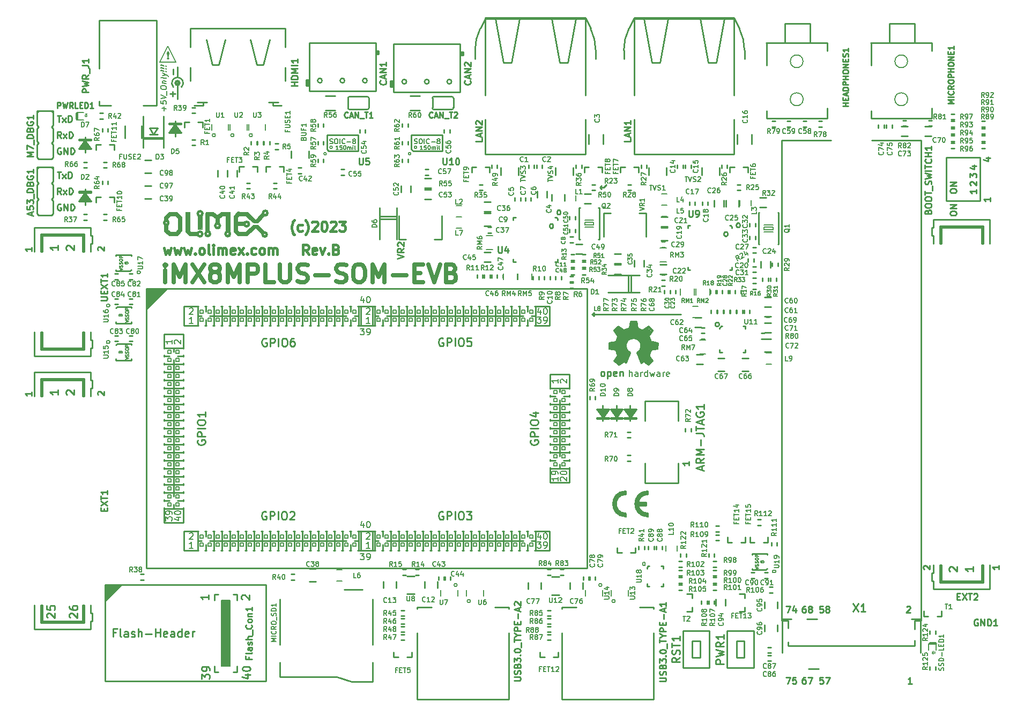
<source format=gbr>
G04 #@! TF.GenerationSoftware,KiCad,Pcbnew,5.1.0-rc2-unknown-036be7d~80~ubuntu16.04.1*
G04 #@! TF.CreationDate,2023-04-28T14:18:08+03:00*
G04 #@! TF.ProjectId,iMX8MPLUS-SOM-EVB_Rev_B,694d5838-4d50-44c5-9553-2d534f4d2d45,B*
G04 #@! TF.SameCoordinates,Original*
G04 #@! TF.FileFunction,Legend,Top*
G04 #@! TF.FilePolarity,Positive*
%FSLAX46Y46*%
G04 Gerber Fmt 4.6, Leading zero omitted, Abs format (unit mm)*
G04 Created by KiCad (PCBNEW 5.1.0-rc2-unknown-036be7d~80~ubuntu16.04.1) date 2023-04-28 14:18:08*
%MOMM*%
%LPD*%
G04 APERTURE LIST*
%ADD10C,0.254000*%
%ADD11C,0.381000*%
%ADD12C,0.150000*%
%ADD13C,0.190500*%
%ADD14C,0.698500*%
%ADD15C,0.300000*%
%ADD16C,0.127000*%
%ADD17C,0.420000*%
%ADD18C,0.370000*%
%ADD19C,0.400000*%
%ADD20C,0.380000*%
%ADD21C,1.000000*%
%ADD22C,0.700000*%
%ADD23C,0.500000*%
%ADD24C,0.100000*%
%ADD25C,0.203200*%
%ADD26C,0.200000*%
%ADD27C,0.050000*%
%ADD28C,0.222250*%
%ADD29C,0.180000*%
%ADD30C,0.158750*%
G04 APERTURE END LIST*
D10*
X201089380Y-113701285D02*
X201041000Y-113652904D01*
X200992619Y-113556142D01*
X200992619Y-113314238D01*
X201041000Y-113217476D01*
X201089380Y-113169095D01*
X201186142Y-113120714D01*
X201282904Y-113120714D01*
X201428047Y-113169095D01*
X202008619Y-113749666D01*
X202008619Y-113120714D01*
X212930619Y-113120714D02*
X212930619Y-113701285D01*
X212930619Y-113411000D02*
X211914619Y-113411000D01*
X212059761Y-113507761D01*
X212156523Y-113604523D01*
X212204904Y-113701285D01*
X148971000Y-73660000D02*
X148590000Y-73406000D01*
X148971000Y-73152000D02*
X148971000Y-73660000D01*
X148590000Y-73406000D02*
X148971000Y-73152000D01*
X148590000Y-73406000D02*
X162687000Y-73406000D01*
X70660380Y-63282285D02*
X70612000Y-63233904D01*
X70563619Y-63137142D01*
X70563619Y-62895238D01*
X70612000Y-62798476D01*
X70660380Y-62750095D01*
X70757142Y-62701714D01*
X70853904Y-62701714D01*
X70999047Y-62750095D01*
X71579619Y-63330666D01*
X71579619Y-62701714D01*
X60149619Y-62828714D02*
X60149619Y-63409285D01*
X60149619Y-63119000D02*
X59133619Y-63119000D01*
X59278761Y-63215761D01*
X59375523Y-63312523D01*
X59423904Y-63409285D01*
X200600000Y-45900000D02*
X200600000Y-121800000D01*
X149860000Y-53340000D02*
X150114000Y-53594000D01*
X149860000Y-53340000D02*
X150114000Y-53086000D01*
X150495000Y-53340000D02*
X149860000Y-53340000D01*
X150876000Y-52959000D02*
X150495000Y-53340000D01*
X82495571Y-35439047D02*
X82495571Y-34664952D01*
X82035952Y-38553571D02*
X82810047Y-38553571D01*
X82423000Y-38940619D02*
X82423000Y-38166523D01*
D11*
X83468981Y-36830000D02*
G75*
G03X83468981Y-36830000I-283981J0D01*
G01*
D10*
X83185000Y-35877500D02*
X83185000Y-34290000D01*
X82550000Y-37465000D02*
G75*
G02X83820000Y-37465000I635000J635000D01*
G01*
X83185000Y-39370000D02*
X83185000Y-36830000D01*
X199600000Y-121800000D02*
X199600000Y-123200000D01*
X199600000Y-125800000D02*
X199600000Y-125000000D01*
X179600000Y-125800000D02*
X199600000Y-125800000D01*
X179600000Y-125200000D02*
X179600000Y-125800000D01*
X179600000Y-121800000D02*
X179600000Y-123000000D01*
X178600000Y-121800000D02*
X179600000Y-121800000D01*
X200600000Y-121800000D02*
X199600000Y-121800000D01*
X192800000Y-45900000D02*
X200600000Y-45900000D01*
X178600000Y-45900000D02*
X186400000Y-45900000D01*
X178600000Y-121800000D02*
X178600000Y-45900000D01*
X64195476Y-41988619D02*
X64776047Y-41988619D01*
X64485761Y-43004619D02*
X64485761Y-41988619D01*
X65017952Y-43004619D02*
X65550142Y-42327285D01*
X65017952Y-42327285D02*
X65550142Y-43004619D01*
X65937190Y-43004619D02*
X65937190Y-41988619D01*
X66179095Y-41988619D01*
X66324238Y-42037000D01*
X66421000Y-42133761D01*
X66469380Y-42230523D01*
X66517761Y-42424047D01*
X66517761Y-42569190D01*
X66469380Y-42762714D01*
X66421000Y-42859476D01*
X66324238Y-42956238D01*
X66179095Y-43004619D01*
X65937190Y-43004619D01*
X64800238Y-45544619D02*
X64461571Y-45060809D01*
X64219666Y-45544619D02*
X64219666Y-44528619D01*
X64606714Y-44528619D01*
X64703476Y-44577000D01*
X64751857Y-44625380D01*
X64800238Y-44722142D01*
X64800238Y-44867285D01*
X64751857Y-44964047D01*
X64703476Y-45012428D01*
X64606714Y-45060809D01*
X64219666Y-45060809D01*
X65138904Y-45544619D02*
X65671095Y-44867285D01*
X65138904Y-44867285D02*
X65671095Y-45544619D01*
X66058142Y-45544619D02*
X66058142Y-44528619D01*
X66300047Y-44528619D01*
X66445190Y-44577000D01*
X66541952Y-44673761D01*
X66590333Y-44770523D01*
X66638714Y-44964047D01*
X66638714Y-45109190D01*
X66590333Y-45302714D01*
X66541952Y-45399476D01*
X66445190Y-45496238D01*
X66300047Y-45544619D01*
X66058142Y-45544619D01*
X64757905Y-47117000D02*
X64661143Y-47068619D01*
X64516001Y-47068619D01*
X64370858Y-47117000D01*
X64274096Y-47213761D01*
X64225715Y-47310523D01*
X64177334Y-47504047D01*
X64177334Y-47649190D01*
X64225715Y-47842714D01*
X64274096Y-47939476D01*
X64370858Y-48036238D01*
X64516001Y-48084619D01*
X64612762Y-48084619D01*
X64757905Y-48036238D01*
X64806286Y-47987857D01*
X64806286Y-47649190D01*
X64612762Y-47649190D01*
X65241715Y-48084619D02*
X65241715Y-47068619D01*
X65822286Y-48084619D01*
X65822286Y-47068619D01*
X66306096Y-48084619D02*
X66306096Y-47068619D01*
X66548001Y-47068619D01*
X66693143Y-47117000D01*
X66789905Y-47213761D01*
X66838286Y-47310523D01*
X66886667Y-47504047D01*
X66886667Y-47649190D01*
X66838286Y-47842714D01*
X66789905Y-47939476D01*
X66693143Y-48036238D01*
X66548001Y-48084619D01*
X66306096Y-48084619D01*
D11*
X81044142Y-62919428D02*
X81334428Y-63935428D01*
X81624714Y-63209714D01*
X81915000Y-63935428D01*
X82205285Y-62919428D01*
X82640714Y-62919428D02*
X82931000Y-63935428D01*
X83221285Y-63209714D01*
X83511571Y-63935428D01*
X83801857Y-62919428D01*
X84237285Y-62919428D02*
X84527571Y-63935428D01*
X84817857Y-63209714D01*
X85108142Y-63935428D01*
X85398428Y-62919428D01*
X85979000Y-63790285D02*
X86051571Y-63862857D01*
X85979000Y-63935428D01*
X85906428Y-63862857D01*
X85979000Y-63790285D01*
X85979000Y-63935428D01*
X86922428Y-63935428D02*
X86777285Y-63862857D01*
X86704714Y-63790285D01*
X86632142Y-63645142D01*
X86632142Y-63209714D01*
X86704714Y-63064571D01*
X86777285Y-62992000D01*
X86922428Y-62919428D01*
X87140142Y-62919428D01*
X87285285Y-62992000D01*
X87357857Y-63064571D01*
X87430428Y-63209714D01*
X87430428Y-63645142D01*
X87357857Y-63790285D01*
X87285285Y-63862857D01*
X87140142Y-63935428D01*
X86922428Y-63935428D01*
X88301285Y-63935428D02*
X88156142Y-63862857D01*
X88083571Y-63717714D01*
X88083571Y-62411428D01*
X88881857Y-63935428D02*
X88881857Y-62919428D01*
X88881857Y-62411428D02*
X88809285Y-62484000D01*
X88881857Y-62556571D01*
X88954428Y-62484000D01*
X88881857Y-62411428D01*
X88881857Y-62556571D01*
X89607571Y-63935428D02*
X89607571Y-62919428D01*
X89607571Y-63064571D02*
X89680142Y-62992000D01*
X89825285Y-62919428D01*
X90043000Y-62919428D01*
X90188142Y-62992000D01*
X90260714Y-63137142D01*
X90260714Y-63935428D01*
X90260714Y-63137142D02*
X90333285Y-62992000D01*
X90478428Y-62919428D01*
X90696142Y-62919428D01*
X90841285Y-62992000D01*
X90913857Y-63137142D01*
X90913857Y-63935428D01*
X92220142Y-63862857D02*
X92075000Y-63935428D01*
X91784714Y-63935428D01*
X91639571Y-63862857D01*
X91567000Y-63717714D01*
X91567000Y-63137142D01*
X91639571Y-62992000D01*
X91784714Y-62919428D01*
X92075000Y-62919428D01*
X92220142Y-62992000D01*
X92292714Y-63137142D01*
X92292714Y-63282285D01*
X91567000Y-63427428D01*
X92800714Y-63935428D02*
X93599000Y-62919428D01*
X92800714Y-62919428D02*
X93599000Y-63935428D01*
X94179571Y-63790285D02*
X94252142Y-63862857D01*
X94179571Y-63935428D01*
X94107000Y-63862857D01*
X94179571Y-63790285D01*
X94179571Y-63935428D01*
X95558428Y-63862857D02*
X95413285Y-63935428D01*
X95123000Y-63935428D01*
X94977857Y-63862857D01*
X94905285Y-63790285D01*
X94832714Y-63645142D01*
X94832714Y-63209714D01*
X94905285Y-63064571D01*
X94977857Y-62992000D01*
X95123000Y-62919428D01*
X95413285Y-62919428D01*
X95558428Y-62992000D01*
X96429285Y-63935428D02*
X96284142Y-63862857D01*
X96211571Y-63790285D01*
X96139000Y-63645142D01*
X96139000Y-63209714D01*
X96211571Y-63064571D01*
X96284142Y-62992000D01*
X96429285Y-62919428D01*
X96647000Y-62919428D01*
X96792142Y-62992000D01*
X96864714Y-63064571D01*
X96937285Y-63209714D01*
X96937285Y-63645142D01*
X96864714Y-63790285D01*
X96792142Y-63862857D01*
X96647000Y-63935428D01*
X96429285Y-63935428D01*
X97590428Y-63935428D02*
X97590428Y-62919428D01*
X97590428Y-63064571D02*
X97663000Y-62992000D01*
X97808142Y-62919428D01*
X98025857Y-62919428D01*
X98171000Y-62992000D01*
X98243571Y-63137142D01*
X98243571Y-63935428D01*
X98243571Y-63137142D02*
X98316142Y-62992000D01*
X98461285Y-62919428D01*
X98679000Y-62919428D01*
X98824142Y-62992000D01*
X98896714Y-63137142D01*
X98896714Y-63935428D01*
D10*
X81661000Y-32874857D02*
X81709380Y-32923238D01*
X81661000Y-32971619D01*
X81612619Y-32923238D01*
X81661000Y-32874857D01*
X81661000Y-32971619D01*
X81661000Y-32584571D02*
X81612619Y-32004000D01*
X81661000Y-31955619D01*
X81709380Y-32004000D01*
X81661000Y-32584571D01*
X81661000Y-31955619D01*
D12*
X81661000Y-30988000D02*
X80391000Y-33528000D01*
X82930999Y-33528000D02*
X81661000Y-30988000D01*
X80391000Y-33528000D02*
X82930999Y-33528000D01*
D13*
X81089500Y-41199196D02*
X81089500Y-40521863D01*
X81428166Y-40902863D02*
X80750833Y-40818196D01*
X80539166Y-39606405D02*
X80539166Y-40029738D01*
X80962500Y-40124988D01*
X80920166Y-40077363D01*
X80877833Y-39987405D01*
X80877833Y-39775738D01*
X80920166Y-39696363D01*
X80962500Y-39659321D01*
X81047166Y-39627571D01*
X81258833Y-39654030D01*
X81343500Y-39706946D01*
X81385833Y-39754571D01*
X81428166Y-39844530D01*
X81428166Y-40056196D01*
X81385833Y-40135571D01*
X81343500Y-40172613D01*
X80539166Y-39310071D02*
X81428166Y-39124863D01*
X80539166Y-38717405D01*
X81512833Y-38754446D02*
X81512833Y-38077113D01*
X80539166Y-37574405D02*
X80539166Y-37405071D01*
X80581500Y-37325696D01*
X80666166Y-37251613D01*
X80835500Y-37230446D01*
X81131833Y-37267488D01*
X81301166Y-37330988D01*
X81385833Y-37426238D01*
X81428166Y-37516196D01*
X81428166Y-37685530D01*
X81385833Y-37764905D01*
X81301166Y-37838988D01*
X81131833Y-37860155D01*
X80835500Y-37823113D01*
X80666166Y-37759613D01*
X80581500Y-37664363D01*
X80539166Y-37574405D01*
X80835500Y-36849446D02*
X81428166Y-36923530D01*
X80920166Y-36860030D02*
X80877833Y-36812405D01*
X80835500Y-36722446D01*
X80835500Y-36595446D01*
X80877833Y-36516071D01*
X80962500Y-36484321D01*
X81428166Y-36542530D01*
X81428166Y-35992196D02*
X81385833Y-36071571D01*
X81301166Y-36103321D01*
X80539166Y-36008071D01*
X80835500Y-35664113D02*
X81428166Y-35526530D01*
X80835500Y-35240780D02*
X81428166Y-35526530D01*
X81639833Y-35637655D01*
X81682166Y-35685280D01*
X81724500Y-35775238D01*
X81343500Y-34965613D02*
X81385833Y-34928571D01*
X81428166Y-34976196D01*
X81385833Y-35013238D01*
X81343500Y-34965613D01*
X81428166Y-34976196D01*
X81089500Y-34933863D02*
X80581500Y-34912696D01*
X80539166Y-34865071D01*
X80581500Y-34828030D01*
X81089500Y-34933863D01*
X80539166Y-34865071D01*
X81343500Y-34542280D02*
X81385833Y-34505238D01*
X81428166Y-34552863D01*
X81385833Y-34589905D01*
X81343500Y-34542280D01*
X81428166Y-34552863D01*
X81089500Y-34510530D02*
X80581500Y-34489363D01*
X80539166Y-34441738D01*
X80581500Y-34404696D01*
X81089500Y-34510530D01*
X80539166Y-34441738D01*
X81343500Y-34118946D02*
X81385833Y-34081905D01*
X81428166Y-34129530D01*
X81385833Y-34166571D01*
X81343500Y-34118946D01*
X81428166Y-34129530D01*
X81089500Y-34087196D02*
X80581500Y-34066030D01*
X80539166Y-34018405D01*
X80581500Y-33981363D01*
X81089500Y-34087196D01*
X80539166Y-34018405D01*
D10*
X64757904Y-56007001D02*
X64661142Y-55958620D01*
X64516000Y-55958620D01*
X64370857Y-56007001D01*
X64274095Y-56103762D01*
X64225714Y-56200524D01*
X64177333Y-56394048D01*
X64177333Y-56539191D01*
X64225714Y-56732715D01*
X64274095Y-56829477D01*
X64370857Y-56926239D01*
X64516000Y-56974620D01*
X64612761Y-56974620D01*
X64757904Y-56926239D01*
X64806285Y-56877858D01*
X64806285Y-56539191D01*
X64612761Y-56539191D01*
X65241714Y-56974620D02*
X65241714Y-55958620D01*
X65822285Y-56974620D01*
X65822285Y-55958620D01*
X66306095Y-56974620D02*
X66306095Y-55958620D01*
X66548000Y-55958620D01*
X66693142Y-56007001D01*
X66789904Y-56103762D01*
X66838285Y-56200524D01*
X66886666Y-56394048D01*
X66886666Y-56539191D01*
X66838285Y-56732715D01*
X66789904Y-56829477D01*
X66693142Y-56926239D01*
X66548000Y-56974620D01*
X66306095Y-56974620D01*
X64800238Y-54434619D02*
X64461571Y-53950809D01*
X64219666Y-54434619D02*
X64219666Y-53418619D01*
X64606714Y-53418619D01*
X64703476Y-53467000D01*
X64751857Y-53515380D01*
X64800238Y-53612142D01*
X64800238Y-53757285D01*
X64751857Y-53854047D01*
X64703476Y-53902428D01*
X64606714Y-53950809D01*
X64219666Y-53950809D01*
X65138904Y-54434619D02*
X65671095Y-53757285D01*
X65138904Y-53757285D02*
X65671095Y-54434619D01*
X66058142Y-54434619D02*
X66058142Y-53418619D01*
X66300047Y-53418619D01*
X66445190Y-53467000D01*
X66541952Y-53563761D01*
X66590333Y-53660523D01*
X66638714Y-53854047D01*
X66638714Y-53999190D01*
X66590333Y-54192714D01*
X66541952Y-54289476D01*
X66445190Y-54386238D01*
X66300047Y-54434619D01*
X66058142Y-54434619D01*
X64195476Y-50878619D02*
X64776047Y-50878619D01*
X64485761Y-51894619D02*
X64485761Y-50878619D01*
X65017952Y-51894619D02*
X65550142Y-51217285D01*
X65017952Y-51217285D02*
X65550142Y-51894619D01*
X65937190Y-51894619D02*
X65937190Y-50878619D01*
X66179095Y-50878619D01*
X66324238Y-50927000D01*
X66421000Y-51023761D01*
X66469380Y-51120523D01*
X66517761Y-51314047D01*
X66517761Y-51459190D01*
X66469380Y-51652714D01*
X66421000Y-51749476D01*
X66324238Y-51846238D01*
X66179095Y-51894619D01*
X65937190Y-51894619D01*
X78232000Y-69342000D02*
X147828000Y-69342000D01*
X78232000Y-113538000D02*
X78232000Y-69342000D01*
X147828000Y-113538000D02*
X78232000Y-113538000D01*
X147828000Y-69342000D02*
X147828000Y-113538000D01*
D14*
X81255809Y-68319952D02*
X81255809Y-66457285D01*
X81255809Y-65525952D02*
X81122761Y-65659000D01*
X81255809Y-65792047D01*
X81388857Y-65659000D01*
X81255809Y-65525952D01*
X81255809Y-65792047D01*
X82586285Y-68319952D02*
X82586285Y-65525952D01*
X83517619Y-67521666D01*
X84448952Y-65525952D01*
X84448952Y-68319952D01*
X85513333Y-65525952D02*
X87376000Y-68319952D01*
X87376000Y-65525952D02*
X85513333Y-68319952D01*
X88839523Y-66723380D02*
X88573428Y-66590333D01*
X88440380Y-66457285D01*
X88307333Y-66191190D01*
X88307333Y-66058142D01*
X88440380Y-65792047D01*
X88573428Y-65659000D01*
X88839523Y-65525952D01*
X89371714Y-65525952D01*
X89637809Y-65659000D01*
X89770857Y-65792047D01*
X89903904Y-66058142D01*
X89903904Y-66191190D01*
X89770857Y-66457285D01*
X89637809Y-66590333D01*
X89371714Y-66723380D01*
X88839523Y-66723380D01*
X88573428Y-66856428D01*
X88440380Y-66989476D01*
X88307333Y-67255571D01*
X88307333Y-67787761D01*
X88440380Y-68053857D01*
X88573428Y-68186904D01*
X88839523Y-68319952D01*
X89371714Y-68319952D01*
X89637809Y-68186904D01*
X89770857Y-68053857D01*
X89903904Y-67787761D01*
X89903904Y-67255571D01*
X89770857Y-66989476D01*
X89637809Y-66856428D01*
X89371714Y-66723380D01*
X91101333Y-68319952D02*
X91101333Y-65525952D01*
X92032666Y-67521666D01*
X92964000Y-65525952D01*
X92964000Y-68319952D01*
X94294476Y-68319952D02*
X94294476Y-65525952D01*
X95358857Y-65525952D01*
X95624952Y-65659000D01*
X95758000Y-65792047D01*
X95891047Y-66058142D01*
X95891047Y-66457285D01*
X95758000Y-66723380D01*
X95624952Y-66856428D01*
X95358857Y-66989476D01*
X94294476Y-66989476D01*
X98418952Y-68319952D02*
X97088476Y-68319952D01*
X97088476Y-65525952D01*
X99350285Y-65525952D02*
X99350285Y-67787761D01*
X99483333Y-68053857D01*
X99616380Y-68186904D01*
X99882476Y-68319952D01*
X100414666Y-68319952D01*
X100680761Y-68186904D01*
X100813809Y-68053857D01*
X100946857Y-67787761D01*
X100946857Y-65525952D01*
X102144285Y-68186904D02*
X102543428Y-68319952D01*
X103208666Y-68319952D01*
X103474761Y-68186904D01*
X103607809Y-68053857D01*
X103740857Y-67787761D01*
X103740857Y-67521666D01*
X103607809Y-67255571D01*
X103474761Y-67122523D01*
X103208666Y-66989476D01*
X102676476Y-66856428D01*
X102410380Y-66723380D01*
X102277333Y-66590333D01*
X102144285Y-66324238D01*
X102144285Y-66058142D01*
X102277333Y-65792047D01*
X102410380Y-65659000D01*
X102676476Y-65525952D01*
X103341714Y-65525952D01*
X103740857Y-65659000D01*
X104938285Y-67255571D02*
X107067047Y-67255571D01*
X108264476Y-68186904D02*
X108663619Y-68319952D01*
X109328857Y-68319952D01*
X109594952Y-68186904D01*
X109728000Y-68053857D01*
X109861047Y-67787761D01*
X109861047Y-67521666D01*
X109728000Y-67255571D01*
X109594952Y-67122523D01*
X109328857Y-66989476D01*
X108796666Y-66856428D01*
X108530571Y-66723380D01*
X108397523Y-66590333D01*
X108264476Y-66324238D01*
X108264476Y-66058142D01*
X108397523Y-65792047D01*
X108530571Y-65659000D01*
X108796666Y-65525952D01*
X109461904Y-65525952D01*
X109861047Y-65659000D01*
X111590666Y-65525952D02*
X112122857Y-65525952D01*
X112388952Y-65659000D01*
X112655047Y-65925095D01*
X112788095Y-66457285D01*
X112788095Y-67388619D01*
X112655047Y-67920809D01*
X112388952Y-68186904D01*
X112122857Y-68319952D01*
X111590666Y-68319952D01*
X111324571Y-68186904D01*
X111058476Y-67920809D01*
X110925428Y-67388619D01*
X110925428Y-66457285D01*
X111058476Y-65925095D01*
X111324571Y-65659000D01*
X111590666Y-65525952D01*
X113985523Y-68319952D02*
X113985523Y-65525952D01*
X114916857Y-67521666D01*
X115848190Y-65525952D01*
X115848190Y-68319952D01*
X117178666Y-67255571D02*
X119307428Y-67255571D01*
X120637904Y-66856428D02*
X121569238Y-66856428D01*
X121968380Y-68319952D02*
X120637904Y-68319952D01*
X120637904Y-65525952D01*
X121968380Y-65525952D01*
X122766666Y-65525952D02*
X123698000Y-68319952D01*
X124629333Y-65525952D01*
X126492000Y-66856428D02*
X126891142Y-66989476D01*
X127024190Y-67122523D01*
X127157238Y-67388619D01*
X127157238Y-67787761D01*
X127024190Y-68053857D01*
X126891142Y-68186904D01*
X126625047Y-68319952D01*
X125560666Y-68319952D01*
X125560666Y-65525952D01*
X126492000Y-65525952D01*
X126758095Y-65659000D01*
X126891142Y-65792047D01*
X127024190Y-66058142D01*
X127024190Y-66324238D01*
X126891142Y-66590333D01*
X126758095Y-66723380D01*
X126492000Y-66856428D01*
X125560666Y-66856428D01*
D11*
X101636285Y-60833000D02*
X101563714Y-60760428D01*
X101418571Y-60542714D01*
X101346000Y-60397571D01*
X101273428Y-60179857D01*
X101200857Y-59817000D01*
X101200857Y-59526714D01*
X101273428Y-59163857D01*
X101346000Y-58946142D01*
X101418571Y-58801000D01*
X101563714Y-58583285D01*
X101636285Y-58510714D01*
X102870000Y-60179857D02*
X102724857Y-60252428D01*
X102434571Y-60252428D01*
X102289428Y-60179857D01*
X102216857Y-60107285D01*
X102144285Y-59962142D01*
X102144285Y-59526714D01*
X102216857Y-59381571D01*
X102289428Y-59309000D01*
X102434571Y-59236428D01*
X102724857Y-59236428D01*
X102870000Y-59309000D01*
X103378000Y-60833000D02*
X103450571Y-60760428D01*
X103595714Y-60542714D01*
X103668285Y-60397571D01*
X103740857Y-60179857D01*
X103813428Y-59817000D01*
X103813428Y-59526714D01*
X103740857Y-59163857D01*
X103668285Y-58946142D01*
X103595714Y-58801000D01*
X103450571Y-58583285D01*
X103378000Y-58510714D01*
X104466571Y-58873571D02*
X104539142Y-58801000D01*
X104684285Y-58728428D01*
X105047142Y-58728428D01*
X105192285Y-58801000D01*
X105264857Y-58873571D01*
X105337428Y-59018714D01*
X105337428Y-59163857D01*
X105264857Y-59381571D01*
X104394000Y-60252428D01*
X105337428Y-60252428D01*
X106280857Y-58728428D02*
X106426000Y-58728428D01*
X106571142Y-58801000D01*
X106643714Y-58873571D01*
X106716285Y-59018714D01*
X106788857Y-59309000D01*
X106788857Y-59671857D01*
X106716285Y-59962142D01*
X106643714Y-60107285D01*
X106571142Y-60179857D01*
X106426000Y-60252428D01*
X106280857Y-60252428D01*
X106135714Y-60179857D01*
X106063142Y-60107285D01*
X105990571Y-59962142D01*
X105918000Y-59671857D01*
X105918000Y-59309000D01*
X105990571Y-59018714D01*
X106063142Y-58873571D01*
X106135714Y-58801000D01*
X106280857Y-58728428D01*
X107369428Y-58873571D02*
X107442000Y-58801000D01*
X107587142Y-58728428D01*
X107950000Y-58728428D01*
X108095142Y-58801000D01*
X108167714Y-58873571D01*
X108240285Y-59018714D01*
X108240285Y-59163857D01*
X108167714Y-59381571D01*
X107296857Y-60252428D01*
X108240285Y-60252428D01*
X108748285Y-58728428D02*
X109691714Y-58728428D01*
X109183714Y-59309000D01*
X109401428Y-59309000D01*
X109546571Y-59381571D01*
X109619142Y-59454142D01*
X109691714Y-59599285D01*
X109691714Y-59962142D01*
X109619142Y-60107285D01*
X109546571Y-60179857D01*
X109401428Y-60252428D01*
X108966000Y-60252428D01*
X108820857Y-60179857D01*
X108748285Y-60107285D01*
X103904142Y-63935428D02*
X103396142Y-63209714D01*
X103033285Y-63935428D02*
X103033285Y-62411428D01*
X103613857Y-62411428D01*
X103759000Y-62484000D01*
X103831571Y-62556571D01*
X103904142Y-62701714D01*
X103904142Y-62919428D01*
X103831571Y-63064571D01*
X103759000Y-63137142D01*
X103613857Y-63209714D01*
X103033285Y-63209714D01*
X105137857Y-63862857D02*
X104992714Y-63935428D01*
X104702428Y-63935428D01*
X104557285Y-63862857D01*
X104484714Y-63717714D01*
X104484714Y-63137142D01*
X104557285Y-62992000D01*
X104702428Y-62919428D01*
X104992714Y-62919428D01*
X105137857Y-62992000D01*
X105210428Y-63137142D01*
X105210428Y-63282285D01*
X104484714Y-63427428D01*
X105718428Y-62919428D02*
X106081285Y-63935428D01*
X106444142Y-62919428D01*
X107024714Y-63790285D02*
X107097285Y-63862857D01*
X107024714Y-63935428D01*
X106952142Y-63862857D01*
X107024714Y-63790285D01*
X107024714Y-63935428D01*
X108258428Y-63137142D02*
X108476142Y-63209714D01*
X108548714Y-63282285D01*
X108621285Y-63427428D01*
X108621285Y-63645142D01*
X108548714Y-63790285D01*
X108476142Y-63862857D01*
X108331000Y-63935428D01*
X107750428Y-63935428D01*
X107750428Y-62411428D01*
X108258428Y-62411428D01*
X108403571Y-62484000D01*
X108476142Y-62556571D01*
X108548714Y-62701714D01*
X108548714Y-62846857D01*
X108476142Y-62992000D01*
X108403571Y-63064571D01*
X108258428Y-63137142D01*
X107750428Y-63137142D01*
D10*
X203581000Y-62230000D02*
X203835000Y-62230000D01*
X210185000Y-62230000D02*
X210439000Y-62230000D01*
X210185000Y-113030000D02*
X210439000Y-113030000D01*
X203581000Y-113030000D02*
X203835000Y-113030000D01*
X210185000Y-113030000D02*
X210185000Y-115570000D01*
X211455000Y-116840000D02*
X211455000Y-113030000D01*
X210439000Y-115824000D02*
X210439000Y-113030000D01*
X203581000Y-115824000D02*
X210439000Y-115824000D01*
X203581000Y-113030000D02*
X203581000Y-115824000D01*
X203581000Y-59436000D02*
X203581000Y-62230000D01*
X210439000Y-59436000D02*
X203581000Y-59436000D01*
X210439000Y-62230000D02*
X210439000Y-59436000D01*
X210185000Y-59690000D02*
X210185000Y-62230000D01*
X202565000Y-114300000D02*
X202565000Y-113030000D01*
X202311000Y-114300000D02*
X202565000Y-114300000D01*
X202311000Y-115570000D02*
X202565000Y-115570000D01*
X202311000Y-114300000D02*
X202311000Y-115570000D01*
X202565000Y-62230000D02*
X202565000Y-60960000D01*
X202565000Y-59690000D02*
X202565000Y-58420000D01*
X202565000Y-60960000D02*
X202311000Y-60960000D01*
X202311000Y-59690000D02*
X202311000Y-60960000D01*
X202565000Y-59690000D02*
X202311000Y-59690000D01*
X202565000Y-116840000D02*
X211455000Y-116840000D01*
X211455000Y-58420000D02*
X202565000Y-58420000D01*
X211455000Y-58420000D02*
X211455000Y-62230000D01*
X202565000Y-116840000D02*
X202565000Y-115570000D01*
X203835000Y-115570000D02*
X210185000Y-115570000D01*
X210185000Y-59690000D02*
X203835000Y-59690000D01*
X203835000Y-62230000D02*
X203835000Y-59690000D01*
X203835000Y-115570000D02*
X203835000Y-113030000D01*
X203710000Y-59930000D02*
X203710000Y-59530000D01*
X203710000Y-115730000D02*
X203710000Y-115330000D01*
X210310000Y-115730000D02*
X210310000Y-115330000D01*
X210310000Y-59930000D02*
X210310000Y-59530000D01*
X168402000Y-106870500D02*
X168148000Y-106870500D01*
X168402000Y-106870500D02*
X168656000Y-106870500D01*
X168402000Y-107759500D02*
X168656000Y-107759500D01*
X168402000Y-107759500D02*
X168148000Y-107759500D01*
X176101001Y-113822000D02*
X173901001Y-113822000D01*
X176301001Y-113622000D02*
X176101001Y-113822000D01*
X173901001Y-113622000D02*
X173901001Y-113822000D01*
X176301001Y-111422000D02*
X176301001Y-111222000D01*
X173901001Y-111222000D02*
X176301001Y-111222000D01*
X173901001Y-111422000D02*
X173901001Y-111222000D01*
X68199000Y-63500000D02*
X68453000Y-63500000D01*
X61595000Y-63500000D02*
X61849000Y-63500000D01*
X61595000Y-76200000D02*
X61849000Y-76200000D01*
X68199000Y-76200000D02*
X68453000Y-76200000D01*
X60579000Y-63500000D02*
X60579000Y-59690000D01*
X61595000Y-60706000D02*
X61595000Y-63500000D01*
X68453000Y-60706000D02*
X61595000Y-60706000D01*
X68453000Y-63500000D02*
X68453000Y-60706000D01*
X68453000Y-78994000D02*
X68453000Y-76200000D01*
X61595000Y-78994000D02*
X68453000Y-78994000D01*
X61595000Y-76200000D02*
X61595000Y-78994000D01*
X69469000Y-62230000D02*
X69469000Y-63500000D01*
X69723000Y-62230000D02*
X69469000Y-62230000D01*
X69723000Y-60960000D02*
X69469000Y-60960000D01*
X69723000Y-62230000D02*
X69723000Y-60960000D01*
X69469000Y-76200000D02*
X69469000Y-77470000D01*
X69469000Y-78740000D02*
X69469000Y-80010000D01*
X69469000Y-77470000D02*
X69723000Y-77470000D01*
X69723000Y-78740000D02*
X69723000Y-77470000D01*
X69469000Y-78740000D02*
X69723000Y-78740000D01*
X61849000Y-63500000D02*
X61849000Y-60960000D01*
X61849000Y-78740000D02*
X61849000Y-76200000D01*
X69469000Y-59690000D02*
X60579000Y-59690000D01*
X60579000Y-80010000D02*
X69469000Y-80010000D01*
X60579000Y-80010000D02*
X60579000Y-76200000D01*
X69469000Y-59690000D02*
X69469000Y-60960000D01*
X68199000Y-60960000D02*
X61849000Y-60960000D01*
X61849000Y-78740000D02*
X68199000Y-78740000D01*
X68199000Y-76200000D02*
X68199000Y-78740000D01*
X68199000Y-60960000D02*
X68199000Y-63500000D01*
X68326000Y-61214000D02*
X68326000Y-60833000D01*
X61722000Y-61214000D02*
X61722000Y-60833000D01*
X61722000Y-78613000D02*
X61722000Y-78867000D01*
X68326000Y-78486000D02*
X68326000Y-78994000D01*
X210439000Y-46291500D02*
X210185000Y-46291500D01*
X210439000Y-46291500D02*
X210693000Y-46291500D01*
X210439000Y-47180500D02*
X210693000Y-47180500D01*
X210439000Y-47180500D02*
X210185000Y-47180500D01*
X143197580Y-64719200D02*
X143197580Y-65092580D01*
X143197580Y-58295540D02*
X143197580Y-58470800D01*
X142999460Y-58097420D02*
X143197580Y-58295540D01*
X142824200Y-58097420D02*
X142999460Y-58097420D01*
X136202420Y-58097420D02*
X136575800Y-58097420D01*
X136202420Y-58470800D02*
X136202420Y-58097420D01*
X136202420Y-65092580D02*
X136202420Y-64719200D01*
X136575800Y-65092580D02*
X136202420Y-65092580D01*
X143197580Y-65092580D02*
X142824200Y-65092580D01*
X170756580Y-65989200D02*
X170756580Y-66362580D01*
X170756580Y-59565540D02*
X170756580Y-59740800D01*
X170558460Y-59367420D02*
X170756580Y-59565540D01*
X170383200Y-59367420D02*
X170558460Y-59367420D01*
X163761420Y-59367420D02*
X164134800Y-59367420D01*
X163761420Y-59740800D02*
X163761420Y-59367420D01*
X163761420Y-66362580D02*
X163761420Y-65989200D01*
X164134800Y-66362580D02*
X163761420Y-66362580D01*
X170756580Y-66362580D02*
X170383200Y-66362580D01*
X176187100Y-30441900D02*
X176187100Y-34074100D01*
X180975000Y-42405300D02*
X176187100Y-42392600D01*
X176187100Y-42392600D02*
X176187100Y-41236900D01*
X180975000Y-30454600D02*
X176174400Y-30454600D01*
X180962300Y-42405300D02*
X185762900Y-42392600D01*
X185762900Y-42392600D02*
X185762900Y-40830500D01*
X180975000Y-30454600D02*
X185775600Y-30454600D01*
X185775600Y-30454600D02*
X185775600Y-31711900D01*
D12*
X181994727Y-39401000D02*
G75*
G03X181994727Y-39401000I-1019727J0D01*
G01*
X181976249Y-33401000D02*
G75*
G03X181976249Y-33401000I-1001249J0D01*
G01*
D10*
X183066600Y-30435000D02*
X183066600Y-27425000D01*
X183066600Y-27425000D02*
X179126600Y-27425000D01*
X179126600Y-27425000D02*
X179126600Y-30435000D01*
X192697100Y-30441900D02*
X192697100Y-34074100D01*
X197485000Y-42405300D02*
X192697100Y-42392600D01*
X192697100Y-42392600D02*
X192697100Y-41236900D01*
X197485000Y-30454600D02*
X192684400Y-30454600D01*
X197472300Y-42405300D02*
X202272900Y-42392600D01*
X202272900Y-42392600D02*
X202272900Y-40830500D01*
X197485000Y-30454600D02*
X202285600Y-30454600D01*
X202285600Y-30454600D02*
X202285600Y-31711900D01*
D12*
X198504727Y-39401000D02*
G75*
G03X198504727Y-39401000I-1019727J0D01*
G01*
X198486249Y-33401000D02*
G75*
G03X198486249Y-33401000I-1001249J0D01*
G01*
D10*
X199576600Y-30435000D02*
X199576600Y-27425000D01*
X199576600Y-27425000D02*
X195636600Y-27425000D01*
X195636600Y-27425000D02*
X195636600Y-30435000D01*
X96707960Y-33972500D02*
X97708720Y-29972000D01*
X95709740Y-33972500D02*
X96707960Y-33972500D01*
X94708980Y-29972000D02*
X95709740Y-33972500D01*
X88712040Y-33972500D02*
X87711280Y-29972000D01*
X89710260Y-33972500D02*
X88712040Y-33972500D01*
X90711020Y-29972000D02*
X89710260Y-33972500D01*
X98209100Y-40388540D02*
X99595940Y-40388540D01*
X98209100Y-39888160D02*
X98209100Y-40388540D01*
X87210900Y-40388540D02*
X87210900Y-39888160D01*
X85836760Y-40388540D02*
X87210900Y-40388540D01*
X100208080Y-34338260D02*
X100208080Y-36489640D01*
X100208080Y-28232100D02*
X100208080Y-31140400D01*
X85211920Y-28232100D02*
X100208080Y-28232100D01*
X85211920Y-31140400D02*
X85211920Y-28232100D01*
X85211920Y-36489640D02*
X85211920Y-34338260D01*
X87210900Y-39888160D02*
X86311740Y-39888160D01*
X87810340Y-39888160D02*
X87210900Y-39888160D01*
X98209100Y-39888160D02*
X97609660Y-39888160D01*
X99108260Y-39888160D02*
X98209100Y-39888160D01*
X157202000Y-103378000D02*
X155952000Y-103378000D01*
X157202000Y-103628000D02*
X155952000Y-103628000D01*
X157202000Y-103128000D02*
X157202000Y-103628000D01*
X155952000Y-103128000D02*
X157202000Y-103128000D01*
X157452000Y-101378000D02*
X157452000Y-101878000D01*
X157452000Y-104878000D02*
X157452000Y-105378000D01*
X153952000Y-104878000D02*
X153952000Y-105378000D01*
X153952000Y-101378000D02*
X153952000Y-101878000D01*
X157452000Y-105378000D02*
G75*
G02X157452000Y-101378000I0J2000000D01*
G01*
D15*
X157402020Y-105128000D02*
G75*
G02X157402000Y-101628000I49980J1750000D01*
G01*
D10*
X157452000Y-104878000D02*
G75*
G02X157452000Y-101878000I0J1500000D01*
G01*
D15*
X153902020Y-105128000D02*
G75*
G02X153902000Y-101628000I49980J1750000D01*
G01*
D10*
X153952000Y-105378000D02*
G75*
G02X153952000Y-101378000I0J2000000D01*
G01*
X153952000Y-104878000D02*
G75*
G02X153952000Y-101878000I0J1500000D01*
G01*
X130352800Y-50165000D02*
X129641600Y-50165000D01*
X129641600Y-51003200D02*
X129641600Y-50165000D01*
X132486400Y-51003200D02*
X132486400Y-50165000D01*
X132486400Y-50165000D02*
X131775200Y-50165000D01*
X97790000Y-73660000D02*
X97790000Y-72136000D01*
X97790000Y-75184000D02*
X97790000Y-73660000D01*
X96520000Y-73660000D02*
X96520000Y-72136000D01*
X95250000Y-73660000D02*
X95250000Y-72136000D01*
X93980000Y-73660000D02*
X93980000Y-72136000D01*
X92710000Y-73660000D02*
X92710000Y-72136000D01*
X91440000Y-73660000D02*
X91440000Y-72136000D01*
X90170000Y-73660000D02*
X90170000Y-72136000D01*
X88900000Y-73660000D02*
X88900000Y-72136000D01*
X87630000Y-73025000D02*
X87630000Y-72136000D01*
X96520000Y-75184000D02*
X96520000Y-73660000D01*
X95250000Y-75184000D02*
X95250000Y-73660000D01*
X93980000Y-75184000D02*
X93980000Y-73660000D01*
X92710000Y-75184000D02*
X92710000Y-73660000D01*
X91440000Y-75184000D02*
X91440000Y-73660000D01*
X90170000Y-75184000D02*
X90170000Y-73660000D01*
X88900000Y-75184000D02*
X88900000Y-73660000D01*
X87630000Y-75184000D02*
X87630000Y-74295000D01*
X87630000Y-72136000D02*
X87757000Y-72136000D01*
X87503000Y-72136000D02*
X87630000Y-72136000D01*
X88900000Y-72136000D02*
X89027000Y-72136000D01*
X88773000Y-72136000D02*
X88900000Y-72136000D01*
X90170000Y-72136000D02*
X90297000Y-72136000D01*
X90043000Y-72136000D02*
X90170000Y-72136000D01*
X91440000Y-72136000D02*
X91567000Y-72136000D01*
X91313000Y-72136000D02*
X91440000Y-72136000D01*
X92710000Y-72136000D02*
X92837000Y-72136000D01*
X92583000Y-72136000D02*
X92710000Y-72136000D01*
X93980000Y-72136000D02*
X94107000Y-72136000D01*
X93853000Y-72136000D02*
X93980000Y-72136000D01*
X95250000Y-72136000D02*
X95377000Y-72136000D01*
X95123000Y-72136000D02*
X95250000Y-72136000D01*
X96520000Y-72136000D02*
X96647000Y-72136000D01*
X96393000Y-72136000D02*
X96520000Y-72136000D01*
X97663000Y-72136000D02*
X97917000Y-72136000D01*
X97790000Y-75184000D02*
X97917000Y-75184000D01*
X97663000Y-75184000D02*
X97790000Y-75184000D01*
X96520000Y-75184000D02*
X96647000Y-75184000D01*
X96393000Y-75184000D02*
X96520000Y-75184000D01*
X95250000Y-75184000D02*
X95377000Y-75184000D01*
X95123000Y-75184000D02*
X95250000Y-75184000D01*
X93980000Y-75184000D02*
X94107000Y-75184000D01*
X93853000Y-75184000D02*
X93980000Y-75184000D01*
X92710000Y-75184000D02*
X92837000Y-75184000D01*
X92583000Y-75184000D02*
X92710000Y-75184000D01*
X91440000Y-75184000D02*
X91567000Y-75184000D01*
X91313000Y-75184000D02*
X91440000Y-75184000D01*
X90170000Y-75184000D02*
X90297000Y-75184000D01*
X90043000Y-75184000D02*
X90170000Y-75184000D01*
X88900000Y-75184000D02*
X89027000Y-75184000D01*
X88773000Y-75184000D02*
X88900000Y-75184000D01*
X87630000Y-75184000D02*
X87757000Y-75184000D01*
X87503000Y-75184000D02*
X87630000Y-75184000D01*
X97790000Y-73660000D02*
X99060000Y-73660000D01*
X96520000Y-73660000D02*
X97790000Y-73660000D01*
X95250000Y-73660000D02*
X96520000Y-73660000D01*
X93980000Y-73660000D02*
X95250000Y-73660000D01*
X92710000Y-73660000D02*
X93980000Y-73660000D01*
X91440000Y-73660000D02*
X92710000Y-73660000D01*
X90170000Y-73660000D02*
X91440000Y-73660000D01*
X88900000Y-73660000D02*
X90170000Y-73660000D01*
X88265000Y-73660000D02*
X88900000Y-73660000D01*
X86360000Y-73660000D02*
X86995000Y-73660000D01*
X99060000Y-75184000D02*
X98933000Y-75184000D01*
X99060000Y-73660000D02*
X99060000Y-75184000D01*
X99060000Y-72136000D02*
X99060000Y-73660000D01*
X98933000Y-72136000D02*
X99060000Y-72136000D01*
X86360000Y-75184000D02*
X86487000Y-75184000D01*
X86360000Y-73660000D02*
X86360000Y-75184000D01*
X86360000Y-72136000D02*
X86360000Y-73660000D01*
X86487000Y-72136000D02*
X86360000Y-72136000D01*
D16*
X98171000Y-74549000D02*
X98171000Y-74041000D01*
X98171000Y-74041000D02*
X98679000Y-74041000D01*
X98679000Y-74549000D02*
X98679000Y-74041000D01*
X98171000Y-74549000D02*
X98679000Y-74549000D01*
X96901000Y-74549000D02*
X96901000Y-74041000D01*
X96901000Y-74041000D02*
X97409000Y-74041000D01*
X97409000Y-74549000D02*
X97409000Y-74041000D01*
X96901000Y-74549000D02*
X97409000Y-74549000D01*
X95631000Y-74549000D02*
X95631000Y-74041000D01*
X95631000Y-74041000D02*
X96139000Y-74041000D01*
X96139000Y-74549000D02*
X96139000Y-74041000D01*
X95631000Y-74549000D02*
X96139000Y-74549000D01*
X94361000Y-74549000D02*
X94361000Y-74041000D01*
X94361000Y-74041000D02*
X94869000Y-74041000D01*
X94869000Y-74549000D02*
X94869000Y-74041000D01*
X94361000Y-74549000D02*
X94869000Y-74549000D01*
X93091000Y-74549000D02*
X93091000Y-74041000D01*
X93091000Y-74041000D02*
X93599000Y-74041000D01*
X93599000Y-74549000D02*
X93599000Y-74041000D01*
X93091000Y-74549000D02*
X93599000Y-74549000D01*
X91821000Y-74549000D02*
X91821000Y-74041000D01*
X91821000Y-74041000D02*
X92329000Y-74041000D01*
X92329000Y-74549000D02*
X92329000Y-74041000D01*
X91821000Y-74549000D02*
X92329000Y-74549000D01*
X90551000Y-74549000D02*
X90551000Y-74041000D01*
X90551000Y-74041000D02*
X91059000Y-74041000D01*
X91059000Y-74549000D02*
X91059000Y-74041000D01*
X90551000Y-74549000D02*
X91059000Y-74549000D01*
X89281000Y-74549000D02*
X89281000Y-74041000D01*
X89281000Y-74041000D02*
X89789000Y-74041000D01*
X89789000Y-74549000D02*
X89789000Y-74041000D01*
X89281000Y-74549000D02*
X89789000Y-74549000D01*
X88011000Y-74549000D02*
X88011000Y-74041000D01*
X88011000Y-74041000D02*
X88519000Y-74041000D01*
X88519000Y-74549000D02*
X88519000Y-74041000D01*
X88011000Y-74549000D02*
X88519000Y-74549000D01*
X86741000Y-74549000D02*
X86741000Y-74041000D01*
X86741000Y-74041000D02*
X87249000Y-74041000D01*
X87249000Y-74549000D02*
X87249000Y-74041000D01*
X86741000Y-74549000D02*
X87249000Y-74549000D01*
X98171000Y-73279000D02*
X98171000Y-72771000D01*
X98171000Y-72771000D02*
X98679000Y-72771000D01*
X98679000Y-73279000D02*
X98679000Y-72771000D01*
X98171000Y-73279000D02*
X98679000Y-73279000D01*
X96901000Y-73279000D02*
X96901000Y-72771000D01*
X96901000Y-72771000D02*
X97409000Y-72771000D01*
X97409000Y-73279000D02*
X97409000Y-72771000D01*
X96901000Y-73279000D02*
X97409000Y-73279000D01*
X95631000Y-73279000D02*
X95631000Y-72771000D01*
X95631000Y-72771000D02*
X96139000Y-72771000D01*
X96139000Y-73279000D02*
X96139000Y-72771000D01*
X95631000Y-73279000D02*
X96139000Y-73279000D01*
X94361000Y-73279000D02*
X94361000Y-72771000D01*
X94361000Y-72771000D02*
X94869000Y-72771000D01*
X94869000Y-73279000D02*
X94869000Y-72771000D01*
X94361000Y-73279000D02*
X94869000Y-73279000D01*
X93091000Y-73279000D02*
X93091000Y-72771000D01*
X93091000Y-72771000D02*
X93599000Y-72771000D01*
X93599000Y-73279000D02*
X93599000Y-72771000D01*
X93091000Y-73279000D02*
X93599000Y-73279000D01*
X91821000Y-73279000D02*
X91821000Y-72771000D01*
X91821000Y-72771000D02*
X92329000Y-72771000D01*
X92329000Y-73279000D02*
X92329000Y-72771000D01*
X91821000Y-73279000D02*
X92329000Y-73279000D01*
X90551000Y-73279000D02*
X90551000Y-72771000D01*
X90551000Y-72771000D02*
X91059000Y-72771000D01*
X91059000Y-73279000D02*
X91059000Y-72771000D01*
X90551000Y-73279000D02*
X91059000Y-73279000D01*
X89281000Y-73279000D02*
X89281000Y-72771000D01*
X89281000Y-72771000D02*
X89789000Y-72771000D01*
X89789000Y-73279000D02*
X89789000Y-72771000D01*
X89281000Y-73279000D02*
X89789000Y-73279000D01*
X88011000Y-73279000D02*
X88011000Y-72771000D01*
X88011000Y-72771000D02*
X88519000Y-72771000D01*
X88519000Y-73279000D02*
X88519000Y-72771000D01*
X88011000Y-73279000D02*
X88519000Y-73279000D01*
X86741000Y-73279000D02*
X86741000Y-72771000D01*
X86741000Y-72771000D02*
X87249000Y-72771000D01*
X87249000Y-73279000D02*
X87249000Y-72771000D01*
X86741000Y-73279000D02*
X87249000Y-73279000D01*
X99441000Y-73279000D02*
X99949000Y-73279000D01*
X99949000Y-73279000D02*
X99949000Y-72771000D01*
X99441000Y-72771000D02*
X99949000Y-72771000D01*
X99441000Y-73279000D02*
X99441000Y-72771000D01*
X100711000Y-73279000D02*
X101219000Y-73279000D01*
X101219000Y-73279000D02*
X101219000Y-72771000D01*
X100711000Y-72771000D02*
X101219000Y-72771000D01*
X100711000Y-73279000D02*
X100711000Y-72771000D01*
X101981000Y-73279000D02*
X102489000Y-73279000D01*
X102489000Y-73279000D02*
X102489000Y-72771000D01*
X101981000Y-72771000D02*
X102489000Y-72771000D01*
X101981000Y-73279000D02*
X101981000Y-72771000D01*
X103251000Y-73279000D02*
X103759000Y-73279000D01*
X103759000Y-73279000D02*
X103759000Y-72771000D01*
X103251000Y-72771000D02*
X103759000Y-72771000D01*
X103251000Y-73279000D02*
X103251000Y-72771000D01*
X104521000Y-73279000D02*
X105029000Y-73279000D01*
X105029000Y-73279000D02*
X105029000Y-72771000D01*
X104521000Y-72771000D02*
X105029000Y-72771000D01*
X104521000Y-73279000D02*
X104521000Y-72771000D01*
X105791000Y-73279000D02*
X106299000Y-73279000D01*
X106299000Y-73279000D02*
X106299000Y-72771000D01*
X105791000Y-72771000D02*
X106299000Y-72771000D01*
X105791000Y-73279000D02*
X105791000Y-72771000D01*
X107061000Y-73279000D02*
X107569000Y-73279000D01*
X107569000Y-73279000D02*
X107569000Y-72771000D01*
X107061000Y-72771000D02*
X107569000Y-72771000D01*
X107061000Y-73279000D02*
X107061000Y-72771000D01*
X108331000Y-73279000D02*
X108839000Y-73279000D01*
X108839000Y-73279000D02*
X108839000Y-72771000D01*
X108331000Y-72771000D02*
X108839000Y-72771000D01*
X108331000Y-73279000D02*
X108331000Y-72771000D01*
X109601000Y-73279000D02*
X110109000Y-73279000D01*
X110109000Y-73279000D02*
X110109000Y-72771000D01*
X109601000Y-72771000D02*
X110109000Y-72771000D01*
X109601000Y-73279000D02*
X109601000Y-72771000D01*
X110871000Y-73279000D02*
X111379000Y-73279000D01*
X111379000Y-73279000D02*
X111379000Y-72771000D01*
X110871000Y-72771000D02*
X111379000Y-72771000D01*
X110871000Y-73279000D02*
X110871000Y-72771000D01*
X99441000Y-74549000D02*
X99949000Y-74549000D01*
X99949000Y-74549000D02*
X99949000Y-74041000D01*
X99441000Y-74041000D02*
X99949000Y-74041000D01*
X99441000Y-74549000D02*
X99441000Y-74041000D01*
X100711000Y-74549000D02*
X101219000Y-74549000D01*
X101219000Y-74549000D02*
X101219000Y-74041000D01*
X100711000Y-74041000D02*
X101219000Y-74041000D01*
X100711000Y-74549000D02*
X100711000Y-74041000D01*
X101981000Y-74549000D02*
X102489000Y-74549000D01*
X102489000Y-74549000D02*
X102489000Y-74041000D01*
X101981000Y-74041000D02*
X102489000Y-74041000D01*
X101981000Y-74549000D02*
X101981000Y-74041000D01*
X103251000Y-74549000D02*
X103759000Y-74549000D01*
X103759000Y-74549000D02*
X103759000Y-74041000D01*
X103251000Y-74041000D02*
X103759000Y-74041000D01*
X103251000Y-74549000D02*
X103251000Y-74041000D01*
X104521000Y-74549000D02*
X105029000Y-74549000D01*
X105029000Y-74549000D02*
X105029000Y-74041000D01*
X104521000Y-74041000D02*
X105029000Y-74041000D01*
X104521000Y-74549000D02*
X104521000Y-74041000D01*
X105791000Y-74549000D02*
X106299000Y-74549000D01*
X106299000Y-74549000D02*
X106299000Y-74041000D01*
X105791000Y-74041000D02*
X106299000Y-74041000D01*
X105791000Y-74549000D02*
X105791000Y-74041000D01*
X107061000Y-74549000D02*
X107569000Y-74549000D01*
X107569000Y-74549000D02*
X107569000Y-74041000D01*
X107061000Y-74041000D02*
X107569000Y-74041000D01*
X107061000Y-74549000D02*
X107061000Y-74041000D01*
X108331000Y-74549000D02*
X108839000Y-74549000D01*
X108839000Y-74549000D02*
X108839000Y-74041000D01*
X108331000Y-74041000D02*
X108839000Y-74041000D01*
X108331000Y-74549000D02*
X108331000Y-74041000D01*
X109601000Y-74549000D02*
X110109000Y-74549000D01*
X110109000Y-74549000D02*
X110109000Y-74041000D01*
X109601000Y-74041000D02*
X110109000Y-74041000D01*
X109601000Y-74549000D02*
X109601000Y-74041000D01*
X110871000Y-74549000D02*
X111379000Y-74549000D01*
X111379000Y-74549000D02*
X111379000Y-74041000D01*
X110871000Y-74041000D02*
X111379000Y-74041000D01*
X110871000Y-74549000D02*
X110871000Y-74041000D01*
D10*
X99187000Y-72136000D02*
X99060000Y-72136000D01*
X99060000Y-75184000D02*
X99187000Y-75184000D01*
X111633000Y-72136000D02*
X111760000Y-72136000D01*
X111760000Y-72136000D02*
X111760000Y-73660000D01*
X111760000Y-73660000D02*
X111760000Y-75184000D01*
X111760000Y-75184000D02*
X111633000Y-75184000D01*
X99060000Y-73660000D02*
X100330000Y-73660000D01*
X100330000Y-73660000D02*
X101600000Y-73660000D01*
X101600000Y-73660000D02*
X102870000Y-73660000D01*
X102870000Y-73660000D02*
X104140000Y-73660000D01*
X104140000Y-73660000D02*
X105410000Y-73660000D01*
X105410000Y-73660000D02*
X106680000Y-73660000D01*
X106680000Y-73660000D02*
X107950000Y-73660000D01*
X107950000Y-73660000D02*
X109220000Y-73660000D01*
X109220000Y-73660000D02*
X109855000Y-73660000D01*
X111125000Y-73660000D02*
X111760000Y-73660000D01*
X100203000Y-75184000D02*
X100330000Y-75184000D01*
X100330000Y-75184000D02*
X100457000Y-75184000D01*
X101473000Y-75184000D02*
X101600000Y-75184000D01*
X101600000Y-75184000D02*
X101727000Y-75184000D01*
X102743000Y-75184000D02*
X102870000Y-75184000D01*
X102870000Y-75184000D02*
X102997000Y-75184000D01*
X104013000Y-75184000D02*
X104140000Y-75184000D01*
X104140000Y-75184000D02*
X104267000Y-75184000D01*
X105283000Y-75184000D02*
X105410000Y-75184000D01*
X105410000Y-75184000D02*
X105537000Y-75184000D01*
X106553000Y-75184000D02*
X106680000Y-75184000D01*
X106680000Y-75184000D02*
X106807000Y-75184000D01*
X107823000Y-75184000D02*
X107950000Y-75184000D01*
X107950000Y-75184000D02*
X108077000Y-75184000D01*
X109093000Y-75184000D02*
X109220000Y-75184000D01*
X109220000Y-75184000D02*
X109347000Y-75184000D01*
X110363000Y-75184000D02*
X110490000Y-75184000D01*
X110490000Y-75184000D02*
X110617000Y-75184000D01*
X110363000Y-72136000D02*
X110617000Y-72136000D01*
X109093000Y-72136000D02*
X109220000Y-72136000D01*
X109220000Y-72136000D02*
X109347000Y-72136000D01*
X107823000Y-72136000D02*
X107950000Y-72136000D01*
X107950000Y-72136000D02*
X108077000Y-72136000D01*
X106553000Y-72136000D02*
X106680000Y-72136000D01*
X106680000Y-72136000D02*
X106807000Y-72136000D01*
X105283000Y-72136000D02*
X105410000Y-72136000D01*
X105410000Y-72136000D02*
X105537000Y-72136000D01*
X104013000Y-72136000D02*
X104140000Y-72136000D01*
X104140000Y-72136000D02*
X104267000Y-72136000D01*
X102743000Y-72136000D02*
X102870000Y-72136000D01*
X102870000Y-72136000D02*
X102997000Y-72136000D01*
X101473000Y-72136000D02*
X101600000Y-72136000D01*
X101600000Y-72136000D02*
X101727000Y-72136000D01*
X100203000Y-72136000D02*
X100330000Y-72136000D01*
X100330000Y-72136000D02*
X100457000Y-72136000D01*
X100330000Y-75184000D02*
X100330000Y-73660000D01*
X101600000Y-75184000D02*
X101600000Y-73660000D01*
X102870000Y-75184000D02*
X102870000Y-73660000D01*
X104140000Y-75184000D02*
X104140000Y-73660000D01*
X105410000Y-75184000D02*
X105410000Y-73660000D01*
X106680000Y-75184000D02*
X106680000Y-73660000D01*
X107950000Y-75184000D02*
X107950000Y-73660000D01*
X109220000Y-75184000D02*
X109220000Y-73660000D01*
X100330000Y-73660000D02*
X100330000Y-72136000D01*
X101600000Y-73660000D02*
X101600000Y-72136000D01*
X102870000Y-73660000D02*
X102870000Y-72136000D01*
X104140000Y-73660000D02*
X104140000Y-72136000D01*
X105410000Y-73660000D02*
X105410000Y-72136000D01*
X106680000Y-73660000D02*
X106680000Y-72136000D01*
X107950000Y-73660000D02*
X107950000Y-72136000D01*
X109220000Y-73660000D02*
X109220000Y-72136000D01*
X110490000Y-75184000D02*
X110490000Y-74295000D01*
X110490000Y-73025000D02*
X110490000Y-72136000D01*
X84160000Y-72136000D02*
X84160000Y-75184000D01*
X113960000Y-72136000D02*
X113960000Y-75184000D01*
X86360000Y-72136000D02*
X84160000Y-72136000D01*
X84160000Y-75184000D02*
X86360000Y-75184000D01*
X111760000Y-72136000D02*
X113960000Y-72136000D01*
X113960000Y-75184000D02*
X111760000Y-75184000D01*
X125730000Y-73660000D02*
X125730000Y-72136000D01*
X125730000Y-75184000D02*
X125730000Y-73660000D01*
X124460000Y-73660000D02*
X124460000Y-72136000D01*
X123190000Y-73660000D02*
X123190000Y-72136000D01*
X121920000Y-73660000D02*
X121920000Y-72136000D01*
X120650000Y-73660000D02*
X120650000Y-72136000D01*
X119380000Y-73660000D02*
X119380000Y-72136000D01*
X118110000Y-73660000D02*
X118110000Y-72136000D01*
X116840000Y-73660000D02*
X116840000Y-72136000D01*
X115570000Y-73025000D02*
X115570000Y-72136000D01*
X124460000Y-75184000D02*
X124460000Y-73660000D01*
X123190000Y-75184000D02*
X123190000Y-73660000D01*
X121920000Y-75184000D02*
X121920000Y-73660000D01*
X120650000Y-75184000D02*
X120650000Y-73660000D01*
X119380000Y-75184000D02*
X119380000Y-73660000D01*
X118110000Y-75184000D02*
X118110000Y-73660000D01*
X116840000Y-75184000D02*
X116840000Y-73660000D01*
X115570000Y-75184000D02*
X115570000Y-74295000D01*
X115570000Y-72136000D02*
X115697000Y-72136000D01*
X115443000Y-72136000D02*
X115570000Y-72136000D01*
X116840000Y-72136000D02*
X116967000Y-72136000D01*
X116713000Y-72136000D02*
X116840000Y-72136000D01*
X118110000Y-72136000D02*
X118237000Y-72136000D01*
X117983000Y-72136000D02*
X118110000Y-72136000D01*
X119380000Y-72136000D02*
X119507000Y-72136000D01*
X119253000Y-72136000D02*
X119380000Y-72136000D01*
X120650000Y-72136000D02*
X120777000Y-72136000D01*
X120523000Y-72136000D02*
X120650000Y-72136000D01*
X121920000Y-72136000D02*
X122047000Y-72136000D01*
X121793000Y-72136000D02*
X121920000Y-72136000D01*
X123190000Y-72136000D02*
X123317000Y-72136000D01*
X123063000Y-72136000D02*
X123190000Y-72136000D01*
X124460000Y-72136000D02*
X124587000Y-72136000D01*
X124333000Y-72136000D02*
X124460000Y-72136000D01*
X125603000Y-72136000D02*
X125857000Y-72136000D01*
X125730000Y-75184000D02*
X125857000Y-75184000D01*
X125603000Y-75184000D02*
X125730000Y-75184000D01*
X124460000Y-75184000D02*
X124587000Y-75184000D01*
X124333000Y-75184000D02*
X124460000Y-75184000D01*
X123190000Y-75184000D02*
X123317000Y-75184000D01*
X123063000Y-75184000D02*
X123190000Y-75184000D01*
X121920000Y-75184000D02*
X122047000Y-75184000D01*
X121793000Y-75184000D02*
X121920000Y-75184000D01*
X120650000Y-75184000D02*
X120777000Y-75184000D01*
X120523000Y-75184000D02*
X120650000Y-75184000D01*
X119380000Y-75184000D02*
X119507000Y-75184000D01*
X119253000Y-75184000D02*
X119380000Y-75184000D01*
X118110000Y-75184000D02*
X118237000Y-75184000D01*
X117983000Y-75184000D02*
X118110000Y-75184000D01*
X116840000Y-75184000D02*
X116967000Y-75184000D01*
X116713000Y-75184000D02*
X116840000Y-75184000D01*
X115570000Y-75184000D02*
X115697000Y-75184000D01*
X115443000Y-75184000D02*
X115570000Y-75184000D01*
X125730000Y-73660000D02*
X127000000Y-73660000D01*
X124460000Y-73660000D02*
X125730000Y-73660000D01*
X123190000Y-73660000D02*
X124460000Y-73660000D01*
X121920000Y-73660000D02*
X123190000Y-73660000D01*
X120650000Y-73660000D02*
X121920000Y-73660000D01*
X119380000Y-73660000D02*
X120650000Y-73660000D01*
X118110000Y-73660000D02*
X119380000Y-73660000D01*
X116840000Y-73660000D02*
X118110000Y-73660000D01*
X116205000Y-73660000D02*
X116840000Y-73660000D01*
X114300000Y-73660000D02*
X114935000Y-73660000D01*
X127000000Y-75184000D02*
X126873000Y-75184000D01*
X127000000Y-73660000D02*
X127000000Y-75184000D01*
X127000000Y-72136000D02*
X127000000Y-73660000D01*
X126873000Y-72136000D02*
X127000000Y-72136000D01*
X114300000Y-75184000D02*
X114427000Y-75184000D01*
X114300000Y-73660000D02*
X114300000Y-75184000D01*
X114300000Y-72136000D02*
X114300000Y-73660000D01*
X114427000Y-72136000D02*
X114300000Y-72136000D01*
D16*
X126111000Y-74549000D02*
X126111000Y-74041000D01*
X126111000Y-74041000D02*
X126619000Y-74041000D01*
X126619000Y-74549000D02*
X126619000Y-74041000D01*
X126111000Y-74549000D02*
X126619000Y-74549000D01*
X124841000Y-74549000D02*
X124841000Y-74041000D01*
X124841000Y-74041000D02*
X125349000Y-74041000D01*
X125349000Y-74549000D02*
X125349000Y-74041000D01*
X124841000Y-74549000D02*
X125349000Y-74549000D01*
X123571000Y-74549000D02*
X123571000Y-74041000D01*
X123571000Y-74041000D02*
X124079000Y-74041000D01*
X124079000Y-74549000D02*
X124079000Y-74041000D01*
X123571000Y-74549000D02*
X124079000Y-74549000D01*
X122301000Y-74549000D02*
X122301000Y-74041000D01*
X122301000Y-74041000D02*
X122809000Y-74041000D01*
X122809000Y-74549000D02*
X122809000Y-74041000D01*
X122301000Y-74549000D02*
X122809000Y-74549000D01*
X121031000Y-74549000D02*
X121031000Y-74041000D01*
X121031000Y-74041000D02*
X121539000Y-74041000D01*
X121539000Y-74549000D02*
X121539000Y-74041000D01*
X121031000Y-74549000D02*
X121539000Y-74549000D01*
X119761000Y-74549000D02*
X119761000Y-74041000D01*
X119761000Y-74041000D02*
X120269000Y-74041000D01*
X120269000Y-74549000D02*
X120269000Y-74041000D01*
X119761000Y-74549000D02*
X120269000Y-74549000D01*
X118491000Y-74549000D02*
X118491000Y-74041000D01*
X118491000Y-74041000D02*
X118999000Y-74041000D01*
X118999000Y-74549000D02*
X118999000Y-74041000D01*
X118491000Y-74549000D02*
X118999000Y-74549000D01*
X117221000Y-74549000D02*
X117221000Y-74041000D01*
X117221000Y-74041000D02*
X117729000Y-74041000D01*
X117729000Y-74549000D02*
X117729000Y-74041000D01*
X117221000Y-74549000D02*
X117729000Y-74549000D01*
X115951000Y-74549000D02*
X115951000Y-74041000D01*
X115951000Y-74041000D02*
X116459000Y-74041000D01*
X116459000Y-74549000D02*
X116459000Y-74041000D01*
X115951000Y-74549000D02*
X116459000Y-74549000D01*
X114681000Y-74549000D02*
X114681000Y-74041000D01*
X114681000Y-74041000D02*
X115189000Y-74041000D01*
X115189000Y-74549000D02*
X115189000Y-74041000D01*
X114681000Y-74549000D02*
X115189000Y-74549000D01*
X126111000Y-73279000D02*
X126111000Y-72771000D01*
X126111000Y-72771000D02*
X126619000Y-72771000D01*
X126619000Y-73279000D02*
X126619000Y-72771000D01*
X126111000Y-73279000D02*
X126619000Y-73279000D01*
X124841000Y-73279000D02*
X124841000Y-72771000D01*
X124841000Y-72771000D02*
X125349000Y-72771000D01*
X125349000Y-73279000D02*
X125349000Y-72771000D01*
X124841000Y-73279000D02*
X125349000Y-73279000D01*
X123571000Y-73279000D02*
X123571000Y-72771000D01*
X123571000Y-72771000D02*
X124079000Y-72771000D01*
X124079000Y-73279000D02*
X124079000Y-72771000D01*
X123571000Y-73279000D02*
X124079000Y-73279000D01*
X122301000Y-73279000D02*
X122301000Y-72771000D01*
X122301000Y-72771000D02*
X122809000Y-72771000D01*
X122809000Y-73279000D02*
X122809000Y-72771000D01*
X122301000Y-73279000D02*
X122809000Y-73279000D01*
X121031000Y-73279000D02*
X121031000Y-72771000D01*
X121031000Y-72771000D02*
X121539000Y-72771000D01*
X121539000Y-73279000D02*
X121539000Y-72771000D01*
X121031000Y-73279000D02*
X121539000Y-73279000D01*
X119761000Y-73279000D02*
X119761000Y-72771000D01*
X119761000Y-72771000D02*
X120269000Y-72771000D01*
X120269000Y-73279000D02*
X120269000Y-72771000D01*
X119761000Y-73279000D02*
X120269000Y-73279000D01*
X118491000Y-73279000D02*
X118491000Y-72771000D01*
X118491000Y-72771000D02*
X118999000Y-72771000D01*
X118999000Y-73279000D02*
X118999000Y-72771000D01*
X118491000Y-73279000D02*
X118999000Y-73279000D01*
X117221000Y-73279000D02*
X117221000Y-72771000D01*
X117221000Y-72771000D02*
X117729000Y-72771000D01*
X117729000Y-73279000D02*
X117729000Y-72771000D01*
X117221000Y-73279000D02*
X117729000Y-73279000D01*
X115951000Y-73279000D02*
X115951000Y-72771000D01*
X115951000Y-72771000D02*
X116459000Y-72771000D01*
X116459000Y-73279000D02*
X116459000Y-72771000D01*
X115951000Y-73279000D02*
X116459000Y-73279000D01*
X114681000Y-73279000D02*
X114681000Y-72771000D01*
X114681000Y-72771000D02*
X115189000Y-72771000D01*
X115189000Y-73279000D02*
X115189000Y-72771000D01*
X114681000Y-73279000D02*
X115189000Y-73279000D01*
X127381000Y-73279000D02*
X127889000Y-73279000D01*
X127889000Y-73279000D02*
X127889000Y-72771000D01*
X127381000Y-72771000D02*
X127889000Y-72771000D01*
X127381000Y-73279000D02*
X127381000Y-72771000D01*
X128651000Y-73279000D02*
X129159000Y-73279000D01*
X129159000Y-73279000D02*
X129159000Y-72771000D01*
X128651000Y-72771000D02*
X129159000Y-72771000D01*
X128651000Y-73279000D02*
X128651000Y-72771000D01*
X129921000Y-73279000D02*
X130429000Y-73279000D01*
X130429000Y-73279000D02*
X130429000Y-72771000D01*
X129921000Y-72771000D02*
X130429000Y-72771000D01*
X129921000Y-73279000D02*
X129921000Y-72771000D01*
X131191000Y-73279000D02*
X131699000Y-73279000D01*
X131699000Y-73279000D02*
X131699000Y-72771000D01*
X131191000Y-72771000D02*
X131699000Y-72771000D01*
X131191000Y-73279000D02*
X131191000Y-72771000D01*
X132461000Y-73279000D02*
X132969000Y-73279000D01*
X132969000Y-73279000D02*
X132969000Y-72771000D01*
X132461000Y-72771000D02*
X132969000Y-72771000D01*
X132461000Y-73279000D02*
X132461000Y-72771000D01*
X133731000Y-73279000D02*
X134239000Y-73279000D01*
X134239000Y-73279000D02*
X134239000Y-72771000D01*
X133731000Y-72771000D02*
X134239000Y-72771000D01*
X133731000Y-73279000D02*
X133731000Y-72771000D01*
X135001000Y-73279000D02*
X135509000Y-73279000D01*
X135509000Y-73279000D02*
X135509000Y-72771000D01*
X135001000Y-72771000D02*
X135509000Y-72771000D01*
X135001000Y-73279000D02*
X135001000Y-72771000D01*
X136271000Y-73279000D02*
X136779000Y-73279000D01*
X136779000Y-73279000D02*
X136779000Y-72771000D01*
X136271000Y-72771000D02*
X136779000Y-72771000D01*
X136271000Y-73279000D02*
X136271000Y-72771000D01*
X137541000Y-73279000D02*
X138049000Y-73279000D01*
X138049000Y-73279000D02*
X138049000Y-72771000D01*
X137541000Y-72771000D02*
X138049000Y-72771000D01*
X137541000Y-73279000D02*
X137541000Y-72771000D01*
X138811000Y-73279000D02*
X139319000Y-73279000D01*
X139319000Y-73279000D02*
X139319000Y-72771000D01*
X138811000Y-72771000D02*
X139319000Y-72771000D01*
X138811000Y-73279000D02*
X138811000Y-72771000D01*
X127381000Y-74549000D02*
X127889000Y-74549000D01*
X127889000Y-74549000D02*
X127889000Y-74041000D01*
X127381000Y-74041000D02*
X127889000Y-74041000D01*
X127381000Y-74549000D02*
X127381000Y-74041000D01*
X128651000Y-74549000D02*
X129159000Y-74549000D01*
X129159000Y-74549000D02*
X129159000Y-74041000D01*
X128651000Y-74041000D02*
X129159000Y-74041000D01*
X128651000Y-74549000D02*
X128651000Y-74041000D01*
X129921000Y-74549000D02*
X130429000Y-74549000D01*
X130429000Y-74549000D02*
X130429000Y-74041000D01*
X129921000Y-74041000D02*
X130429000Y-74041000D01*
X129921000Y-74549000D02*
X129921000Y-74041000D01*
X131191000Y-74549000D02*
X131699000Y-74549000D01*
X131699000Y-74549000D02*
X131699000Y-74041000D01*
X131191000Y-74041000D02*
X131699000Y-74041000D01*
X131191000Y-74549000D02*
X131191000Y-74041000D01*
X132461000Y-74549000D02*
X132969000Y-74549000D01*
X132969000Y-74549000D02*
X132969000Y-74041000D01*
X132461000Y-74041000D02*
X132969000Y-74041000D01*
X132461000Y-74549000D02*
X132461000Y-74041000D01*
X133731000Y-74549000D02*
X134239000Y-74549000D01*
X134239000Y-74549000D02*
X134239000Y-74041000D01*
X133731000Y-74041000D02*
X134239000Y-74041000D01*
X133731000Y-74549000D02*
X133731000Y-74041000D01*
X135001000Y-74549000D02*
X135509000Y-74549000D01*
X135509000Y-74549000D02*
X135509000Y-74041000D01*
X135001000Y-74041000D02*
X135509000Y-74041000D01*
X135001000Y-74549000D02*
X135001000Y-74041000D01*
X136271000Y-74549000D02*
X136779000Y-74549000D01*
X136779000Y-74549000D02*
X136779000Y-74041000D01*
X136271000Y-74041000D02*
X136779000Y-74041000D01*
X136271000Y-74549000D02*
X136271000Y-74041000D01*
X137541000Y-74549000D02*
X138049000Y-74549000D01*
X138049000Y-74549000D02*
X138049000Y-74041000D01*
X137541000Y-74041000D02*
X138049000Y-74041000D01*
X137541000Y-74549000D02*
X137541000Y-74041000D01*
X138811000Y-74549000D02*
X139319000Y-74549000D01*
X139319000Y-74549000D02*
X139319000Y-74041000D01*
X138811000Y-74041000D02*
X139319000Y-74041000D01*
X138811000Y-74549000D02*
X138811000Y-74041000D01*
D10*
X127127000Y-72136000D02*
X127000000Y-72136000D01*
X127000000Y-75184000D02*
X127127000Y-75184000D01*
X139573000Y-72136000D02*
X139700000Y-72136000D01*
X139700000Y-72136000D02*
X139700000Y-73660000D01*
X139700000Y-73660000D02*
X139700000Y-75184000D01*
X139700000Y-75184000D02*
X139573000Y-75184000D01*
X127000000Y-73660000D02*
X128270000Y-73660000D01*
X128270000Y-73660000D02*
X129540000Y-73660000D01*
X129540000Y-73660000D02*
X130810000Y-73660000D01*
X130810000Y-73660000D02*
X132080000Y-73660000D01*
X132080000Y-73660000D02*
X133350000Y-73660000D01*
X133350000Y-73660000D02*
X134620000Y-73660000D01*
X134620000Y-73660000D02*
X135890000Y-73660000D01*
X135890000Y-73660000D02*
X137160000Y-73660000D01*
X137160000Y-73660000D02*
X137795000Y-73660000D01*
X139065000Y-73660000D02*
X139700000Y-73660000D01*
X128143000Y-75184000D02*
X128270000Y-75184000D01*
X128270000Y-75184000D02*
X128397000Y-75184000D01*
X129413000Y-75184000D02*
X129540000Y-75184000D01*
X129540000Y-75184000D02*
X129667000Y-75184000D01*
X130683000Y-75184000D02*
X130810000Y-75184000D01*
X130810000Y-75184000D02*
X130937000Y-75184000D01*
X131953000Y-75184000D02*
X132080000Y-75184000D01*
X132080000Y-75184000D02*
X132207000Y-75184000D01*
X133223000Y-75184000D02*
X133350000Y-75184000D01*
X133350000Y-75184000D02*
X133477000Y-75184000D01*
X134493000Y-75184000D02*
X134620000Y-75184000D01*
X134620000Y-75184000D02*
X134747000Y-75184000D01*
X135763000Y-75184000D02*
X135890000Y-75184000D01*
X135890000Y-75184000D02*
X136017000Y-75184000D01*
X137033000Y-75184000D02*
X137160000Y-75184000D01*
X137160000Y-75184000D02*
X137287000Y-75184000D01*
X138303000Y-75184000D02*
X138430000Y-75184000D01*
X138430000Y-75184000D02*
X138557000Y-75184000D01*
X138303000Y-72136000D02*
X138557000Y-72136000D01*
X137033000Y-72136000D02*
X137160000Y-72136000D01*
X137160000Y-72136000D02*
X137287000Y-72136000D01*
X135763000Y-72136000D02*
X135890000Y-72136000D01*
X135890000Y-72136000D02*
X136017000Y-72136000D01*
X134493000Y-72136000D02*
X134620000Y-72136000D01*
X134620000Y-72136000D02*
X134747000Y-72136000D01*
X133223000Y-72136000D02*
X133350000Y-72136000D01*
X133350000Y-72136000D02*
X133477000Y-72136000D01*
X131953000Y-72136000D02*
X132080000Y-72136000D01*
X132080000Y-72136000D02*
X132207000Y-72136000D01*
X130683000Y-72136000D02*
X130810000Y-72136000D01*
X130810000Y-72136000D02*
X130937000Y-72136000D01*
X129413000Y-72136000D02*
X129540000Y-72136000D01*
X129540000Y-72136000D02*
X129667000Y-72136000D01*
X128143000Y-72136000D02*
X128270000Y-72136000D01*
X128270000Y-72136000D02*
X128397000Y-72136000D01*
X128270000Y-75184000D02*
X128270000Y-73660000D01*
X129540000Y-75184000D02*
X129540000Y-73660000D01*
X130810000Y-75184000D02*
X130810000Y-73660000D01*
X132080000Y-75184000D02*
X132080000Y-73660000D01*
X133350000Y-75184000D02*
X133350000Y-73660000D01*
X134620000Y-75184000D02*
X134620000Y-73660000D01*
X135890000Y-75184000D02*
X135890000Y-73660000D01*
X137160000Y-75184000D02*
X137160000Y-73660000D01*
X128270000Y-73660000D02*
X128270000Y-72136000D01*
X129540000Y-73660000D02*
X129540000Y-72136000D01*
X130810000Y-73660000D02*
X130810000Y-72136000D01*
X132080000Y-73660000D02*
X132080000Y-72136000D01*
X133350000Y-73660000D02*
X133350000Y-72136000D01*
X134620000Y-73660000D02*
X134620000Y-72136000D01*
X135890000Y-73660000D02*
X135890000Y-72136000D01*
X137160000Y-73660000D02*
X137160000Y-72136000D01*
X138430000Y-75184000D02*
X138430000Y-74295000D01*
X138430000Y-73025000D02*
X138430000Y-72136000D01*
X112100000Y-72136000D02*
X112100000Y-75184000D01*
X141900000Y-72136000D02*
X141900000Y-75184000D01*
X114300000Y-72136000D02*
X112100000Y-72136000D01*
X112100000Y-75184000D02*
X114300000Y-75184000D01*
X139700000Y-72136000D02*
X141900000Y-72136000D01*
X141900000Y-75184000D02*
X139700000Y-75184000D01*
X125730000Y-109220000D02*
X125730000Y-107696000D01*
X125730000Y-110744000D02*
X125730000Y-109220000D01*
X124460000Y-109220000D02*
X124460000Y-107696000D01*
X123190000Y-109220000D02*
X123190000Y-107696000D01*
X121920000Y-109220000D02*
X121920000Y-107696000D01*
X120650000Y-109220000D02*
X120650000Y-107696000D01*
X119380000Y-109220000D02*
X119380000Y-107696000D01*
X118110000Y-109220000D02*
X118110000Y-107696000D01*
X116840000Y-109220000D02*
X116840000Y-107696000D01*
X115570000Y-108585000D02*
X115570000Y-107696000D01*
X124460000Y-110744000D02*
X124460000Y-109220000D01*
X123190000Y-110744000D02*
X123190000Y-109220000D01*
X121920000Y-110744000D02*
X121920000Y-109220000D01*
X120650000Y-110744000D02*
X120650000Y-109220000D01*
X119380000Y-110744000D02*
X119380000Y-109220000D01*
X118110000Y-110744000D02*
X118110000Y-109220000D01*
X116840000Y-110744000D02*
X116840000Y-109220000D01*
X115570000Y-110744000D02*
X115570000Y-109855000D01*
X115570000Y-107696000D02*
X115697000Y-107696000D01*
X115443000Y-107696000D02*
X115570000Y-107696000D01*
X116840000Y-107696000D02*
X116967000Y-107696000D01*
X116713000Y-107696000D02*
X116840000Y-107696000D01*
X118110000Y-107696000D02*
X118237000Y-107696000D01*
X117983000Y-107696000D02*
X118110000Y-107696000D01*
X119380000Y-107696000D02*
X119507000Y-107696000D01*
X119253000Y-107696000D02*
X119380000Y-107696000D01*
X120650000Y-107696000D02*
X120777000Y-107696000D01*
X120523000Y-107696000D02*
X120650000Y-107696000D01*
X121920000Y-107696000D02*
X122047000Y-107696000D01*
X121793000Y-107696000D02*
X121920000Y-107696000D01*
X123190000Y-107696000D02*
X123317000Y-107696000D01*
X123063000Y-107696000D02*
X123190000Y-107696000D01*
X124460000Y-107696000D02*
X124587000Y-107696000D01*
X124333000Y-107696000D02*
X124460000Y-107696000D01*
X125603000Y-107696000D02*
X125857000Y-107696000D01*
X125730000Y-110744000D02*
X125857000Y-110744000D01*
X125603000Y-110744000D02*
X125730000Y-110744000D01*
X124460000Y-110744000D02*
X124587000Y-110744000D01*
X124333000Y-110744000D02*
X124460000Y-110744000D01*
X123190000Y-110744000D02*
X123317000Y-110744000D01*
X123063000Y-110744000D02*
X123190000Y-110744000D01*
X121920000Y-110744000D02*
X122047000Y-110744000D01*
X121793000Y-110744000D02*
X121920000Y-110744000D01*
X120650000Y-110744000D02*
X120777000Y-110744000D01*
X120523000Y-110744000D02*
X120650000Y-110744000D01*
X119380000Y-110744000D02*
X119507000Y-110744000D01*
X119253000Y-110744000D02*
X119380000Y-110744000D01*
X118110000Y-110744000D02*
X118237000Y-110744000D01*
X117983000Y-110744000D02*
X118110000Y-110744000D01*
X116840000Y-110744000D02*
X116967000Y-110744000D01*
X116713000Y-110744000D02*
X116840000Y-110744000D01*
X115570000Y-110744000D02*
X115697000Y-110744000D01*
X115443000Y-110744000D02*
X115570000Y-110744000D01*
X125730000Y-109220000D02*
X127000000Y-109220000D01*
X124460000Y-109220000D02*
X125730000Y-109220000D01*
X123190000Y-109220000D02*
X124460000Y-109220000D01*
X121920000Y-109220000D02*
X123190000Y-109220000D01*
X120650000Y-109220000D02*
X121920000Y-109220000D01*
X119380000Y-109220000D02*
X120650000Y-109220000D01*
X118110000Y-109220000D02*
X119380000Y-109220000D01*
X116840000Y-109220000D02*
X118110000Y-109220000D01*
X116205000Y-109220000D02*
X116840000Y-109220000D01*
X114300000Y-109220000D02*
X114935000Y-109220000D01*
X127000000Y-110744000D02*
X126873000Y-110744000D01*
X127000000Y-109220000D02*
X127000000Y-110744000D01*
X127000000Y-107696000D02*
X127000000Y-109220000D01*
X126873000Y-107696000D02*
X127000000Y-107696000D01*
X114300000Y-110744000D02*
X114427000Y-110744000D01*
X114300000Y-109220000D02*
X114300000Y-110744000D01*
X114300000Y-107696000D02*
X114300000Y-109220000D01*
X114427000Y-107696000D02*
X114300000Y-107696000D01*
D16*
X126111000Y-110109000D02*
X126111000Y-109601000D01*
X126111000Y-109601000D02*
X126619000Y-109601000D01*
X126619000Y-110109000D02*
X126619000Y-109601000D01*
X126111000Y-110109000D02*
X126619000Y-110109000D01*
X124841000Y-110109000D02*
X124841000Y-109601000D01*
X124841000Y-109601000D02*
X125349000Y-109601000D01*
X125349000Y-110109000D02*
X125349000Y-109601000D01*
X124841000Y-110109000D02*
X125349000Y-110109000D01*
X123571000Y-110109000D02*
X123571000Y-109601000D01*
X123571000Y-109601000D02*
X124079000Y-109601000D01*
X124079000Y-110109000D02*
X124079000Y-109601000D01*
X123571000Y-110109000D02*
X124079000Y-110109000D01*
X122301000Y-110109000D02*
X122301000Y-109601000D01*
X122301000Y-109601000D02*
X122809000Y-109601000D01*
X122809000Y-110109000D02*
X122809000Y-109601000D01*
X122301000Y-110109000D02*
X122809000Y-110109000D01*
X121031000Y-110109000D02*
X121031000Y-109601000D01*
X121031000Y-109601000D02*
X121539000Y-109601000D01*
X121539000Y-110109000D02*
X121539000Y-109601000D01*
X121031000Y-110109000D02*
X121539000Y-110109000D01*
X119761000Y-110109000D02*
X119761000Y-109601000D01*
X119761000Y-109601000D02*
X120269000Y-109601000D01*
X120269000Y-110109000D02*
X120269000Y-109601000D01*
X119761000Y-110109000D02*
X120269000Y-110109000D01*
X118491000Y-110109000D02*
X118491000Y-109601000D01*
X118491000Y-109601000D02*
X118999000Y-109601000D01*
X118999000Y-110109000D02*
X118999000Y-109601000D01*
X118491000Y-110109000D02*
X118999000Y-110109000D01*
X117221000Y-110109000D02*
X117221000Y-109601000D01*
X117221000Y-109601000D02*
X117729000Y-109601000D01*
X117729000Y-110109000D02*
X117729000Y-109601000D01*
X117221000Y-110109000D02*
X117729000Y-110109000D01*
X115951000Y-110109000D02*
X115951000Y-109601000D01*
X115951000Y-109601000D02*
X116459000Y-109601000D01*
X116459000Y-110109000D02*
X116459000Y-109601000D01*
X115951000Y-110109000D02*
X116459000Y-110109000D01*
X114681000Y-110109000D02*
X114681000Y-109601000D01*
X114681000Y-109601000D02*
X115189000Y-109601000D01*
X115189000Y-110109000D02*
X115189000Y-109601000D01*
X114681000Y-110109000D02*
X115189000Y-110109000D01*
X126111000Y-108839000D02*
X126111000Y-108331000D01*
X126111000Y-108331000D02*
X126619000Y-108331000D01*
X126619000Y-108839000D02*
X126619000Y-108331000D01*
X126111000Y-108839000D02*
X126619000Y-108839000D01*
X124841000Y-108839000D02*
X124841000Y-108331000D01*
X124841000Y-108331000D02*
X125349000Y-108331000D01*
X125349000Y-108839000D02*
X125349000Y-108331000D01*
X124841000Y-108839000D02*
X125349000Y-108839000D01*
X123571000Y-108839000D02*
X123571000Y-108331000D01*
X123571000Y-108331000D02*
X124079000Y-108331000D01*
X124079000Y-108839000D02*
X124079000Y-108331000D01*
X123571000Y-108839000D02*
X124079000Y-108839000D01*
X122301000Y-108839000D02*
X122301000Y-108331000D01*
X122301000Y-108331000D02*
X122809000Y-108331000D01*
X122809000Y-108839000D02*
X122809000Y-108331000D01*
X122301000Y-108839000D02*
X122809000Y-108839000D01*
X121031000Y-108839000D02*
X121031000Y-108331000D01*
X121031000Y-108331000D02*
X121539000Y-108331000D01*
X121539000Y-108839000D02*
X121539000Y-108331000D01*
X121031000Y-108839000D02*
X121539000Y-108839000D01*
X119761000Y-108839000D02*
X119761000Y-108331000D01*
X119761000Y-108331000D02*
X120269000Y-108331000D01*
X120269000Y-108839000D02*
X120269000Y-108331000D01*
X119761000Y-108839000D02*
X120269000Y-108839000D01*
X118491000Y-108839000D02*
X118491000Y-108331000D01*
X118491000Y-108331000D02*
X118999000Y-108331000D01*
X118999000Y-108839000D02*
X118999000Y-108331000D01*
X118491000Y-108839000D02*
X118999000Y-108839000D01*
X117221000Y-108839000D02*
X117221000Y-108331000D01*
X117221000Y-108331000D02*
X117729000Y-108331000D01*
X117729000Y-108839000D02*
X117729000Y-108331000D01*
X117221000Y-108839000D02*
X117729000Y-108839000D01*
X115951000Y-108839000D02*
X115951000Y-108331000D01*
X115951000Y-108331000D02*
X116459000Y-108331000D01*
X116459000Y-108839000D02*
X116459000Y-108331000D01*
X115951000Y-108839000D02*
X116459000Y-108839000D01*
X114681000Y-108839000D02*
X114681000Y-108331000D01*
X114681000Y-108331000D02*
X115189000Y-108331000D01*
X115189000Y-108839000D02*
X115189000Y-108331000D01*
X114681000Y-108839000D02*
X115189000Y-108839000D01*
X127381000Y-108839000D02*
X127889000Y-108839000D01*
X127889000Y-108839000D02*
X127889000Y-108331000D01*
X127381000Y-108331000D02*
X127889000Y-108331000D01*
X127381000Y-108839000D02*
X127381000Y-108331000D01*
X128651000Y-108839000D02*
X129159000Y-108839000D01*
X129159000Y-108839000D02*
X129159000Y-108331000D01*
X128651000Y-108331000D02*
X129159000Y-108331000D01*
X128651000Y-108839000D02*
X128651000Y-108331000D01*
X129921000Y-108839000D02*
X130429000Y-108839000D01*
X130429000Y-108839000D02*
X130429000Y-108331000D01*
X129921000Y-108331000D02*
X130429000Y-108331000D01*
X129921000Y-108839000D02*
X129921000Y-108331000D01*
X131191000Y-108839000D02*
X131699000Y-108839000D01*
X131699000Y-108839000D02*
X131699000Y-108331000D01*
X131191000Y-108331000D02*
X131699000Y-108331000D01*
X131191000Y-108839000D02*
X131191000Y-108331000D01*
X132461000Y-108839000D02*
X132969000Y-108839000D01*
X132969000Y-108839000D02*
X132969000Y-108331000D01*
X132461000Y-108331000D02*
X132969000Y-108331000D01*
X132461000Y-108839000D02*
X132461000Y-108331000D01*
X133731000Y-108839000D02*
X134239000Y-108839000D01*
X134239000Y-108839000D02*
X134239000Y-108331000D01*
X133731000Y-108331000D02*
X134239000Y-108331000D01*
X133731000Y-108839000D02*
X133731000Y-108331000D01*
X135001000Y-108839000D02*
X135509000Y-108839000D01*
X135509000Y-108839000D02*
X135509000Y-108331000D01*
X135001000Y-108331000D02*
X135509000Y-108331000D01*
X135001000Y-108839000D02*
X135001000Y-108331000D01*
X136271000Y-108839000D02*
X136779000Y-108839000D01*
X136779000Y-108839000D02*
X136779000Y-108331000D01*
X136271000Y-108331000D02*
X136779000Y-108331000D01*
X136271000Y-108839000D02*
X136271000Y-108331000D01*
X137541000Y-108839000D02*
X138049000Y-108839000D01*
X138049000Y-108839000D02*
X138049000Y-108331000D01*
X137541000Y-108331000D02*
X138049000Y-108331000D01*
X137541000Y-108839000D02*
X137541000Y-108331000D01*
X138811000Y-108839000D02*
X139319000Y-108839000D01*
X139319000Y-108839000D02*
X139319000Y-108331000D01*
X138811000Y-108331000D02*
X139319000Y-108331000D01*
X138811000Y-108839000D02*
X138811000Y-108331000D01*
X127381000Y-110109000D02*
X127889000Y-110109000D01*
X127889000Y-110109000D02*
X127889000Y-109601000D01*
X127381000Y-109601000D02*
X127889000Y-109601000D01*
X127381000Y-110109000D02*
X127381000Y-109601000D01*
X128651000Y-110109000D02*
X129159000Y-110109000D01*
X129159000Y-110109000D02*
X129159000Y-109601000D01*
X128651000Y-109601000D02*
X129159000Y-109601000D01*
X128651000Y-110109000D02*
X128651000Y-109601000D01*
X129921000Y-110109000D02*
X130429000Y-110109000D01*
X130429000Y-110109000D02*
X130429000Y-109601000D01*
X129921000Y-109601000D02*
X130429000Y-109601000D01*
X129921000Y-110109000D02*
X129921000Y-109601000D01*
X131191000Y-110109000D02*
X131699000Y-110109000D01*
X131699000Y-110109000D02*
X131699000Y-109601000D01*
X131191000Y-109601000D02*
X131699000Y-109601000D01*
X131191000Y-110109000D02*
X131191000Y-109601000D01*
X132461000Y-110109000D02*
X132969000Y-110109000D01*
X132969000Y-110109000D02*
X132969000Y-109601000D01*
X132461000Y-109601000D02*
X132969000Y-109601000D01*
X132461000Y-110109000D02*
X132461000Y-109601000D01*
X133731000Y-110109000D02*
X134239000Y-110109000D01*
X134239000Y-110109000D02*
X134239000Y-109601000D01*
X133731000Y-109601000D02*
X134239000Y-109601000D01*
X133731000Y-110109000D02*
X133731000Y-109601000D01*
X135001000Y-110109000D02*
X135509000Y-110109000D01*
X135509000Y-110109000D02*
X135509000Y-109601000D01*
X135001000Y-109601000D02*
X135509000Y-109601000D01*
X135001000Y-110109000D02*
X135001000Y-109601000D01*
X136271000Y-110109000D02*
X136779000Y-110109000D01*
X136779000Y-110109000D02*
X136779000Y-109601000D01*
X136271000Y-109601000D02*
X136779000Y-109601000D01*
X136271000Y-110109000D02*
X136271000Y-109601000D01*
X137541000Y-110109000D02*
X138049000Y-110109000D01*
X138049000Y-110109000D02*
X138049000Y-109601000D01*
X137541000Y-109601000D02*
X138049000Y-109601000D01*
X137541000Y-110109000D02*
X137541000Y-109601000D01*
X138811000Y-110109000D02*
X139319000Y-110109000D01*
X139319000Y-110109000D02*
X139319000Y-109601000D01*
X138811000Y-109601000D02*
X139319000Y-109601000D01*
X138811000Y-110109000D02*
X138811000Y-109601000D01*
D10*
X127127000Y-107696000D02*
X127000000Y-107696000D01*
X127000000Y-110744000D02*
X127127000Y-110744000D01*
X139573000Y-107696000D02*
X139700000Y-107696000D01*
X139700000Y-107696000D02*
X139700000Y-109220000D01*
X139700000Y-109220000D02*
X139700000Y-110744000D01*
X139700000Y-110744000D02*
X139573000Y-110744000D01*
X127000000Y-109220000D02*
X128270000Y-109220000D01*
X128270000Y-109220000D02*
X129540000Y-109220000D01*
X129540000Y-109220000D02*
X130810000Y-109220000D01*
X130810000Y-109220000D02*
X132080000Y-109220000D01*
X132080000Y-109220000D02*
X133350000Y-109220000D01*
X133350000Y-109220000D02*
X134620000Y-109220000D01*
X134620000Y-109220000D02*
X135890000Y-109220000D01*
X135890000Y-109220000D02*
X137160000Y-109220000D01*
X137160000Y-109220000D02*
X137795000Y-109220000D01*
X139065000Y-109220000D02*
X139700000Y-109220000D01*
X128143000Y-110744000D02*
X128270000Y-110744000D01*
X128270000Y-110744000D02*
X128397000Y-110744000D01*
X129413000Y-110744000D02*
X129540000Y-110744000D01*
X129540000Y-110744000D02*
X129667000Y-110744000D01*
X130683000Y-110744000D02*
X130810000Y-110744000D01*
X130810000Y-110744000D02*
X130937000Y-110744000D01*
X131953000Y-110744000D02*
X132080000Y-110744000D01*
X132080000Y-110744000D02*
X132207000Y-110744000D01*
X133223000Y-110744000D02*
X133350000Y-110744000D01*
X133350000Y-110744000D02*
X133477000Y-110744000D01*
X134493000Y-110744000D02*
X134620000Y-110744000D01*
X134620000Y-110744000D02*
X134747000Y-110744000D01*
X135763000Y-110744000D02*
X135890000Y-110744000D01*
X135890000Y-110744000D02*
X136017000Y-110744000D01*
X137033000Y-110744000D02*
X137160000Y-110744000D01*
X137160000Y-110744000D02*
X137287000Y-110744000D01*
X138303000Y-110744000D02*
X138430000Y-110744000D01*
X138430000Y-110744000D02*
X138557000Y-110744000D01*
X138303000Y-107696000D02*
X138557000Y-107696000D01*
X137033000Y-107696000D02*
X137160000Y-107696000D01*
X137160000Y-107696000D02*
X137287000Y-107696000D01*
X135763000Y-107696000D02*
X135890000Y-107696000D01*
X135890000Y-107696000D02*
X136017000Y-107696000D01*
X134493000Y-107696000D02*
X134620000Y-107696000D01*
X134620000Y-107696000D02*
X134747000Y-107696000D01*
X133223000Y-107696000D02*
X133350000Y-107696000D01*
X133350000Y-107696000D02*
X133477000Y-107696000D01*
X131953000Y-107696000D02*
X132080000Y-107696000D01*
X132080000Y-107696000D02*
X132207000Y-107696000D01*
X130683000Y-107696000D02*
X130810000Y-107696000D01*
X130810000Y-107696000D02*
X130937000Y-107696000D01*
X129413000Y-107696000D02*
X129540000Y-107696000D01*
X129540000Y-107696000D02*
X129667000Y-107696000D01*
X128143000Y-107696000D02*
X128270000Y-107696000D01*
X128270000Y-107696000D02*
X128397000Y-107696000D01*
X128270000Y-110744000D02*
X128270000Y-109220000D01*
X129540000Y-110744000D02*
X129540000Y-109220000D01*
X130810000Y-110744000D02*
X130810000Y-109220000D01*
X132080000Y-110744000D02*
X132080000Y-109220000D01*
X133350000Y-110744000D02*
X133350000Y-109220000D01*
X134620000Y-110744000D02*
X134620000Y-109220000D01*
X135890000Y-110744000D02*
X135890000Y-109220000D01*
X137160000Y-110744000D02*
X137160000Y-109220000D01*
X128270000Y-109220000D02*
X128270000Y-107696000D01*
X129540000Y-109220000D02*
X129540000Y-107696000D01*
X130810000Y-109220000D02*
X130810000Y-107696000D01*
X132080000Y-109220000D02*
X132080000Y-107696000D01*
X133350000Y-109220000D02*
X133350000Y-107696000D01*
X134620000Y-109220000D02*
X134620000Y-107696000D01*
X135890000Y-109220000D02*
X135890000Y-107696000D01*
X137160000Y-109220000D02*
X137160000Y-107696000D01*
X138430000Y-110744000D02*
X138430000Y-109855000D01*
X138430000Y-108585000D02*
X138430000Y-107696000D01*
X112100000Y-107696000D02*
X112100000Y-110744000D01*
X141900000Y-107696000D02*
X141900000Y-110744000D01*
X114300000Y-107696000D02*
X112100000Y-107696000D01*
X112100000Y-110744000D02*
X114300000Y-110744000D01*
X139700000Y-107696000D02*
X141900000Y-107696000D01*
X141900000Y-110744000D02*
X139700000Y-110744000D01*
X97790000Y-109220000D02*
X97790000Y-107696000D01*
X97790000Y-110744000D02*
X97790000Y-109220000D01*
X96520000Y-109220000D02*
X96520000Y-107696000D01*
X95250000Y-109220000D02*
X95250000Y-107696000D01*
X93980000Y-109220000D02*
X93980000Y-107696000D01*
X92710000Y-109220000D02*
X92710000Y-107696000D01*
X91440000Y-109220000D02*
X91440000Y-107696000D01*
X90170000Y-109220000D02*
X90170000Y-107696000D01*
X88900000Y-109220000D02*
X88900000Y-107696000D01*
X87630000Y-108585000D02*
X87630000Y-107696000D01*
X96520000Y-110744000D02*
X96520000Y-109220000D01*
X95250000Y-110744000D02*
X95250000Y-109220000D01*
X93980000Y-110744000D02*
X93980000Y-109220000D01*
X92710000Y-110744000D02*
X92710000Y-109220000D01*
X91440000Y-110744000D02*
X91440000Y-109220000D01*
X90170000Y-110744000D02*
X90170000Y-109220000D01*
X88900000Y-110744000D02*
X88900000Y-109220000D01*
X87630000Y-110744000D02*
X87630000Y-109855000D01*
X87630000Y-107696000D02*
X87757000Y-107696000D01*
X87503000Y-107696000D02*
X87630000Y-107696000D01*
X88900000Y-107696000D02*
X89027000Y-107696000D01*
X88773000Y-107696000D02*
X88900000Y-107696000D01*
X90170000Y-107696000D02*
X90297000Y-107696000D01*
X90043000Y-107696000D02*
X90170000Y-107696000D01*
X91440000Y-107696000D02*
X91567000Y-107696000D01*
X91313000Y-107696000D02*
X91440000Y-107696000D01*
X92710000Y-107696000D02*
X92837000Y-107696000D01*
X92583000Y-107696000D02*
X92710000Y-107696000D01*
X93980000Y-107696000D02*
X94107000Y-107696000D01*
X93853000Y-107696000D02*
X93980000Y-107696000D01*
X95250000Y-107696000D02*
X95377000Y-107696000D01*
X95123000Y-107696000D02*
X95250000Y-107696000D01*
X96520000Y-107696000D02*
X96647000Y-107696000D01*
X96393000Y-107696000D02*
X96520000Y-107696000D01*
X97663000Y-107696000D02*
X97917000Y-107696000D01*
X97790000Y-110744000D02*
X97917000Y-110744000D01*
X97663000Y-110744000D02*
X97790000Y-110744000D01*
X96520000Y-110744000D02*
X96647000Y-110744000D01*
X96393000Y-110744000D02*
X96520000Y-110744000D01*
X95250000Y-110744000D02*
X95377000Y-110744000D01*
X95123000Y-110744000D02*
X95250000Y-110744000D01*
X93980000Y-110744000D02*
X94107000Y-110744000D01*
X93853000Y-110744000D02*
X93980000Y-110744000D01*
X92710000Y-110744000D02*
X92837000Y-110744000D01*
X92583000Y-110744000D02*
X92710000Y-110744000D01*
X91440000Y-110744000D02*
X91567000Y-110744000D01*
X91313000Y-110744000D02*
X91440000Y-110744000D01*
X90170000Y-110744000D02*
X90297000Y-110744000D01*
X90043000Y-110744000D02*
X90170000Y-110744000D01*
X88900000Y-110744000D02*
X89027000Y-110744000D01*
X88773000Y-110744000D02*
X88900000Y-110744000D01*
X87630000Y-110744000D02*
X87757000Y-110744000D01*
X87503000Y-110744000D02*
X87630000Y-110744000D01*
X97790000Y-109220000D02*
X99060000Y-109220000D01*
X96520000Y-109220000D02*
X97790000Y-109220000D01*
X95250000Y-109220000D02*
X96520000Y-109220000D01*
X93980000Y-109220000D02*
X95250000Y-109220000D01*
X92710000Y-109220000D02*
X93980000Y-109220000D01*
X91440000Y-109220000D02*
X92710000Y-109220000D01*
X90170000Y-109220000D02*
X91440000Y-109220000D01*
X88900000Y-109220000D02*
X90170000Y-109220000D01*
X88265000Y-109220000D02*
X88900000Y-109220000D01*
X86360000Y-109220000D02*
X86995000Y-109220000D01*
X99060000Y-110744000D02*
X98933000Y-110744000D01*
X99060000Y-109220000D02*
X99060000Y-110744000D01*
X99060000Y-107696000D02*
X99060000Y-109220000D01*
X98933000Y-107696000D02*
X99060000Y-107696000D01*
X86360000Y-110744000D02*
X86487000Y-110744000D01*
X86360000Y-109220000D02*
X86360000Y-110744000D01*
X86360000Y-107696000D02*
X86360000Y-109220000D01*
X86487000Y-107696000D02*
X86360000Y-107696000D01*
D16*
X98171000Y-110109000D02*
X98171000Y-109601000D01*
X98171000Y-109601000D02*
X98679000Y-109601000D01*
X98679000Y-110109000D02*
X98679000Y-109601000D01*
X98171000Y-110109000D02*
X98679000Y-110109000D01*
X96901000Y-110109000D02*
X96901000Y-109601000D01*
X96901000Y-109601000D02*
X97409000Y-109601000D01*
X97409000Y-110109000D02*
X97409000Y-109601000D01*
X96901000Y-110109000D02*
X97409000Y-110109000D01*
X95631000Y-110109000D02*
X95631000Y-109601000D01*
X95631000Y-109601000D02*
X96139000Y-109601000D01*
X96139000Y-110109000D02*
X96139000Y-109601000D01*
X95631000Y-110109000D02*
X96139000Y-110109000D01*
X94361000Y-110109000D02*
X94361000Y-109601000D01*
X94361000Y-109601000D02*
X94869000Y-109601000D01*
X94869000Y-110109000D02*
X94869000Y-109601000D01*
X94361000Y-110109000D02*
X94869000Y-110109000D01*
X93091000Y-110109000D02*
X93091000Y-109601000D01*
X93091000Y-109601000D02*
X93599000Y-109601000D01*
X93599000Y-110109000D02*
X93599000Y-109601000D01*
X93091000Y-110109000D02*
X93599000Y-110109000D01*
X91821000Y-110109000D02*
X91821000Y-109601000D01*
X91821000Y-109601000D02*
X92329000Y-109601000D01*
X92329000Y-110109000D02*
X92329000Y-109601000D01*
X91821000Y-110109000D02*
X92329000Y-110109000D01*
X90551000Y-110109000D02*
X90551000Y-109601000D01*
X90551000Y-109601000D02*
X91059000Y-109601000D01*
X91059000Y-110109000D02*
X91059000Y-109601000D01*
X90551000Y-110109000D02*
X91059000Y-110109000D01*
X89281000Y-110109000D02*
X89281000Y-109601000D01*
X89281000Y-109601000D02*
X89789000Y-109601000D01*
X89789000Y-110109000D02*
X89789000Y-109601000D01*
X89281000Y-110109000D02*
X89789000Y-110109000D01*
X88011000Y-110109000D02*
X88011000Y-109601000D01*
X88011000Y-109601000D02*
X88519000Y-109601000D01*
X88519000Y-110109000D02*
X88519000Y-109601000D01*
X88011000Y-110109000D02*
X88519000Y-110109000D01*
X86741000Y-110109000D02*
X86741000Y-109601000D01*
X86741000Y-109601000D02*
X87249000Y-109601000D01*
X87249000Y-110109000D02*
X87249000Y-109601000D01*
X86741000Y-110109000D02*
X87249000Y-110109000D01*
X98171000Y-108839000D02*
X98171000Y-108331000D01*
X98171000Y-108331000D02*
X98679000Y-108331000D01*
X98679000Y-108839000D02*
X98679000Y-108331000D01*
X98171000Y-108839000D02*
X98679000Y-108839000D01*
X96901000Y-108839000D02*
X96901000Y-108331000D01*
X96901000Y-108331000D02*
X97409000Y-108331000D01*
X97409000Y-108839000D02*
X97409000Y-108331000D01*
X96901000Y-108839000D02*
X97409000Y-108839000D01*
X95631000Y-108839000D02*
X95631000Y-108331000D01*
X95631000Y-108331000D02*
X96139000Y-108331000D01*
X96139000Y-108839000D02*
X96139000Y-108331000D01*
X95631000Y-108839000D02*
X96139000Y-108839000D01*
X94361000Y-108839000D02*
X94361000Y-108331000D01*
X94361000Y-108331000D02*
X94869000Y-108331000D01*
X94869000Y-108839000D02*
X94869000Y-108331000D01*
X94361000Y-108839000D02*
X94869000Y-108839000D01*
X93091000Y-108839000D02*
X93091000Y-108331000D01*
X93091000Y-108331000D02*
X93599000Y-108331000D01*
X93599000Y-108839000D02*
X93599000Y-108331000D01*
X93091000Y-108839000D02*
X93599000Y-108839000D01*
X91821000Y-108839000D02*
X91821000Y-108331000D01*
X91821000Y-108331000D02*
X92329000Y-108331000D01*
X92329000Y-108839000D02*
X92329000Y-108331000D01*
X91821000Y-108839000D02*
X92329000Y-108839000D01*
X90551000Y-108839000D02*
X90551000Y-108331000D01*
X90551000Y-108331000D02*
X91059000Y-108331000D01*
X91059000Y-108839000D02*
X91059000Y-108331000D01*
X90551000Y-108839000D02*
X91059000Y-108839000D01*
X89281000Y-108839000D02*
X89281000Y-108331000D01*
X89281000Y-108331000D02*
X89789000Y-108331000D01*
X89789000Y-108839000D02*
X89789000Y-108331000D01*
X89281000Y-108839000D02*
X89789000Y-108839000D01*
X88011000Y-108839000D02*
X88011000Y-108331000D01*
X88011000Y-108331000D02*
X88519000Y-108331000D01*
X88519000Y-108839000D02*
X88519000Y-108331000D01*
X88011000Y-108839000D02*
X88519000Y-108839000D01*
X86741000Y-108839000D02*
X86741000Y-108331000D01*
X86741000Y-108331000D02*
X87249000Y-108331000D01*
X87249000Y-108839000D02*
X87249000Y-108331000D01*
X86741000Y-108839000D02*
X87249000Y-108839000D01*
X99441000Y-108839000D02*
X99949000Y-108839000D01*
X99949000Y-108839000D02*
X99949000Y-108331000D01*
X99441000Y-108331000D02*
X99949000Y-108331000D01*
X99441000Y-108839000D02*
X99441000Y-108331000D01*
X100711000Y-108839000D02*
X101219000Y-108839000D01*
X101219000Y-108839000D02*
X101219000Y-108331000D01*
X100711000Y-108331000D02*
X101219000Y-108331000D01*
X100711000Y-108839000D02*
X100711000Y-108331000D01*
X101981000Y-108839000D02*
X102489000Y-108839000D01*
X102489000Y-108839000D02*
X102489000Y-108331000D01*
X101981000Y-108331000D02*
X102489000Y-108331000D01*
X101981000Y-108839000D02*
X101981000Y-108331000D01*
X103251000Y-108839000D02*
X103759000Y-108839000D01*
X103759000Y-108839000D02*
X103759000Y-108331000D01*
X103251000Y-108331000D02*
X103759000Y-108331000D01*
X103251000Y-108839000D02*
X103251000Y-108331000D01*
X104521000Y-108839000D02*
X105029000Y-108839000D01*
X105029000Y-108839000D02*
X105029000Y-108331000D01*
X104521000Y-108331000D02*
X105029000Y-108331000D01*
X104521000Y-108839000D02*
X104521000Y-108331000D01*
X105791000Y-108839000D02*
X106299000Y-108839000D01*
X106299000Y-108839000D02*
X106299000Y-108331000D01*
X105791000Y-108331000D02*
X106299000Y-108331000D01*
X105791000Y-108839000D02*
X105791000Y-108331000D01*
X107061000Y-108839000D02*
X107569000Y-108839000D01*
X107569000Y-108839000D02*
X107569000Y-108331000D01*
X107061000Y-108331000D02*
X107569000Y-108331000D01*
X107061000Y-108839000D02*
X107061000Y-108331000D01*
X108331000Y-108839000D02*
X108839000Y-108839000D01*
X108839000Y-108839000D02*
X108839000Y-108331000D01*
X108331000Y-108331000D02*
X108839000Y-108331000D01*
X108331000Y-108839000D02*
X108331000Y-108331000D01*
X109601000Y-108839000D02*
X110109000Y-108839000D01*
X110109000Y-108839000D02*
X110109000Y-108331000D01*
X109601000Y-108331000D02*
X110109000Y-108331000D01*
X109601000Y-108839000D02*
X109601000Y-108331000D01*
X110871000Y-108839000D02*
X111379000Y-108839000D01*
X111379000Y-108839000D02*
X111379000Y-108331000D01*
X110871000Y-108331000D02*
X111379000Y-108331000D01*
X110871000Y-108839000D02*
X110871000Y-108331000D01*
X99441000Y-110109000D02*
X99949000Y-110109000D01*
X99949000Y-110109000D02*
X99949000Y-109601000D01*
X99441000Y-109601000D02*
X99949000Y-109601000D01*
X99441000Y-110109000D02*
X99441000Y-109601000D01*
X100711000Y-110109000D02*
X101219000Y-110109000D01*
X101219000Y-110109000D02*
X101219000Y-109601000D01*
X100711000Y-109601000D02*
X101219000Y-109601000D01*
X100711000Y-110109000D02*
X100711000Y-109601000D01*
X101981000Y-110109000D02*
X102489000Y-110109000D01*
X102489000Y-110109000D02*
X102489000Y-109601000D01*
X101981000Y-109601000D02*
X102489000Y-109601000D01*
X101981000Y-110109000D02*
X101981000Y-109601000D01*
X103251000Y-110109000D02*
X103759000Y-110109000D01*
X103759000Y-110109000D02*
X103759000Y-109601000D01*
X103251000Y-109601000D02*
X103759000Y-109601000D01*
X103251000Y-110109000D02*
X103251000Y-109601000D01*
X104521000Y-110109000D02*
X105029000Y-110109000D01*
X105029000Y-110109000D02*
X105029000Y-109601000D01*
X104521000Y-109601000D02*
X105029000Y-109601000D01*
X104521000Y-110109000D02*
X104521000Y-109601000D01*
X105791000Y-110109000D02*
X106299000Y-110109000D01*
X106299000Y-110109000D02*
X106299000Y-109601000D01*
X105791000Y-109601000D02*
X106299000Y-109601000D01*
X105791000Y-110109000D02*
X105791000Y-109601000D01*
X107061000Y-110109000D02*
X107569000Y-110109000D01*
X107569000Y-110109000D02*
X107569000Y-109601000D01*
X107061000Y-109601000D02*
X107569000Y-109601000D01*
X107061000Y-110109000D02*
X107061000Y-109601000D01*
X108331000Y-110109000D02*
X108839000Y-110109000D01*
X108839000Y-110109000D02*
X108839000Y-109601000D01*
X108331000Y-109601000D02*
X108839000Y-109601000D01*
X108331000Y-110109000D02*
X108331000Y-109601000D01*
X109601000Y-110109000D02*
X110109000Y-110109000D01*
X110109000Y-110109000D02*
X110109000Y-109601000D01*
X109601000Y-109601000D02*
X110109000Y-109601000D01*
X109601000Y-110109000D02*
X109601000Y-109601000D01*
X110871000Y-110109000D02*
X111379000Y-110109000D01*
X111379000Y-110109000D02*
X111379000Y-109601000D01*
X110871000Y-109601000D02*
X111379000Y-109601000D01*
X110871000Y-110109000D02*
X110871000Y-109601000D01*
D10*
X99187000Y-107696000D02*
X99060000Y-107696000D01*
X99060000Y-110744000D02*
X99187000Y-110744000D01*
X111633000Y-107696000D02*
X111760000Y-107696000D01*
X111760000Y-107696000D02*
X111760000Y-109220000D01*
X111760000Y-109220000D02*
X111760000Y-110744000D01*
X111760000Y-110744000D02*
X111633000Y-110744000D01*
X99060000Y-109220000D02*
X100330000Y-109220000D01*
X100330000Y-109220000D02*
X101600000Y-109220000D01*
X101600000Y-109220000D02*
X102870000Y-109220000D01*
X102870000Y-109220000D02*
X104140000Y-109220000D01*
X104140000Y-109220000D02*
X105410000Y-109220000D01*
X105410000Y-109220000D02*
X106680000Y-109220000D01*
X106680000Y-109220000D02*
X107950000Y-109220000D01*
X107950000Y-109220000D02*
X109220000Y-109220000D01*
X109220000Y-109220000D02*
X109855000Y-109220000D01*
X111125000Y-109220000D02*
X111760000Y-109220000D01*
X100203000Y-110744000D02*
X100330000Y-110744000D01*
X100330000Y-110744000D02*
X100457000Y-110744000D01*
X101473000Y-110744000D02*
X101600000Y-110744000D01*
X101600000Y-110744000D02*
X101727000Y-110744000D01*
X102743000Y-110744000D02*
X102870000Y-110744000D01*
X102870000Y-110744000D02*
X102997000Y-110744000D01*
X104013000Y-110744000D02*
X104140000Y-110744000D01*
X104140000Y-110744000D02*
X104267000Y-110744000D01*
X105283000Y-110744000D02*
X105410000Y-110744000D01*
X105410000Y-110744000D02*
X105537000Y-110744000D01*
X106553000Y-110744000D02*
X106680000Y-110744000D01*
X106680000Y-110744000D02*
X106807000Y-110744000D01*
X107823000Y-110744000D02*
X107950000Y-110744000D01*
X107950000Y-110744000D02*
X108077000Y-110744000D01*
X109093000Y-110744000D02*
X109220000Y-110744000D01*
X109220000Y-110744000D02*
X109347000Y-110744000D01*
X110363000Y-110744000D02*
X110490000Y-110744000D01*
X110490000Y-110744000D02*
X110617000Y-110744000D01*
X110363000Y-107696000D02*
X110617000Y-107696000D01*
X109093000Y-107696000D02*
X109220000Y-107696000D01*
X109220000Y-107696000D02*
X109347000Y-107696000D01*
X107823000Y-107696000D02*
X107950000Y-107696000D01*
X107950000Y-107696000D02*
X108077000Y-107696000D01*
X106553000Y-107696000D02*
X106680000Y-107696000D01*
X106680000Y-107696000D02*
X106807000Y-107696000D01*
X105283000Y-107696000D02*
X105410000Y-107696000D01*
X105410000Y-107696000D02*
X105537000Y-107696000D01*
X104013000Y-107696000D02*
X104140000Y-107696000D01*
X104140000Y-107696000D02*
X104267000Y-107696000D01*
X102743000Y-107696000D02*
X102870000Y-107696000D01*
X102870000Y-107696000D02*
X102997000Y-107696000D01*
X101473000Y-107696000D02*
X101600000Y-107696000D01*
X101600000Y-107696000D02*
X101727000Y-107696000D01*
X100203000Y-107696000D02*
X100330000Y-107696000D01*
X100330000Y-107696000D02*
X100457000Y-107696000D01*
X100330000Y-110744000D02*
X100330000Y-109220000D01*
X101600000Y-110744000D02*
X101600000Y-109220000D01*
X102870000Y-110744000D02*
X102870000Y-109220000D01*
X104140000Y-110744000D02*
X104140000Y-109220000D01*
X105410000Y-110744000D02*
X105410000Y-109220000D01*
X106680000Y-110744000D02*
X106680000Y-109220000D01*
X107950000Y-110744000D02*
X107950000Y-109220000D01*
X109220000Y-110744000D02*
X109220000Y-109220000D01*
X100330000Y-109220000D02*
X100330000Y-107696000D01*
X101600000Y-109220000D02*
X101600000Y-107696000D01*
X102870000Y-109220000D02*
X102870000Y-107696000D01*
X104140000Y-109220000D02*
X104140000Y-107696000D01*
X105410000Y-109220000D02*
X105410000Y-107696000D01*
X106680000Y-109220000D02*
X106680000Y-107696000D01*
X107950000Y-109220000D02*
X107950000Y-107696000D01*
X109220000Y-109220000D02*
X109220000Y-107696000D01*
X110490000Y-110744000D02*
X110490000Y-109855000D01*
X110490000Y-108585000D02*
X110490000Y-107696000D01*
X84160000Y-107696000D02*
X84160000Y-110744000D01*
X113960000Y-107696000D02*
X113960000Y-110744000D01*
X86360000Y-107696000D02*
X84160000Y-107696000D01*
X84160000Y-110744000D02*
X86360000Y-110744000D01*
X111760000Y-107696000D02*
X113960000Y-107696000D01*
X113960000Y-110744000D02*
X111760000Y-110744000D01*
X82550000Y-90170000D02*
X84074000Y-90170000D01*
X81026000Y-90170000D02*
X82550000Y-90170000D01*
X82550000Y-88900000D02*
X84074000Y-88900000D01*
X82550000Y-87630000D02*
X84074000Y-87630000D01*
X82550000Y-86360000D02*
X84074000Y-86360000D01*
X82550000Y-85090000D02*
X84074000Y-85090000D01*
X82550000Y-83820000D02*
X84074000Y-83820000D01*
X82550000Y-82550000D02*
X84074000Y-82550000D01*
X82550000Y-81280000D02*
X84074000Y-81280000D01*
X83185000Y-80010000D02*
X84074000Y-80010000D01*
X81026000Y-88900000D02*
X82550000Y-88900000D01*
X81026000Y-87630000D02*
X82550000Y-87630000D01*
X81026000Y-86360000D02*
X82550000Y-86360000D01*
X81026000Y-85090000D02*
X82550000Y-85090000D01*
X81026000Y-83820000D02*
X82550000Y-83820000D01*
X81026000Y-82550000D02*
X82550000Y-82550000D01*
X81026000Y-81280000D02*
X82550000Y-81280000D01*
X81026000Y-80010000D02*
X81915000Y-80010000D01*
X84074000Y-80010000D02*
X84074000Y-80137000D01*
X84074000Y-79883000D02*
X84074000Y-80010000D01*
X84074000Y-81280000D02*
X84074000Y-81407000D01*
X84074000Y-81153000D02*
X84074000Y-81280000D01*
X84074000Y-82550000D02*
X84074000Y-82677000D01*
X84074000Y-82423000D02*
X84074000Y-82550000D01*
X84074000Y-83820000D02*
X84074000Y-83947000D01*
X84074000Y-83693000D02*
X84074000Y-83820000D01*
X84074000Y-85090000D02*
X84074000Y-85217000D01*
X84074000Y-84963000D02*
X84074000Y-85090000D01*
X84074000Y-86360000D02*
X84074000Y-86487000D01*
X84074000Y-86233000D02*
X84074000Y-86360000D01*
X84074000Y-87630000D02*
X84074000Y-87757000D01*
X84074000Y-87503000D02*
X84074000Y-87630000D01*
X84074000Y-88900000D02*
X84074000Y-89027000D01*
X84074000Y-88773000D02*
X84074000Y-88900000D01*
X84074000Y-90043000D02*
X84074000Y-90297000D01*
X81026000Y-90170000D02*
X81026000Y-90297000D01*
X81026000Y-90043000D02*
X81026000Y-90170000D01*
X81026000Y-88900000D02*
X81026000Y-89027000D01*
X81026000Y-88773000D02*
X81026000Y-88900000D01*
X81026000Y-87630000D02*
X81026000Y-87757000D01*
X81026000Y-87503000D02*
X81026000Y-87630000D01*
X81026000Y-86360000D02*
X81026000Y-86487000D01*
X81026000Y-86233000D02*
X81026000Y-86360000D01*
X81026000Y-85090000D02*
X81026000Y-85217000D01*
X81026000Y-84963000D02*
X81026000Y-85090000D01*
X81026000Y-83820000D02*
X81026000Y-83947000D01*
X81026000Y-83693000D02*
X81026000Y-83820000D01*
X81026000Y-82550000D02*
X81026000Y-82677000D01*
X81026000Y-82423000D02*
X81026000Y-82550000D01*
X81026000Y-81280000D02*
X81026000Y-81407000D01*
X81026000Y-81153000D02*
X81026000Y-81280000D01*
X81026000Y-80010000D02*
X81026000Y-80137000D01*
X81026000Y-79883000D02*
X81026000Y-80010000D01*
X82550000Y-90170000D02*
X82550000Y-91440000D01*
X82550000Y-88900000D02*
X82550000Y-90170000D01*
X82550000Y-87630000D02*
X82550000Y-88900000D01*
X82550000Y-86360000D02*
X82550000Y-87630000D01*
X82550000Y-85090000D02*
X82550000Y-86360000D01*
X82550000Y-83820000D02*
X82550000Y-85090000D01*
X82550000Y-82550000D02*
X82550000Y-83820000D01*
X82550000Y-81280000D02*
X82550000Y-82550000D01*
X82550000Y-80645000D02*
X82550000Y-81280000D01*
X82550000Y-78740000D02*
X82550000Y-79375000D01*
X81026000Y-91440000D02*
X81026000Y-91313000D01*
X82550000Y-91440000D02*
X81026000Y-91440000D01*
X84074000Y-91440000D02*
X82550000Y-91440000D01*
X84074000Y-91313000D02*
X84074000Y-91440000D01*
X81026000Y-78740000D02*
X81026000Y-78867000D01*
X82550000Y-78740000D02*
X81026000Y-78740000D01*
X84074000Y-78740000D02*
X82550000Y-78740000D01*
X84074000Y-78867000D02*
X84074000Y-78740000D01*
D16*
X81661000Y-90551000D02*
X82169000Y-90551000D01*
X82169000Y-90551000D02*
X82169000Y-91059000D01*
X81661000Y-91059000D02*
X82169000Y-91059000D01*
X81661000Y-90551000D02*
X81661000Y-91059000D01*
X81661000Y-89281000D02*
X82169000Y-89281000D01*
X82169000Y-89281000D02*
X82169000Y-89789000D01*
X81661000Y-89789000D02*
X82169000Y-89789000D01*
X81661000Y-89281000D02*
X81661000Y-89789000D01*
X81661000Y-88011000D02*
X82169000Y-88011000D01*
X82169000Y-88011000D02*
X82169000Y-88519000D01*
X81661000Y-88519000D02*
X82169000Y-88519000D01*
X81661000Y-88011000D02*
X81661000Y-88519000D01*
X81661000Y-86741000D02*
X82169000Y-86741000D01*
X82169000Y-86741000D02*
X82169000Y-87249000D01*
X81661000Y-87249000D02*
X82169000Y-87249000D01*
X81661000Y-86741000D02*
X81661000Y-87249000D01*
X81661000Y-85471000D02*
X82169000Y-85471000D01*
X82169000Y-85471000D02*
X82169000Y-85979000D01*
X81661000Y-85979000D02*
X82169000Y-85979000D01*
X81661000Y-85471000D02*
X81661000Y-85979000D01*
X81661000Y-84201000D02*
X82169000Y-84201000D01*
X82169000Y-84201000D02*
X82169000Y-84709000D01*
X81661000Y-84709000D02*
X82169000Y-84709000D01*
X81661000Y-84201000D02*
X81661000Y-84709000D01*
X81661000Y-82931000D02*
X82169000Y-82931000D01*
X82169000Y-82931000D02*
X82169000Y-83439000D01*
X81661000Y-83439000D02*
X82169000Y-83439000D01*
X81661000Y-82931000D02*
X81661000Y-83439000D01*
X81661000Y-81661000D02*
X82169000Y-81661000D01*
X82169000Y-81661000D02*
X82169000Y-82169000D01*
X81661000Y-82169000D02*
X82169000Y-82169000D01*
X81661000Y-81661000D02*
X81661000Y-82169000D01*
X81661000Y-80391000D02*
X82169000Y-80391000D01*
X82169000Y-80391000D02*
X82169000Y-80899000D01*
X81661000Y-80899000D02*
X82169000Y-80899000D01*
X81661000Y-80391000D02*
X81661000Y-80899000D01*
X81661000Y-79121000D02*
X82169000Y-79121000D01*
X82169000Y-79121000D02*
X82169000Y-79629000D01*
X81661000Y-79629000D02*
X82169000Y-79629000D01*
X81661000Y-79121000D02*
X81661000Y-79629000D01*
X82931000Y-90551000D02*
X83439000Y-90551000D01*
X83439000Y-90551000D02*
X83439000Y-91059000D01*
X82931000Y-91059000D02*
X83439000Y-91059000D01*
X82931000Y-90551000D02*
X82931000Y-91059000D01*
X82931000Y-89281000D02*
X83439000Y-89281000D01*
X83439000Y-89281000D02*
X83439000Y-89789000D01*
X82931000Y-89789000D02*
X83439000Y-89789000D01*
X82931000Y-89281000D02*
X82931000Y-89789000D01*
X82931000Y-88011000D02*
X83439000Y-88011000D01*
X83439000Y-88011000D02*
X83439000Y-88519000D01*
X82931000Y-88519000D02*
X83439000Y-88519000D01*
X82931000Y-88011000D02*
X82931000Y-88519000D01*
X82931000Y-86741000D02*
X83439000Y-86741000D01*
X83439000Y-86741000D02*
X83439000Y-87249000D01*
X82931000Y-87249000D02*
X83439000Y-87249000D01*
X82931000Y-86741000D02*
X82931000Y-87249000D01*
X82931000Y-85471000D02*
X83439000Y-85471000D01*
X83439000Y-85471000D02*
X83439000Y-85979000D01*
X82931000Y-85979000D02*
X83439000Y-85979000D01*
X82931000Y-85471000D02*
X82931000Y-85979000D01*
X82931000Y-84201000D02*
X83439000Y-84201000D01*
X83439000Y-84201000D02*
X83439000Y-84709000D01*
X82931000Y-84709000D02*
X83439000Y-84709000D01*
X82931000Y-84201000D02*
X82931000Y-84709000D01*
X82931000Y-82931000D02*
X83439000Y-82931000D01*
X83439000Y-82931000D02*
X83439000Y-83439000D01*
X82931000Y-83439000D02*
X83439000Y-83439000D01*
X82931000Y-82931000D02*
X82931000Y-83439000D01*
X82931000Y-81661000D02*
X83439000Y-81661000D01*
X83439000Y-81661000D02*
X83439000Y-82169000D01*
X82931000Y-82169000D02*
X83439000Y-82169000D01*
X82931000Y-81661000D02*
X82931000Y-82169000D01*
X82931000Y-80391000D02*
X83439000Y-80391000D01*
X83439000Y-80391000D02*
X83439000Y-80899000D01*
X82931000Y-80899000D02*
X83439000Y-80899000D01*
X82931000Y-80391000D02*
X82931000Y-80899000D01*
X82931000Y-79121000D02*
X83439000Y-79121000D01*
X83439000Y-79121000D02*
X83439000Y-79629000D01*
X82931000Y-79629000D02*
X83439000Y-79629000D01*
X82931000Y-79121000D02*
X82931000Y-79629000D01*
X82931000Y-91821000D02*
X82931000Y-92329000D01*
X82931000Y-92329000D02*
X83439000Y-92329000D01*
X83439000Y-91821000D02*
X83439000Y-92329000D01*
X82931000Y-91821000D02*
X83439000Y-91821000D01*
X82931000Y-93091000D02*
X82931000Y-93599000D01*
X82931000Y-93599000D02*
X83439000Y-93599000D01*
X83439000Y-93091000D02*
X83439000Y-93599000D01*
X82931000Y-93091000D02*
X83439000Y-93091000D01*
X82931000Y-94361000D02*
X82931000Y-94869000D01*
X82931000Y-94869000D02*
X83439000Y-94869000D01*
X83439000Y-94361000D02*
X83439000Y-94869000D01*
X82931000Y-94361000D02*
X83439000Y-94361000D01*
X82931000Y-95631000D02*
X82931000Y-96139000D01*
X82931000Y-96139000D02*
X83439000Y-96139000D01*
X83439000Y-95631000D02*
X83439000Y-96139000D01*
X82931000Y-95631000D02*
X83439000Y-95631000D01*
X82931000Y-96901000D02*
X82931000Y-97409000D01*
X82931000Y-97409000D02*
X83439000Y-97409000D01*
X83439000Y-96901000D02*
X83439000Y-97409000D01*
X82931000Y-96901000D02*
X83439000Y-96901000D01*
X82931000Y-98171000D02*
X82931000Y-98679000D01*
X82931000Y-98679000D02*
X83439000Y-98679000D01*
X83439000Y-98171000D02*
X83439000Y-98679000D01*
X82931000Y-98171000D02*
X83439000Y-98171000D01*
X82931000Y-99441000D02*
X82931000Y-99949000D01*
X82931000Y-99949000D02*
X83439000Y-99949000D01*
X83439000Y-99441000D02*
X83439000Y-99949000D01*
X82931000Y-99441000D02*
X83439000Y-99441000D01*
X82931000Y-100711000D02*
X82931000Y-101219000D01*
X82931000Y-101219000D02*
X83439000Y-101219000D01*
X83439000Y-100711000D02*
X83439000Y-101219000D01*
X82931000Y-100711000D02*
X83439000Y-100711000D01*
X82931000Y-101981000D02*
X82931000Y-102489000D01*
X82931000Y-102489000D02*
X83439000Y-102489000D01*
X83439000Y-101981000D02*
X83439000Y-102489000D01*
X82931000Y-101981000D02*
X83439000Y-101981000D01*
X82931000Y-103251000D02*
X82931000Y-103759000D01*
X82931000Y-103759000D02*
X83439000Y-103759000D01*
X83439000Y-103251000D02*
X83439000Y-103759000D01*
X82931000Y-103251000D02*
X83439000Y-103251000D01*
X81661000Y-91821000D02*
X81661000Y-92329000D01*
X81661000Y-92329000D02*
X82169000Y-92329000D01*
X82169000Y-91821000D02*
X82169000Y-92329000D01*
X81661000Y-91821000D02*
X82169000Y-91821000D01*
X81661000Y-93091000D02*
X81661000Y-93599000D01*
X81661000Y-93599000D02*
X82169000Y-93599000D01*
X82169000Y-93091000D02*
X82169000Y-93599000D01*
X81661000Y-93091000D02*
X82169000Y-93091000D01*
X81661000Y-94361000D02*
X81661000Y-94869000D01*
X81661000Y-94869000D02*
X82169000Y-94869000D01*
X82169000Y-94361000D02*
X82169000Y-94869000D01*
X81661000Y-94361000D02*
X82169000Y-94361000D01*
X81661000Y-95631000D02*
X81661000Y-96139000D01*
X81661000Y-96139000D02*
X82169000Y-96139000D01*
X82169000Y-95631000D02*
X82169000Y-96139000D01*
X81661000Y-95631000D02*
X82169000Y-95631000D01*
X81661000Y-96901000D02*
X81661000Y-97409000D01*
X81661000Y-97409000D02*
X82169000Y-97409000D01*
X82169000Y-96901000D02*
X82169000Y-97409000D01*
X81661000Y-96901000D02*
X82169000Y-96901000D01*
X81661000Y-98171000D02*
X81661000Y-98679000D01*
X81661000Y-98679000D02*
X82169000Y-98679000D01*
X82169000Y-98171000D02*
X82169000Y-98679000D01*
X81661000Y-98171000D02*
X82169000Y-98171000D01*
X81661000Y-99441000D02*
X81661000Y-99949000D01*
X81661000Y-99949000D02*
X82169000Y-99949000D01*
X82169000Y-99441000D02*
X82169000Y-99949000D01*
X81661000Y-99441000D02*
X82169000Y-99441000D01*
X81661000Y-100711000D02*
X81661000Y-101219000D01*
X81661000Y-101219000D02*
X82169000Y-101219000D01*
X82169000Y-100711000D02*
X82169000Y-101219000D01*
X81661000Y-100711000D02*
X82169000Y-100711000D01*
X81661000Y-101981000D02*
X81661000Y-102489000D01*
X81661000Y-102489000D02*
X82169000Y-102489000D01*
X82169000Y-101981000D02*
X82169000Y-102489000D01*
X81661000Y-101981000D02*
X82169000Y-101981000D01*
X81661000Y-103251000D02*
X81661000Y-103759000D01*
X81661000Y-103759000D02*
X82169000Y-103759000D01*
X82169000Y-103251000D02*
X82169000Y-103759000D01*
X81661000Y-103251000D02*
X82169000Y-103251000D01*
D10*
X84074000Y-91567000D02*
X84074000Y-91440000D01*
X81026000Y-91440000D02*
X81026000Y-91567000D01*
X84074000Y-104013000D02*
X84074000Y-104140000D01*
X84074000Y-104140000D02*
X82550000Y-104140000D01*
X82550000Y-104140000D02*
X81026000Y-104140000D01*
X81026000Y-104140000D02*
X81026000Y-104013000D01*
X82550000Y-91440000D02*
X82550000Y-92710000D01*
X82550000Y-92710000D02*
X82550000Y-93980000D01*
X82550000Y-93980000D02*
X82550000Y-95250000D01*
X82550000Y-95250000D02*
X82550000Y-96520000D01*
X82550000Y-96520000D02*
X82550000Y-97790000D01*
X82550000Y-97790000D02*
X82550000Y-99060000D01*
X82550000Y-99060000D02*
X82550000Y-100330000D01*
X82550000Y-100330000D02*
X82550000Y-101600000D01*
X82550000Y-101600000D02*
X82550000Y-102235000D01*
X82550000Y-103505000D02*
X82550000Y-104140000D01*
X81026000Y-92583000D02*
X81026000Y-92710000D01*
X81026000Y-92710000D02*
X81026000Y-92837000D01*
X81026000Y-93853000D02*
X81026000Y-93980000D01*
X81026000Y-93980000D02*
X81026000Y-94107000D01*
X81026000Y-95123000D02*
X81026000Y-95250000D01*
X81026000Y-95250000D02*
X81026000Y-95377000D01*
X81026000Y-96393000D02*
X81026000Y-96520000D01*
X81026000Y-96520000D02*
X81026000Y-96647000D01*
X81026000Y-97663000D02*
X81026000Y-97790000D01*
X81026000Y-97790000D02*
X81026000Y-97917000D01*
X81026000Y-98933000D02*
X81026000Y-99060000D01*
X81026000Y-99060000D02*
X81026000Y-99187000D01*
X81026000Y-100203000D02*
X81026000Y-100330000D01*
X81026000Y-100330000D02*
X81026000Y-100457000D01*
X81026000Y-101473000D02*
X81026000Y-101600000D01*
X81026000Y-101600000D02*
X81026000Y-101727000D01*
X81026000Y-102743000D02*
X81026000Y-102870000D01*
X81026000Y-102870000D02*
X81026000Y-102997000D01*
X84074000Y-102743000D02*
X84074000Y-102997000D01*
X84074000Y-101473000D02*
X84074000Y-101600000D01*
X84074000Y-101600000D02*
X84074000Y-101727000D01*
X84074000Y-100203000D02*
X84074000Y-100330000D01*
X84074000Y-100330000D02*
X84074000Y-100457000D01*
X84074000Y-98933000D02*
X84074000Y-99060000D01*
X84074000Y-99060000D02*
X84074000Y-99187000D01*
X84074000Y-97663000D02*
X84074000Y-97790000D01*
X84074000Y-97790000D02*
X84074000Y-97917000D01*
X84074000Y-96393000D02*
X84074000Y-96520000D01*
X84074000Y-96520000D02*
X84074000Y-96647000D01*
X84074000Y-95123000D02*
X84074000Y-95250000D01*
X84074000Y-95250000D02*
X84074000Y-95377000D01*
X84074000Y-93853000D02*
X84074000Y-93980000D01*
X84074000Y-93980000D02*
X84074000Y-94107000D01*
X84074000Y-92583000D02*
X84074000Y-92710000D01*
X84074000Y-92710000D02*
X84074000Y-92837000D01*
X81026000Y-92710000D02*
X82550000Y-92710000D01*
X81026000Y-93980000D02*
X82550000Y-93980000D01*
X81026000Y-95250000D02*
X82550000Y-95250000D01*
X81026000Y-96520000D02*
X82550000Y-96520000D01*
X81026000Y-97790000D02*
X82550000Y-97790000D01*
X81026000Y-99060000D02*
X82550000Y-99060000D01*
X81026000Y-100330000D02*
X82550000Y-100330000D01*
X81026000Y-101600000D02*
X82550000Y-101600000D01*
X82550000Y-92710000D02*
X84074000Y-92710000D01*
X82550000Y-93980000D02*
X84074000Y-93980000D01*
X82550000Y-95250000D02*
X84074000Y-95250000D01*
X82550000Y-96520000D02*
X84074000Y-96520000D01*
X82550000Y-97790000D02*
X84074000Y-97790000D01*
X82550000Y-99060000D02*
X84074000Y-99060000D01*
X82550000Y-100330000D02*
X84074000Y-100330000D01*
X82550000Y-101600000D02*
X84074000Y-101600000D01*
X81026000Y-102870000D02*
X81915000Y-102870000D01*
X83185000Y-102870000D02*
X84074000Y-102870000D01*
X84074000Y-76540000D02*
X81026000Y-76540000D01*
X84074000Y-106340000D02*
X81026000Y-106340000D01*
X84074000Y-78740000D02*
X84074000Y-76540000D01*
X81026000Y-76540000D02*
X81026000Y-78740000D01*
X84074000Y-104140000D02*
X84074000Y-106340000D01*
X81026000Y-106340000D02*
X81026000Y-104140000D01*
D17*
X153967180Y-80947260D02*
X154518360Y-79524860D01*
D18*
X153621740Y-80761840D02*
X153939240Y-80967580D01*
D19*
X152831800Y-81310480D02*
X153611580Y-80779620D01*
D20*
X152255220Y-80772000D02*
X152819100Y-81310480D01*
D18*
X152270460Y-80772000D02*
X152803860Y-79938880D01*
X152445720Y-79011780D02*
X152803860Y-79895700D01*
X151467820Y-78770480D02*
X152417780Y-78988920D01*
D20*
X151477980Y-77993240D02*
X151472900Y-78780640D01*
D18*
X151465280Y-77980540D02*
X152483820Y-77800200D01*
X152514300Y-77764640D02*
X152862280Y-76898500D01*
X152285700Y-75996800D02*
X152841960Y-76847700D01*
D20*
X152275540Y-75973940D02*
X152775920Y-75440540D01*
D18*
X152824180Y-75415140D02*
X153652220Y-76067920D01*
X153713180Y-76057760D02*
X154559000Y-75651360D01*
X154818080Y-74617580D02*
X154612340Y-75631040D01*
X154810460Y-74604880D02*
X155595320Y-74604880D01*
X155577540Y-74625200D02*
X155790900Y-75643740D01*
X155790900Y-75643740D02*
X156692600Y-76093320D01*
X156705300Y-76088240D02*
X157609540Y-75453800D01*
X157609540Y-75455780D02*
X158163260Y-76001880D01*
X158163260Y-76004420D02*
X157546040Y-76794360D01*
X157546040Y-76794360D02*
X157886400Y-77731620D01*
X157886400Y-77731620D02*
X158968440Y-77960220D01*
X158968440Y-77960220D02*
X158968440Y-78795880D01*
X158968440Y-78795880D02*
X157954980Y-78966060D01*
X157954980Y-78966060D02*
X157548580Y-79877920D01*
X157599380Y-81325720D02*
X156763720Y-80759300D01*
X156763720Y-80759300D02*
X156425900Y-80944720D01*
X156425900Y-80944720D02*
X155851860Y-79504540D01*
X157548580Y-79877920D02*
X158168340Y-80764380D01*
X157614620Y-81318100D02*
X158168340Y-80772000D01*
D12*
X154048460Y-81127600D02*
X154698700Y-79458820D01*
X153664920Y-80924400D02*
X154010360Y-81145380D01*
X153652220Y-80914240D02*
X152826720Y-81478120D01*
X152819100Y-81485740D02*
X152097740Y-80792320D01*
X152090120Y-80789780D02*
X152687020Y-79926180D01*
X151328120Y-78882240D02*
X152400000Y-79077820D01*
X151328120Y-77889100D02*
X151328120Y-78874620D01*
X151325580Y-77886560D02*
X152496520Y-77683360D01*
X152394920Y-77688440D02*
X152730200Y-76855320D01*
X152133300Y-76004420D02*
X152727660Y-76857860D01*
X152112980Y-75968860D02*
X152786080Y-75255120D01*
X152798780Y-75252580D02*
X153769060Y-75968860D01*
X153733500Y-75900280D02*
X154637740Y-75521820D01*
X154721560Y-74505820D02*
X154520900Y-75531980D01*
X154731720Y-74498200D02*
X155696920Y-74498200D01*
X155696920Y-74498200D02*
X155922980Y-75669140D01*
X155912820Y-75587860D02*
X156718000Y-75925680D01*
X156598620Y-75973940D02*
X157609540Y-75300840D01*
X157614620Y-75298300D02*
X158308040Y-75989180D01*
X158313120Y-75996800D02*
X157609540Y-76987400D01*
X157698440Y-76878180D02*
X158064200Y-77746860D01*
X159001460Y-78648560D02*
X157894020Y-78872080D01*
X159085280Y-77906880D02*
X159082740Y-78864460D01*
X157947360Y-79095600D02*
X159070040Y-78884780D01*
X158051500Y-79062580D02*
X157670500Y-80043020D01*
X158018480Y-80698340D02*
X157533340Y-81229200D01*
X157622240Y-81473040D02*
X158305500Y-80782160D01*
X156735780Y-80858360D02*
X157612080Y-81478120D01*
X157599380Y-81163160D02*
X156778960Y-80634840D01*
X156916120Y-80830420D02*
X156387800Y-81158080D01*
X156387800Y-81158080D02*
X156001720Y-80177640D01*
X155996640Y-79479140D02*
X156524960Y-80860900D01*
X151620220Y-78077060D02*
X151620220Y-78727300D01*
X151477980Y-78132940D02*
X152593040Y-77886560D01*
X153007060Y-76865480D02*
X152620980Y-77863700D01*
X153012140Y-76870560D02*
X152410160Y-75961240D01*
X152768300Y-75516740D02*
X153652220Y-76238100D01*
X156039820Y-79537560D02*
X156217620Y-79415640D01*
X156217620Y-79415640D02*
X156593540Y-78704440D01*
X156593540Y-78704440D02*
X156593540Y-78186280D01*
X156598620Y-78198980D02*
X156364940Y-77525880D01*
X156364940Y-77525880D02*
X155854400Y-77096620D01*
X155854400Y-77096620D02*
X155039060Y-76936600D01*
X155039060Y-76928980D02*
X154167840Y-77358240D01*
X154167840Y-77358240D02*
X153748740Y-78089760D01*
X153743660Y-78094840D02*
X153875740Y-78917800D01*
X153880820Y-78948280D02*
X153974800Y-79118460D01*
X153880820Y-78948280D02*
X153974800Y-79118460D01*
X154104340Y-79169260D02*
X154363420Y-79507080D01*
X154472640Y-79283560D02*
X154698700Y-79458820D01*
X155973780Y-79286100D02*
X155719780Y-79451200D01*
X155836620Y-79740760D02*
X155714700Y-79456280D01*
X153657300Y-76235560D02*
X154640280Y-75742800D01*
X153987500Y-79148940D02*
X154294840Y-79415640D01*
D21*
X152971500Y-80578960D02*
X153824940Y-79557880D01*
X151935180Y-78374240D02*
X153352500Y-78313280D01*
X152920700Y-76088240D02*
X153982420Y-77195680D01*
X155181300Y-75112880D02*
X155186380Y-76626720D01*
X157446980Y-76169520D02*
X156334460Y-77236320D01*
X158437580Y-78353920D02*
X156969460Y-78440280D01*
X153647140Y-80406240D02*
X154012900Y-79644240D01*
X152981660Y-79507080D02*
X153545540Y-79027020D01*
X152732740Y-78861920D02*
X153438860Y-78734920D01*
X153057860Y-77617320D02*
X153499820Y-77777340D01*
X153233120Y-77137260D02*
X153690320Y-77426820D01*
X154231340Y-76360020D02*
X154406600Y-76718160D01*
X154665680Y-76100940D02*
X154833320Y-76710540D01*
X155930600Y-76116180D02*
X155709620Y-76801980D01*
X156517340Y-76367640D02*
X156098240Y-76954380D01*
X157386020Y-77236320D02*
X156730700Y-77602080D01*
X157627320Y-77929740D02*
X156905960Y-78077060D01*
X156791660Y-79087980D02*
X157401260Y-79194660D01*
X156471620Y-79507080D02*
X157088840Y-79834740D01*
X156357320Y-79644240D02*
X157538420Y-80657700D01*
X156357320Y-79552800D02*
X156690060Y-80284320D01*
D18*
X155862020Y-79502000D02*
G75*
G03X156232860Y-77637640I-746760J1117600D01*
G01*
X156243020Y-77652880D02*
G75*
G03X154317700Y-77454760I-1061720J-863600D01*
G01*
X154292300Y-77480160D02*
G75*
G03X154368500Y-79334360I965200J-889000D01*
G01*
D10*
X144145000Y-96520000D02*
X145034000Y-96520000D01*
X141986000Y-96520000D02*
X142875000Y-96520000D01*
X143510000Y-95250000D02*
X145034000Y-95250000D01*
X143510000Y-93980000D02*
X145034000Y-93980000D01*
X143510000Y-92710000D02*
X145034000Y-92710000D01*
X143510000Y-91440000D02*
X145034000Y-91440000D01*
X143510000Y-90170000D02*
X145034000Y-90170000D01*
X143510000Y-88900000D02*
X145034000Y-88900000D01*
X143510000Y-87630000D02*
X145034000Y-87630000D01*
X144145000Y-86360000D02*
X145034000Y-86360000D01*
X141986000Y-95250000D02*
X143510000Y-95250000D01*
X141986000Y-93980000D02*
X143510000Y-93980000D01*
X141986000Y-92710000D02*
X143510000Y-92710000D01*
X141986000Y-91440000D02*
X143510000Y-91440000D01*
X141986000Y-90170000D02*
X143510000Y-90170000D01*
X141986000Y-88900000D02*
X143510000Y-88900000D01*
X141986000Y-87630000D02*
X143510000Y-87630000D01*
X141986000Y-86360000D02*
X142875000Y-86360000D01*
X145034000Y-86360000D02*
X145034000Y-86487000D01*
X145034000Y-86233000D02*
X145034000Y-86360000D01*
X145034000Y-87630000D02*
X145034000Y-87757000D01*
X145034000Y-87503000D02*
X145034000Y-87630000D01*
X145034000Y-88900000D02*
X145034000Y-89027000D01*
X145034000Y-88773000D02*
X145034000Y-88900000D01*
X145034000Y-90170000D02*
X145034000Y-90297000D01*
X145034000Y-90043000D02*
X145034000Y-90170000D01*
X145034000Y-91440000D02*
X145034000Y-91567000D01*
X145034000Y-91313000D02*
X145034000Y-91440000D01*
X145034000Y-92710000D02*
X145034000Y-92837000D01*
X145034000Y-92583000D02*
X145034000Y-92710000D01*
X145034000Y-93980000D02*
X145034000Y-94107000D01*
X145034000Y-93853000D02*
X145034000Y-93980000D01*
X145034000Y-95250000D02*
X145034000Y-95377000D01*
X145034000Y-95123000D02*
X145034000Y-95250000D01*
X145034000Y-96393000D02*
X145034000Y-96647000D01*
X141986000Y-96520000D02*
X141986000Y-96647000D01*
X141986000Y-96393000D02*
X141986000Y-96520000D01*
X141986000Y-95250000D02*
X141986000Y-95377000D01*
X141986000Y-95123000D02*
X141986000Y-95250000D01*
X141986000Y-93980000D02*
X141986000Y-94107000D01*
X141986000Y-93853000D02*
X141986000Y-93980000D01*
X141986000Y-92710000D02*
X141986000Y-92837000D01*
X141986000Y-92583000D02*
X141986000Y-92710000D01*
X141986000Y-91440000D02*
X141986000Y-91567000D01*
X141986000Y-91313000D02*
X141986000Y-91440000D01*
X141986000Y-90170000D02*
X141986000Y-90297000D01*
X141986000Y-90043000D02*
X141986000Y-90170000D01*
X141986000Y-88900000D02*
X141986000Y-89027000D01*
X141986000Y-88773000D02*
X141986000Y-88900000D01*
X141986000Y-87630000D02*
X141986000Y-87757000D01*
X141986000Y-87503000D02*
X141986000Y-87630000D01*
X141986000Y-86360000D02*
X141986000Y-86487000D01*
X141986000Y-86233000D02*
X141986000Y-86360000D01*
X143510000Y-97155000D02*
X143510000Y-97790000D01*
X143510000Y-95250000D02*
X143510000Y-95885000D01*
X143510000Y-93980000D02*
X143510000Y-95250000D01*
X143510000Y-92710000D02*
X143510000Y-93980000D01*
X143510000Y-91440000D02*
X143510000Y-92710000D01*
X143510000Y-90170000D02*
X143510000Y-91440000D01*
X143510000Y-88900000D02*
X143510000Y-90170000D01*
X143510000Y-87630000D02*
X143510000Y-88900000D01*
X143510000Y-86995000D02*
X143510000Y-87630000D01*
X143510000Y-85090000D02*
X143510000Y-85725000D01*
X141986000Y-97790000D02*
X141986000Y-97663000D01*
X143510000Y-97790000D02*
X141986000Y-97790000D01*
X145034000Y-97790000D02*
X143510000Y-97790000D01*
X145034000Y-97663000D02*
X145034000Y-97790000D01*
X141986000Y-85090000D02*
X141986000Y-85217000D01*
X143510000Y-85090000D02*
X141986000Y-85090000D01*
X145034000Y-85090000D02*
X143510000Y-85090000D01*
X145034000Y-85217000D02*
X145034000Y-85090000D01*
D16*
X142621000Y-96901000D02*
X143129000Y-96901000D01*
X143129000Y-96901000D02*
X143129000Y-97409000D01*
X142621000Y-97409000D02*
X143129000Y-97409000D01*
X142621000Y-96901000D02*
X142621000Y-97409000D01*
X142621000Y-95631000D02*
X143129000Y-95631000D01*
X143129000Y-95631000D02*
X143129000Y-96139000D01*
X142621000Y-96139000D02*
X143129000Y-96139000D01*
X142621000Y-95631000D02*
X142621000Y-96139000D01*
X142621000Y-94361000D02*
X143129000Y-94361000D01*
X143129000Y-94361000D02*
X143129000Y-94869000D01*
X142621000Y-94869000D02*
X143129000Y-94869000D01*
X142621000Y-94361000D02*
X142621000Y-94869000D01*
X142621000Y-93091000D02*
X143129000Y-93091000D01*
X143129000Y-93091000D02*
X143129000Y-93599000D01*
X142621000Y-93599000D02*
X143129000Y-93599000D01*
X142621000Y-93091000D02*
X142621000Y-93599000D01*
X142621000Y-91821000D02*
X143129000Y-91821000D01*
X143129000Y-91821000D02*
X143129000Y-92329000D01*
X142621000Y-92329000D02*
X143129000Y-92329000D01*
X142621000Y-91821000D02*
X142621000Y-92329000D01*
X142621000Y-90551000D02*
X143129000Y-90551000D01*
X143129000Y-90551000D02*
X143129000Y-91059000D01*
X142621000Y-91059000D02*
X143129000Y-91059000D01*
X142621000Y-90551000D02*
X142621000Y-91059000D01*
X142621000Y-89281000D02*
X143129000Y-89281000D01*
X143129000Y-89281000D02*
X143129000Y-89789000D01*
X142621000Y-89789000D02*
X143129000Y-89789000D01*
X142621000Y-89281000D02*
X142621000Y-89789000D01*
X142621000Y-88011000D02*
X143129000Y-88011000D01*
X143129000Y-88011000D02*
X143129000Y-88519000D01*
X142621000Y-88519000D02*
X143129000Y-88519000D01*
X142621000Y-88011000D02*
X142621000Y-88519000D01*
X142621000Y-86741000D02*
X143129000Y-86741000D01*
X143129000Y-86741000D02*
X143129000Y-87249000D01*
X142621000Y-87249000D02*
X143129000Y-87249000D01*
X142621000Y-86741000D02*
X142621000Y-87249000D01*
X142621000Y-85471000D02*
X143129000Y-85471000D01*
X143129000Y-85471000D02*
X143129000Y-85979000D01*
X142621000Y-85979000D02*
X143129000Y-85979000D01*
X142621000Y-85471000D02*
X142621000Y-85979000D01*
X143891000Y-96901000D02*
X144399000Y-96901000D01*
X144399000Y-96901000D02*
X144399000Y-97409000D01*
X143891000Y-97409000D02*
X144399000Y-97409000D01*
X143891000Y-96901000D02*
X143891000Y-97409000D01*
X143891000Y-95631000D02*
X144399000Y-95631000D01*
X144399000Y-95631000D02*
X144399000Y-96139000D01*
X143891000Y-96139000D02*
X144399000Y-96139000D01*
X143891000Y-95631000D02*
X143891000Y-96139000D01*
X143891000Y-94361000D02*
X144399000Y-94361000D01*
X144399000Y-94361000D02*
X144399000Y-94869000D01*
X143891000Y-94869000D02*
X144399000Y-94869000D01*
X143891000Y-94361000D02*
X143891000Y-94869000D01*
X143891000Y-93091000D02*
X144399000Y-93091000D01*
X144399000Y-93091000D02*
X144399000Y-93599000D01*
X143891000Y-93599000D02*
X144399000Y-93599000D01*
X143891000Y-93091000D02*
X143891000Y-93599000D01*
X143891000Y-91821000D02*
X144399000Y-91821000D01*
X144399000Y-91821000D02*
X144399000Y-92329000D01*
X143891000Y-92329000D02*
X144399000Y-92329000D01*
X143891000Y-91821000D02*
X143891000Y-92329000D01*
X143891000Y-90551000D02*
X144399000Y-90551000D01*
X144399000Y-90551000D02*
X144399000Y-91059000D01*
X143891000Y-91059000D02*
X144399000Y-91059000D01*
X143891000Y-90551000D02*
X143891000Y-91059000D01*
X143891000Y-89281000D02*
X144399000Y-89281000D01*
X144399000Y-89281000D02*
X144399000Y-89789000D01*
X143891000Y-89789000D02*
X144399000Y-89789000D01*
X143891000Y-89281000D02*
X143891000Y-89789000D01*
X143891000Y-88011000D02*
X144399000Y-88011000D01*
X144399000Y-88011000D02*
X144399000Y-88519000D01*
X143891000Y-88519000D02*
X144399000Y-88519000D01*
X143891000Y-88011000D02*
X143891000Y-88519000D01*
X143891000Y-86741000D02*
X144399000Y-86741000D01*
X144399000Y-86741000D02*
X144399000Y-87249000D01*
X143891000Y-87249000D02*
X144399000Y-87249000D01*
X143891000Y-86741000D02*
X143891000Y-87249000D01*
X143891000Y-85471000D02*
X144399000Y-85471000D01*
X144399000Y-85471000D02*
X144399000Y-85979000D01*
X143891000Y-85979000D02*
X144399000Y-85979000D01*
X143891000Y-85471000D02*
X143891000Y-85979000D01*
D10*
X145034000Y-82890000D02*
X141986000Y-82890000D01*
X145034000Y-99990000D02*
X141986000Y-99990000D01*
X145034000Y-85090000D02*
X145034000Y-82890000D01*
X141986000Y-82890000D02*
X141986000Y-85090000D01*
X145034000Y-97790000D02*
X145034000Y-99990000D01*
X141986000Y-99990000D02*
X141986000Y-97790000D01*
D19*
X81757147Y-58928000D02*
G75*
G03X81757147Y-58928000I-337447J0D01*
G01*
D22*
X81407000Y-58153300D02*
X81915000Y-57645300D01*
X83007200Y-57569100D02*
X83642200Y-58178700D01*
X83616800Y-60134500D02*
X83058000Y-60718700D01*
X85242400Y-60731400D02*
X84785200Y-60274200D01*
X86228200Y-60731400D02*
X85242400Y-60731400D01*
D19*
X87107324Y-60706000D02*
G75*
G03X87107324Y-60706000I-366324J0D01*
G01*
D22*
X86741000Y-58013600D02*
X86741000Y-59613800D01*
D19*
X87127218Y-57480200D02*
G75*
G03X87127218Y-57480200I-373518J0D01*
G01*
X88332559Y-60680600D02*
G75*
G03X88332559Y-60680600I-359659J0D01*
G01*
D22*
X87960200Y-60172600D02*
X87960200Y-57581800D01*
X87960200Y-57581800D02*
X88798400Y-57581800D01*
X88798400Y-57581800D02*
X89408000Y-58089800D01*
X89509600Y-58877200D02*
X89509600Y-58166000D01*
X89585800Y-58089800D02*
X90220800Y-57581800D01*
D19*
X89880518Y-59410600D02*
G75*
G03X89880518Y-59410600I-370918J0D01*
G01*
D22*
X90220800Y-57581800D02*
X91109800Y-57581800D01*
D19*
X91485729Y-60693300D02*
G75*
G03X91485729Y-60693300I-363229J0D01*
G01*
X97281266Y-60782200D02*
G75*
G03X97281266Y-60782200I-329466J0D01*
G01*
D22*
X96621600Y-60426600D02*
X95783400Y-59613800D01*
D23*
X95275400Y-59512200D02*
X95808800Y-59512200D01*
D22*
X94132400Y-60731400D02*
X95275400Y-59613800D01*
X92811600Y-60731400D02*
X94132400Y-60731400D01*
X92379800Y-60299600D02*
X92811600Y-60731400D01*
X92379800Y-58064400D02*
X92379800Y-60299600D01*
X92379800Y-58039000D02*
X92862400Y-57531000D01*
X92910500Y-57556400D02*
X94132400Y-57556400D01*
X94132400Y-57556400D02*
X95224600Y-58623200D01*
D23*
X95250000Y-58737500D02*
X95808800Y-58737500D01*
D22*
X96672400Y-57746900D02*
X95808800Y-58640600D01*
D19*
X97400135Y-57391300D02*
G75*
G03X97400135Y-57391300I-359435J0D01*
G01*
D22*
X93599000Y-59131200D02*
X92379800Y-59131200D01*
D19*
X94466659Y-59131200D02*
G75*
G03X94466659Y-59131200I-359659J0D01*
G01*
D22*
X81978500Y-60744100D02*
X83019900Y-60744100D01*
X81419700Y-60185300D02*
X81419700Y-59423300D01*
X81407000Y-60172600D02*
X81991200Y-60744100D01*
X81407000Y-58204100D02*
X81407000Y-58445400D01*
X83629500Y-58166000D02*
X83629500Y-60096400D01*
X83007200Y-57556400D02*
X82003900Y-57556400D01*
X91122500Y-57569100D02*
X91122500Y-60172600D01*
X84785200Y-60286900D02*
X84785200Y-57556400D01*
D24*
X84785200Y-57213500D02*
X84505800Y-57213500D01*
X84480400Y-57213500D02*
X84480400Y-60363100D01*
X84493100Y-57213500D02*
X84480400Y-57213500D01*
X84505800Y-57213500D02*
X84493100Y-57213500D01*
X84620100Y-57302400D02*
X84556600Y-57289700D01*
X85102700Y-57213500D02*
X85102700Y-60248800D01*
X84797900Y-57213500D02*
X85102700Y-57213500D01*
X84924900Y-57289700D02*
X85039200Y-57289700D01*
X86423500Y-57899300D02*
X86423500Y-59918600D01*
X87058500Y-59918600D02*
X87058500Y-57899300D01*
X87033100Y-59918600D02*
X87058500Y-59918600D01*
X86423500Y-59918600D02*
X87033100Y-59918600D01*
X86563200Y-59855100D02*
X86499700Y-59855100D01*
X86906100Y-59855100D02*
X86995000Y-59855100D01*
X87642700Y-60261500D02*
X87642700Y-57277000D01*
X88887300Y-57264300D02*
X89471500Y-57746900D01*
X87642700Y-57264300D02*
X88887300Y-57264300D01*
X87795100Y-57327800D02*
X87718900Y-57327800D01*
X91452700Y-60286900D02*
X91452700Y-57277000D01*
X90131900Y-57264300D02*
X89509600Y-57759600D01*
X90157300Y-57264300D02*
X90131900Y-57264300D01*
X91452700Y-57264300D02*
X90157300Y-57264300D01*
X91452700Y-57277000D02*
X91452700Y-57264300D01*
X91300300Y-57340500D02*
X91401900Y-57340500D01*
X94246700Y-57226200D02*
X95504000Y-58470800D01*
X94195900Y-57226200D02*
X94246700Y-57226200D01*
X92824300Y-57226200D02*
X94195900Y-57226200D01*
D10*
X87147400Y-43053000D02*
X86436200Y-43053000D01*
X87147400Y-43891200D02*
X87147400Y-43053000D01*
X84302600Y-43891200D02*
X84302600Y-43053000D01*
X85013800Y-43053000D02*
X84302600Y-43053000D01*
X85725000Y-45783501D02*
X85979000Y-45783501D01*
X85725000Y-45783501D02*
X85471000Y-45783501D01*
X85725000Y-46672501D02*
X85471000Y-46672501D01*
X85725000Y-46672501D02*
X85979000Y-46672501D01*
X94805500Y-46355000D02*
X94805500Y-46101000D01*
X94805500Y-46355000D02*
X94805500Y-46609000D01*
X95694500Y-46355000D02*
X95694500Y-46609000D01*
X95694500Y-46355000D02*
X95694500Y-46101000D01*
X95821500Y-46355000D02*
X95821500Y-46101000D01*
X95821500Y-46355000D02*
X95821500Y-46609000D01*
X96710500Y-46355000D02*
X96710500Y-46609000D01*
X96710500Y-46355000D02*
X96710500Y-46101000D01*
X97726500Y-46355000D02*
X97726500Y-46609000D01*
X97726500Y-46355000D02*
X97726500Y-46101000D01*
X96837500Y-46355000D02*
X96837500Y-46101000D01*
X96837500Y-46355000D02*
X96837500Y-46609000D01*
X98806000Y-47307500D02*
X98552000Y-47307500D01*
X98806000Y-47307500D02*
X99060000Y-47307500D01*
X98806000Y-46418500D02*
X99060000Y-46418500D01*
X98806000Y-46418500D02*
X98552000Y-46418500D01*
D25*
X89179400Y-45085000D02*
G75*
G03X89179400Y-45085000I-254000J0D01*
G01*
X88592660Y-44312840D02*
X88592660Y-43317160D01*
X91239340Y-44312840D02*
X91239340Y-43317160D01*
X92100400Y-45085000D02*
G75*
G03X92100400Y-45085000I-254000J0D01*
G01*
X91513660Y-44312840D02*
X91513660Y-43317160D01*
X94160340Y-44312840D02*
X94160340Y-43317160D01*
X95021400Y-45085000D02*
G75*
G03X95021400Y-45085000I-254000J0D01*
G01*
X94434660Y-44312840D02*
X94434660Y-43317160D01*
X97081340Y-44312840D02*
X97081340Y-43317160D01*
D10*
X124206000Y-115697000D02*
X124206000Y-116713000D01*
X122174000Y-115697000D02*
X122174000Y-116713000D01*
X117729000Y-115697000D02*
X117729000Y-116713000D01*
X115697000Y-115697000D02*
X115697000Y-116713000D01*
X163004500Y-50038000D02*
X163004500Y-50292000D01*
X163004500Y-50038000D02*
X163004500Y-49784000D01*
X162115500Y-50038000D02*
X162115500Y-49784000D01*
X162115500Y-50038000D02*
X162115500Y-50292000D01*
X164274500Y-50038000D02*
X164274500Y-50292000D01*
X164274500Y-50038000D02*
X164274500Y-49784000D01*
X163385500Y-50038000D02*
X163385500Y-49784000D01*
X163385500Y-50038000D02*
X163385500Y-50292000D01*
X171577000Y-44958000D02*
X171577000Y-46482000D01*
X173863000Y-44958000D02*
X173863000Y-46482000D01*
X164909499Y-55880000D02*
X164909499Y-56134000D01*
X164909499Y-55880000D02*
X164909499Y-55626000D01*
X164020499Y-55880000D02*
X164020499Y-55626000D01*
X164020499Y-55880000D02*
X164020499Y-56134000D01*
X166941500Y-55880000D02*
X166941500Y-56134000D01*
X166941500Y-55880000D02*
X166941500Y-55626000D01*
X166052500Y-55880000D02*
X166052500Y-55626000D01*
X166052500Y-55880000D02*
X166052500Y-56134000D01*
X159512000Y-59690000D02*
X160528000Y-59690000D01*
X159512000Y-61722000D02*
X160528000Y-61722000D01*
X174244000Y-66738500D02*
X173990000Y-66738500D01*
X174244000Y-66738500D02*
X174498000Y-66738500D01*
X174244000Y-65849500D02*
X174498000Y-65849500D01*
X174244000Y-65849500D02*
X173990000Y-65849500D01*
X160527999Y-59563000D02*
X159511999Y-59563000D01*
X160527999Y-58039000D02*
X159511999Y-58039000D01*
X160401000Y-67056000D02*
X159385000Y-67056000D01*
X160401000Y-65532000D02*
X159385000Y-65532000D01*
X160972500Y-69849999D02*
X160972500Y-69595999D01*
X160972500Y-69849999D02*
X160972500Y-70103999D01*
X161861500Y-69849999D02*
X161861500Y-70103999D01*
X161861500Y-69849999D02*
X161861500Y-69595999D01*
X176784000Y-65024000D02*
X176784000Y-66040000D01*
X175260000Y-65024000D02*
X175260000Y-66040000D01*
X171831000Y-55372000D02*
X171831000Y-56388000D01*
X169799000Y-55372000D02*
X169799000Y-56388000D01*
X167894000Y-56388000D02*
X167894000Y-55372000D01*
X169418000Y-56388000D02*
X169418000Y-55372000D01*
X174244000Y-63690500D02*
X173990000Y-63690500D01*
X174244000Y-63690500D02*
X174498000Y-63690500D01*
X174244000Y-62801500D02*
X174498000Y-62801500D01*
X174244000Y-62801500D02*
X173990000Y-62801500D01*
X169227500Y-69850000D02*
X169227500Y-69596000D01*
X169227500Y-69850000D02*
X169227500Y-70104000D01*
X170116500Y-69850000D02*
X170116500Y-70104000D01*
X170116500Y-69850000D02*
X170116500Y-69596000D01*
X159893000Y-61912500D02*
X160147000Y-61912500D01*
X159893000Y-61912500D02*
X159639000Y-61912500D01*
X159893000Y-62801500D02*
X159639000Y-62801500D01*
X159893000Y-62801500D02*
X160147000Y-62801500D01*
X160083500Y-69849999D02*
X160083500Y-69595999D01*
X160083500Y-69849999D02*
X160083500Y-70103999D01*
X160972500Y-69849999D02*
X160972500Y-70103999D01*
X160972500Y-69849999D02*
X160972500Y-69595999D01*
X174244000Y-67627500D02*
X173990000Y-67627500D01*
X174244000Y-67627500D02*
X174498000Y-67627500D01*
X174244000Y-66738500D02*
X174498000Y-66738500D01*
X174244000Y-66738500D02*
X173990000Y-66738500D01*
X173545500Y-59309000D02*
X173545500Y-59055000D01*
X173545500Y-59309000D02*
X173545500Y-59563000D01*
X174434500Y-59309000D02*
X174434500Y-59563000D01*
X174434500Y-59309000D02*
X174434500Y-59055000D01*
X174434500Y-61341000D02*
X174434500Y-61595000D01*
X174434500Y-61341000D02*
X174434500Y-61087000D01*
X173545500Y-61341000D02*
X173545500Y-61087000D01*
X173545500Y-61341000D02*
X173545500Y-61595000D01*
X156845000Y-64897000D02*
X156845000Y-65913000D01*
X155321000Y-64897000D02*
X155321000Y-65913000D01*
X153162000Y-65405001D02*
X152146000Y-65405001D01*
X153162000Y-63881001D02*
X152146000Y-63881001D01*
X105029000Y-115697000D02*
X104013000Y-115697000D01*
X105029000Y-113665000D02*
X104013000Y-113665000D01*
X78993999Y-55118000D02*
X77977999Y-55118000D01*
X78993999Y-53086000D02*
X77977999Y-53086000D01*
X154360000Y-69930000D02*
X154360000Y-67230000D01*
X151170000Y-69930000D02*
X156170000Y-69930000D01*
X154800000Y-69930000D02*
X154800000Y-67230000D01*
X156170000Y-67230000D02*
X151170000Y-67230000D01*
X68453000Y-54610000D02*
X68834000Y-54610000D01*
X68326000Y-54737000D02*
X68961000Y-54737000D01*
X68199000Y-54864000D02*
X68961000Y-54864000D01*
X68199000Y-54991000D02*
X69088000Y-54991000D01*
X69088000Y-55118000D02*
X67945000Y-55118000D01*
X67945000Y-55245000D02*
X69215000Y-55245000D01*
X69342000Y-55372000D02*
X67818000Y-55372000D01*
X67640200Y-54152800D02*
X67640200Y-53975000D01*
X69545200Y-54152800D02*
X69545200Y-53975000D01*
X67640200Y-53975000D02*
X69545200Y-53975000D01*
X67640200Y-55524400D02*
X69545200Y-55524400D01*
X67640200Y-54152800D02*
X69545200Y-54152800D01*
X68554600Y-54152800D02*
X69545200Y-55524400D01*
X67640200Y-55524400D02*
X68554600Y-54152800D01*
X68592700Y-56108600D02*
X68592700Y-53632100D01*
D19*
X77900000Y-45527000D02*
X80900000Y-45527000D01*
D10*
X77772260Y-47076360D02*
X77772260Y-42077640D01*
X80977740Y-42077640D02*
X80977740Y-47076360D01*
X80010000Y-43942000D02*
X78740000Y-43942000D01*
X78740000Y-43942000D02*
X79375000Y-44958000D01*
X80010000Y-43942000D02*
X79375000Y-44958000D01*
X80010000Y-44958000D02*
X78740000Y-44958000D01*
G36*
X71755000Y-118745000D02*
G01*
X71755000Y-116205000D01*
X74295000Y-116205000D01*
X71755000Y-118745000D01*
G37*
X71755000Y-118745000D02*
X71755000Y-116205000D01*
X74295000Y-116205000D01*
X71755000Y-118745000D01*
X95885000Y-131445000D02*
X97155000Y-131445000D01*
X71755000Y-131445000D02*
X95885000Y-131445000D01*
X71755000Y-116205000D02*
X71755000Y-131445000D01*
X97155000Y-116205000D02*
X71755000Y-116205000D01*
X97155000Y-131445000D02*
X97155000Y-116205000D01*
D26*
G36*
X90105000Y-129025000D02*
G01*
X90105000Y-118625000D01*
X91505000Y-118625000D01*
X91505000Y-129025000D01*
X90105000Y-129025000D01*
G37*
X90105000Y-129025000D02*
X90105000Y-118625000D01*
X91505000Y-118625000D01*
X91505000Y-129025000D01*
X90105000Y-129025000D01*
D10*
X89005000Y-129025000D02*
X89005000Y-129925000D01*
X89005000Y-129925000D02*
X89605000Y-129925000D01*
X89605000Y-117725000D02*
X89005000Y-117725000D01*
X89005000Y-117725000D02*
X89005000Y-118625000D01*
X92005000Y-129925000D02*
X92605000Y-129925000D01*
X92605000Y-129925000D02*
X92605000Y-129025000D01*
X92605000Y-117725000D02*
X92005000Y-117725000D01*
X92605000Y-118625000D02*
X92605000Y-117725000D01*
X77500000Y-43576999D02*
X77500000Y-45576999D01*
X74900000Y-43576999D02*
X74900000Y-45576999D01*
D16*
X171958000Y-56184800D02*
X171958000Y-55346600D01*
X173736000Y-56184800D02*
X173736000Y-55346600D01*
X160451800Y-56134000D02*
X159613600Y-56134000D01*
X160451800Y-54356000D02*
X159613600Y-54356000D01*
X160451798Y-57912000D02*
X159613598Y-57912000D01*
X160451798Y-56134000D02*
X159613598Y-56134000D01*
X109143800Y-115570000D02*
X108305600Y-115570000D01*
X109143800Y-113792000D02*
X108305600Y-113792000D01*
D10*
X168275000Y-33655000D02*
X169545000Y-26670000D01*
X167005000Y-33655000D02*
X168275000Y-33655000D01*
X165735000Y-26670000D02*
X167005000Y-33655000D01*
X165735000Y-26670000D02*
X155321000Y-26670000D01*
X169545000Y-26670000D02*
X165735000Y-26670000D01*
X171069000Y-26670000D02*
X169545000Y-26670000D01*
X159385000Y-33655000D02*
X160655000Y-26670000D01*
X158115000Y-33655000D02*
X159385000Y-33655000D01*
X156845000Y-26670000D02*
X158115000Y-33655000D01*
X172720000Y-31645860D02*
X172720000Y-33020000D01*
X171069000Y-26543000D02*
X171914820Y-28237180D01*
X153670000Y-31645860D02*
X153670000Y-33020000D01*
X155321000Y-26543000D02*
X154475180Y-28237180D01*
X155295000Y-48133000D02*
X171095000Y-48133000D01*
X155295000Y-26543000D02*
X155295000Y-38765000D01*
X155321000Y-26543000D02*
X155295600Y-26543000D01*
X171069000Y-26543000D02*
X155321000Y-26543000D01*
X171094400Y-26543000D02*
X171069000Y-26543000D01*
X171095000Y-38765000D02*
X171095000Y-26543000D01*
X155295000Y-48133000D02*
X155295000Y-42565000D01*
X171095000Y-48133000D02*
X171095000Y-42565000D01*
X172719762Y-31636073D02*
G75*
G03X171914820Y-28237180I-7619762J-9787D01*
G01*
X154470600Y-28245833D02*
G75*
G03X153670000Y-31645860I6819400J-3400027D01*
G01*
X99331780Y-118457980D02*
X99331780Y-125653800D01*
X109529880Y-116956840D02*
X112428020Y-116956840D01*
X114028220Y-118457980D02*
X114028220Y-125653800D01*
X114028220Y-131455160D02*
X110728760Y-131455160D01*
X108328460Y-130754120D02*
X99331780Y-130754120D01*
X114028220Y-128455420D02*
X114028220Y-131455160D01*
X99331780Y-128455420D02*
X99331780Y-130754120D01*
X110728760Y-131455160D02*
X108328460Y-130754120D01*
X171485000Y-125065000D02*
X172685000Y-125065000D01*
X172685000Y-125065000D02*
X172685000Y-127665000D01*
X171485000Y-127665000D02*
X172685000Y-127665000D01*
X171485000Y-125065000D02*
X171485000Y-127665000D01*
X174185000Y-129265000D02*
X174185000Y-123465000D01*
X169985000Y-129265000D02*
X174185000Y-129265000D01*
X169985000Y-123465000D02*
X169985000Y-129265000D01*
X174185000Y-123465000D02*
X169985000Y-123465000D01*
X70785000Y-40386000D02*
X70785000Y-39686000D01*
X70785000Y-26886000D02*
X70785000Y-34586000D01*
X70784720Y-40386000D02*
X72643000Y-40386000D01*
X79837000Y-40386000D02*
X77739000Y-40386000D01*
X79837000Y-26886000D02*
X70785000Y-26886000D01*
X79837000Y-40386000D02*
X79837000Y-26886000D01*
D16*
X67310000Y-41452800D02*
X68326000Y-41452800D01*
X68326000Y-42672000D02*
X67310000Y-42672000D01*
D24*
X68967000Y-42037000D02*
X68447000Y-42037000D01*
X68797000Y-42147000D02*
X68797000Y-41927000D01*
X68797000Y-42147000D02*
X68687000Y-42047000D01*
X68797000Y-41927000D02*
X68697000Y-42027000D01*
X68607000Y-42147000D02*
X68607000Y-41927000D01*
D27*
X68529200Y-41791400D02*
X68659200Y-41681400D01*
X68660800Y-41682400D02*
X68580800Y-41692400D01*
X68660800Y-41682400D02*
X68660800Y-41762400D01*
X68876200Y-41682400D02*
X68876200Y-41762400D01*
X68876200Y-41682400D02*
X68796200Y-41692400D01*
X68736200Y-41812400D02*
X68866200Y-41702400D01*
D10*
X67297300Y-42608500D02*
X67144900Y-42481500D01*
X67297300Y-41516300D02*
X67157600Y-41643300D01*
X67144900Y-42481500D02*
X67144900Y-41656000D01*
X67310000Y-41554400D02*
X67310000Y-42595800D01*
D25*
X176530000Y-60391040D02*
X175831500Y-60391040D01*
X177228500Y-60391040D02*
X176530000Y-60391040D01*
X176530000Y-59242960D02*
X175831500Y-59242960D01*
X177228500Y-59242960D02*
X176530000Y-59242960D01*
X177228500Y-60015120D02*
X177228500Y-59618880D01*
X175831500Y-60015120D02*
X177228500Y-60015120D01*
X175831500Y-59618880D02*
X175831500Y-60015120D01*
X177228500Y-59618880D02*
X175831500Y-59618880D01*
D10*
X175082200Y-57317640D02*
X174932340Y-57317640D01*
X178127660Y-57317640D02*
X177977800Y-57317640D01*
X178127660Y-62316360D02*
X178127660Y-57317640D01*
X177977800Y-62316360D02*
X178127660Y-62316360D01*
X174932340Y-62316360D02*
X175082200Y-62316360D01*
X174932340Y-57317640D02*
X174932340Y-62316360D01*
X121031000Y-113728500D02*
X121285000Y-113728500D01*
X121031000Y-113728500D02*
X120777000Y-113728500D01*
X121031000Y-114617500D02*
X120777000Y-114617500D01*
X121031000Y-114617500D02*
X121285000Y-114617500D01*
X118999000Y-114617500D02*
X118745000Y-114617500D01*
X118999000Y-114617500D02*
X119253000Y-114617500D01*
X118999000Y-113728500D02*
X119253000Y-113728500D01*
X118999000Y-113728500D02*
X118745000Y-113728500D01*
X174244000Y-69405500D02*
X173990000Y-69405500D01*
X174244000Y-69405500D02*
X174498000Y-69405500D01*
X174244000Y-68516500D02*
X174498000Y-68516500D01*
X174244000Y-68516500D02*
X173990000Y-68516500D01*
X172148501Y-69850000D02*
X172148501Y-70104000D01*
X172148501Y-69850000D02*
X172148501Y-69596000D01*
X171259501Y-69850000D02*
X171259501Y-69596000D01*
X171259501Y-69850000D02*
X171259501Y-70104000D01*
X168211500Y-69850000D02*
X168211500Y-70104000D01*
X168211500Y-69850000D02*
X168211500Y-69596000D01*
X167322500Y-69850000D02*
X167322500Y-69596000D01*
X167322500Y-69850000D02*
X167322500Y-70104000D01*
X168338500Y-69849999D02*
X168338500Y-70103999D01*
X168338500Y-69849999D02*
X168338500Y-69595999D01*
X169227500Y-69849999D02*
X169227500Y-69595999D01*
X169227500Y-69849999D02*
X169227500Y-70103999D01*
X159893000Y-68008500D02*
X159639000Y-68008500D01*
X159893000Y-68008500D02*
X160147000Y-68008500D01*
X159893000Y-67119500D02*
X160147000Y-67119500D01*
X159893000Y-67119500D02*
X159639000Y-67119500D01*
X159893000Y-68897500D02*
X159639000Y-68897500D01*
X159893000Y-68897500D02*
X160147000Y-68897500D01*
X159893000Y-68008500D02*
X160147000Y-68008500D01*
X159893000Y-68008500D02*
X159639000Y-68008500D01*
X170370501Y-69850000D02*
X170370501Y-69596000D01*
X170370501Y-69850000D02*
X170370501Y-70104000D01*
X171259501Y-69850000D02*
X171259501Y-70104000D01*
X171259501Y-69850000D02*
X171259501Y-69596000D01*
X174180500Y-64897000D02*
X174180500Y-65151000D01*
X174180500Y-64897000D02*
X174180500Y-64643000D01*
X173291500Y-64897000D02*
X173291500Y-64643000D01*
X173291500Y-64897000D02*
X173291500Y-65151000D01*
X171831000Y-53784500D02*
X171577000Y-53784500D01*
X171831000Y-53784500D02*
X172085000Y-53784500D01*
X171831000Y-52895500D02*
X172085000Y-52895500D01*
X171831000Y-52895500D02*
X171577000Y-52895500D01*
X169989500Y-50038000D02*
X169989500Y-50292000D01*
X169989500Y-50038000D02*
X169989500Y-49784000D01*
X169100500Y-50038000D02*
X169100500Y-49784000D01*
X169100500Y-50038000D02*
X169100500Y-50292000D01*
X157289500Y-50038000D02*
X157289500Y-50292000D01*
X157289500Y-50038000D02*
X157289500Y-49784000D01*
X156400500Y-50038000D02*
X156400500Y-49784000D01*
X156400500Y-50038000D02*
X156400500Y-50292000D01*
X154559000Y-53784500D02*
X154305000Y-53784500D01*
X154559000Y-53784500D02*
X154813000Y-53784500D01*
X154559000Y-52895500D02*
X154813000Y-52895500D01*
X154559000Y-52895500D02*
X154305000Y-52895500D01*
X177101500Y-65532000D02*
X177101500Y-65278000D01*
X177101500Y-65532000D02*
X177101500Y-65786000D01*
X177990500Y-65532000D02*
X177990500Y-65786000D01*
X177990500Y-65532000D02*
X177990500Y-65278000D01*
X175577500Y-67944999D02*
X175577500Y-67690999D01*
X175577500Y-67944999D02*
X175577500Y-68198999D01*
X176466500Y-67944999D02*
X176466500Y-68198999D01*
X176466500Y-67944999D02*
X176466500Y-67690999D01*
X176847500Y-67945000D02*
X176847500Y-67691000D01*
X176847500Y-67945000D02*
X176847500Y-68199000D01*
X177736500Y-67945000D02*
X177736500Y-68199000D01*
X177736500Y-67945000D02*
X177736500Y-67691000D01*
X175133000Y-54991000D02*
X176149000Y-54991000D01*
X175133000Y-56515000D02*
X176149000Y-56515000D01*
X174244000Y-68516500D02*
X173990000Y-68516500D01*
X174244000Y-68516500D02*
X174498000Y-68516500D01*
X174244000Y-67627500D02*
X174498000Y-67627500D01*
X174244000Y-67627500D02*
X173990000Y-67627500D01*
X153161999Y-67055999D02*
X152145999Y-67055999D01*
X153161999Y-65531999D02*
X152145999Y-65531999D01*
X68580000Y-57594500D02*
X68834000Y-57594500D01*
X68580000Y-57594500D02*
X68326000Y-57594500D01*
X68580000Y-58483500D02*
X68326000Y-58483500D01*
X68580000Y-58483500D02*
X68834000Y-58483500D01*
X101346000Y-114490500D02*
X101600000Y-114490500D01*
X101346000Y-114490500D02*
X101092000Y-114490500D01*
X101346000Y-115379500D02*
X101092000Y-115379500D01*
X101346000Y-115379500D02*
X101600000Y-115379500D01*
X71120000Y-41592501D02*
X71374000Y-41592501D01*
X71120000Y-41592501D02*
X70866000Y-41592501D01*
X71120000Y-42481501D02*
X70866000Y-42481501D01*
X71120000Y-42481501D02*
X71374000Y-42481501D01*
D16*
X162603180Y-69352160D02*
X162603180Y-70347840D01*
X164802820Y-70347840D02*
X164802820Y-69352160D01*
X167215820Y-70347839D02*
X167215820Y-69352159D01*
X165016180Y-69352159D02*
X165016180Y-70347839D01*
X159395160Y-65107820D02*
X160390840Y-65107820D01*
X160390840Y-62908180D02*
X159395160Y-62908180D01*
D10*
X164500000Y-125065000D02*
X165700000Y-125065000D01*
X165700000Y-125065000D02*
X165700000Y-127665000D01*
X164500000Y-127665000D02*
X165700000Y-127665000D01*
X164500000Y-125065000D02*
X164500000Y-127665000D01*
X167200000Y-129265000D02*
X167200000Y-123465000D01*
X163000000Y-129265000D02*
X167200000Y-129265000D01*
X163000000Y-123465000D02*
X163000000Y-129265000D01*
X167200000Y-123465000D02*
X163000000Y-123465000D01*
D25*
X129438400Y-118745000D02*
G75*
G03X129438400Y-118745000I-254000J0D01*
G01*
X128851660Y-117972840D02*
X128851660Y-116977160D01*
X131498340Y-117972840D02*
X131498340Y-116977160D01*
X127355600Y-116205000D02*
G75*
G03X127355600Y-116205000I-254000J0D01*
G01*
X127434340Y-116977160D02*
X127434340Y-117972840D01*
X124787660Y-116977160D02*
X124787660Y-117972840D01*
D10*
X119456200Y-114808001D02*
X120586500Y-114808001D01*
X119456200Y-117614701D02*
X120586500Y-117614701D01*
X63500000Y-50165000D02*
X60960000Y-50165000D01*
X61214000Y-55245000D02*
X60960000Y-55499000D01*
X60960000Y-54991000D02*
X61214000Y-55245000D01*
X60960000Y-52451000D02*
X60960000Y-50673000D01*
X61214000Y-52705000D02*
X60960000Y-52451000D01*
X60960000Y-52959000D02*
X61214000Y-52705000D01*
X60960000Y-54991000D02*
X60960000Y-52959000D01*
X60960000Y-50673000D02*
X60960000Y-50165000D01*
X60960000Y-50419000D02*
X61214000Y-50165000D01*
X63246000Y-50165000D02*
X63500000Y-50419000D01*
X60960000Y-57531000D02*
X60960000Y-55499000D01*
X61214000Y-57785000D02*
X60960000Y-57531000D01*
X63246000Y-57785000D02*
X61214000Y-57785000D01*
X63500000Y-57531000D02*
X63246000Y-57785000D01*
X63500000Y-55499000D02*
X63500000Y-57531000D01*
X63246000Y-55245000D02*
X63500000Y-55499000D01*
X63500000Y-54991000D02*
X63246000Y-55245000D01*
X63500000Y-52959000D02*
X63500000Y-54991000D01*
X63246000Y-52705000D02*
X63500000Y-52959000D01*
X63500000Y-52451000D02*
X63246000Y-52705000D01*
X63500000Y-50419000D02*
X63500000Y-52451000D01*
X63500000Y-50165000D02*
X63500000Y-50419000D01*
X135520000Y-119750000D02*
X133270000Y-119750000D01*
X123270000Y-119750000D02*
X121020000Y-119750000D01*
X121020000Y-134250000D02*
X135520000Y-134250000D01*
X121020000Y-123750000D02*
X121020000Y-134250000D01*
X135520000Y-123750000D02*
X135520000Y-134250000D01*
X121020000Y-119750000D02*
X121020000Y-120000000D01*
X135520000Y-119750000D02*
X135520000Y-120000000D01*
X157153999Y-57438801D02*
X157153999Y-61147201D01*
X150448399Y-57438801D02*
X150448399Y-61147201D01*
X157153999Y-57438801D02*
X156087199Y-57438801D01*
X150448399Y-57438801D02*
X151565999Y-57438801D01*
X77597000Y-115379500D02*
X77343000Y-115379500D01*
X77597000Y-115379500D02*
X77851000Y-115379500D01*
X77597000Y-114490500D02*
X77851000Y-114490500D01*
X77597000Y-114490500D02*
X77343000Y-114490500D01*
X101092000Y-48691800D02*
X101092000Y-47561500D01*
X103898700Y-48691800D02*
X103898700Y-47561500D01*
X89535000Y-51689000D02*
X89535000Y-50673000D01*
X91059000Y-51689000D02*
X91059000Y-50673000D01*
X91059000Y-51689000D02*
X91059000Y-50673000D01*
X92583000Y-51689000D02*
X92583000Y-50673000D01*
X102489000Y-51117501D02*
X102235000Y-51117501D01*
X102489000Y-51117501D02*
X102743000Y-51117501D01*
X102489000Y-50228501D02*
X102743000Y-50228501D01*
X102489000Y-50228501D02*
X102235000Y-50228501D01*
X82677000Y-43815000D02*
X83058000Y-43815000D01*
X82550000Y-43942000D02*
X83185000Y-43942000D01*
X82423000Y-44069000D02*
X83185000Y-44069000D01*
X82423000Y-44196000D02*
X83312000Y-44196000D01*
X83312000Y-44323000D02*
X82169000Y-44323000D01*
X82169000Y-44450000D02*
X83439000Y-44450000D01*
X83566000Y-44577000D02*
X82042000Y-44577000D01*
X81864200Y-43357800D02*
X81864200Y-43180000D01*
X83769200Y-43357800D02*
X83769200Y-43180000D01*
X81864200Y-43180000D02*
X83769200Y-43180000D01*
X81864200Y-44729400D02*
X83769200Y-44729400D01*
X81864200Y-43357800D02*
X83769200Y-43357800D01*
X82778600Y-43357800D02*
X83769200Y-44729400D01*
X81864200Y-44729400D02*
X82778600Y-43357800D01*
X82816700Y-45313600D02*
X82816700Y-42837100D01*
X95783400Y-50038000D02*
X95072200Y-50038000D01*
X95783400Y-50876200D02*
X95783400Y-50038000D01*
X92938600Y-50876200D02*
X92938600Y-50038000D01*
X93649800Y-50038000D02*
X92938600Y-50038000D01*
X99974400Y-50038000D02*
X99263200Y-50038000D01*
X99974400Y-50876200D02*
X99974400Y-50038000D01*
X97129600Y-50876200D02*
X97129600Y-50038000D01*
X97840800Y-50038000D02*
X97129600Y-50038000D01*
X85725000Y-40703500D02*
X85979000Y-40703500D01*
X85725000Y-40703500D02*
X85471000Y-40703500D01*
X85725000Y-41592500D02*
X85471000Y-41592500D01*
X85725000Y-41592500D02*
X85979000Y-41592500D01*
X94361000Y-52641499D02*
X94615000Y-52641499D01*
X94361000Y-52641499D02*
X94107000Y-52641499D01*
X94361000Y-53530499D02*
X94107000Y-53530499D01*
X94361000Y-53530499D02*
X94615000Y-53530499D01*
X98552000Y-52641499D02*
X98806000Y-52641499D01*
X98552000Y-52641499D02*
X98298000Y-52641499D01*
X98552000Y-53530499D02*
X98298000Y-53530499D01*
X98552000Y-53530499D02*
X98806000Y-53530499D01*
X125285500Y-115189000D02*
X125285500Y-115443000D01*
X125285500Y-115189000D02*
X125285500Y-114935000D01*
X124396500Y-115189000D02*
X124396500Y-114935000D01*
X124396500Y-115189000D02*
X124396500Y-115443000D01*
X126301500Y-115189000D02*
X126301500Y-115443000D01*
X126301500Y-115189000D02*
X126301500Y-114935000D01*
X125412500Y-115189000D02*
X125412500Y-114935000D01*
X125412500Y-115189000D02*
X125412500Y-115443000D01*
X117322600Y-127635000D02*
X118033800Y-127635000D01*
X117322600Y-126796800D02*
X117322600Y-127635000D01*
X120167400Y-126796800D02*
X120167400Y-127635000D01*
X119456200Y-127635000D02*
X120167400Y-127635000D01*
X118745000Y-121094500D02*
X118491000Y-121094500D01*
X118745000Y-121094500D02*
X118999000Y-121094500D01*
X118745000Y-120205500D02*
X118999000Y-120205500D01*
X118745000Y-120205500D02*
X118491000Y-120205500D01*
X118745000Y-122364499D02*
X118491000Y-122364499D01*
X118745000Y-122364499D02*
X118999000Y-122364499D01*
X118745000Y-121475499D02*
X118999000Y-121475499D01*
X118745000Y-121475499D02*
X118491000Y-121475499D01*
X118745000Y-124015501D02*
X118999000Y-124015501D01*
X118745000Y-124015501D02*
X118491000Y-124015501D01*
X118745000Y-124904501D02*
X118491000Y-124904501D01*
X118745000Y-124904501D02*
X118999000Y-124904501D01*
X118745000Y-122745500D02*
X118999000Y-122745500D01*
X118745000Y-122745500D02*
X118491000Y-122745500D01*
X118745000Y-123634500D02*
X118491000Y-123634500D01*
X118745000Y-123634500D02*
X118999000Y-123634500D01*
X173253400Y-50165000D02*
X172542200Y-50165000D01*
X173253400Y-51003200D02*
X173253400Y-50165000D01*
X170408600Y-51003200D02*
X170408600Y-50165000D01*
X171119800Y-50165000D02*
X170408600Y-50165000D01*
X155981400Y-50165000D02*
X155270200Y-50165000D01*
X155981400Y-51003200D02*
X155981400Y-50165000D01*
X153136600Y-51003200D02*
X153136600Y-50165000D01*
X153847800Y-50165000D02*
X153136600Y-50165000D01*
X139509500Y-50038000D02*
X139509500Y-50292000D01*
X139509500Y-50038000D02*
X139509500Y-49784000D01*
X138620500Y-50038000D02*
X138620500Y-49784000D01*
X138620500Y-50038000D02*
X138620500Y-50292000D01*
X140779500Y-50038000D02*
X140779500Y-50292000D01*
X140779500Y-50038000D02*
X140779500Y-49784000D01*
X139890500Y-50038000D02*
X139890500Y-49784000D01*
X139890500Y-50038000D02*
X139890500Y-50292000D01*
X148082000Y-44958000D02*
X148082000Y-46482000D01*
X150368000Y-44958000D02*
X150368000Y-46482000D01*
X144272000Y-54483000D02*
X144272000Y-55499000D01*
X142240000Y-54483000D02*
X142240000Y-55499000D01*
X137350500Y-55245000D02*
X137350500Y-55499000D01*
X137350500Y-55245000D02*
X137350500Y-54991000D01*
X136461500Y-55245000D02*
X136461500Y-54991000D01*
X136461500Y-55245000D02*
X136461500Y-55499000D01*
X139954000Y-54991000D02*
X139954000Y-53975000D01*
X141478000Y-54991000D02*
X141478000Y-53975000D01*
X139001500Y-55245000D02*
X139001500Y-55499000D01*
X139001500Y-55245000D02*
X139001500Y-54991000D01*
X138112500Y-55245000D02*
X138112500Y-54991000D01*
X138112500Y-55245000D02*
X138112500Y-55499000D01*
X145415000Y-62039500D02*
X145161000Y-62039500D01*
X145415000Y-62039500D02*
X145669000Y-62039500D01*
X145415000Y-61150500D02*
X145669000Y-61150500D01*
X145415000Y-61150500D02*
X145161000Y-61150500D01*
X131572000Y-57404000D02*
X132588000Y-57404000D01*
X131572000Y-59436000D02*
X132588000Y-59436000D01*
X141097000Y-67691000D02*
X141097000Y-67437000D01*
X141097000Y-67691000D02*
X141097000Y-67945000D01*
X141986000Y-67691000D02*
X141986000Y-67945000D01*
X141986000Y-67691000D02*
X141986000Y-67437000D01*
X145542001Y-65976500D02*
X145288001Y-65976500D01*
X145542001Y-65976500D02*
X145796001Y-65976500D01*
X145542001Y-65087500D02*
X145796001Y-65087500D01*
X145542001Y-65087500D02*
X145288001Y-65087500D01*
X132588000Y-57150000D02*
X131572000Y-57150000D01*
X132588000Y-55626000D02*
X131572000Y-55626000D01*
X132460999Y-59626500D02*
X132714999Y-59626500D01*
X132460999Y-59626500D02*
X132206999Y-59626500D01*
X132460999Y-60515500D02*
X132206999Y-60515500D01*
X132460999Y-60515500D02*
X132714999Y-60515500D01*
X132588000Y-65151000D02*
X131572000Y-65151000D01*
X132588000Y-63627000D02*
X131572000Y-63627000D01*
X132778500Y-67437000D02*
X132778500Y-67183000D01*
X132778500Y-67437000D02*
X132778500Y-67691000D01*
X133667500Y-67437000D02*
X133667500Y-67691000D01*
X133667500Y-67437000D02*
X133667500Y-67183000D01*
X133667500Y-67437000D02*
X133667500Y-67183000D01*
X133667500Y-67437000D02*
X133667500Y-67691000D01*
X134556500Y-67437000D02*
X134556500Y-67691000D01*
X134556500Y-67437000D02*
X134556500Y-67183000D01*
X145542000Y-67119501D02*
X145288000Y-67119501D01*
X145542000Y-67119501D02*
X145796000Y-67119501D01*
X145542000Y-66230501D02*
X145796000Y-66230501D01*
X145542000Y-66230501D02*
X145288000Y-66230501D01*
X146050000Y-62357000D02*
X147066000Y-62357000D01*
X146050000Y-63881000D02*
X147066000Y-63881000D01*
X145097500Y-58166000D02*
X145097500Y-57912000D01*
X145097500Y-58166000D02*
X145097500Y-58420000D01*
X145986500Y-58166000D02*
X145986500Y-58420000D01*
X145986500Y-58166000D02*
X145986500Y-57912000D01*
X145986500Y-60198000D02*
X145986500Y-60452000D01*
X145986500Y-60198000D02*
X145986500Y-59944000D01*
X145097500Y-60198000D02*
X145097500Y-59944000D01*
X145097500Y-60198000D02*
X145097500Y-60452000D01*
X118491000Y-54102000D02*
X118491000Y-53086000D01*
X120015000Y-54102000D02*
X120015000Y-53086000D01*
X122173999Y-53721000D02*
X123189999Y-53721000D01*
X122173999Y-55245000D02*
X123189999Y-55245000D01*
X117809000Y-58365001D02*
X115109000Y-58365001D01*
X117809000Y-61555001D02*
X117809000Y-56555001D01*
X117809000Y-57925001D02*
X115109000Y-57925001D01*
X115109000Y-56555001D02*
X115109000Y-61555001D01*
X150266400Y-50165000D02*
X149555200Y-50165000D01*
X150266400Y-51003200D02*
X150266400Y-50165000D01*
X147421600Y-51003200D02*
X147421600Y-50165000D01*
X148132800Y-50165000D02*
X147421600Y-50165000D01*
D16*
X144272000Y-55422801D02*
X144272000Y-54584601D01*
X146050000Y-55422801D02*
X146050000Y-54584601D01*
X128066800Y-58039000D02*
X127228600Y-58039000D01*
X128066800Y-56261000D02*
X127228600Y-56261000D01*
X128066800Y-59817000D02*
X127228600Y-59817000D01*
X128066800Y-58039000D02*
X127228600Y-58039000D01*
D10*
X144780000Y-33655000D02*
X146050000Y-26670000D01*
X143510000Y-33655000D02*
X144780000Y-33655000D01*
X142240000Y-26670000D02*
X143510000Y-33655000D01*
X142240000Y-26670000D02*
X131826000Y-26670000D01*
X146050000Y-26670000D02*
X142240000Y-26670000D01*
X147574000Y-26670000D02*
X146050000Y-26670000D01*
X135890000Y-33655000D02*
X137160000Y-26670000D01*
X134620000Y-33655000D02*
X135890000Y-33655000D01*
X133350000Y-26670000D02*
X134620000Y-33655000D01*
X149225000Y-31645860D02*
X149225000Y-33020000D01*
X147574000Y-26543000D02*
X148419820Y-28237180D01*
X130175000Y-31645860D02*
X130175000Y-33020000D01*
X131826000Y-26543000D02*
X130980180Y-28237180D01*
X131800000Y-48133000D02*
X147600000Y-48133000D01*
X131800000Y-26543000D02*
X131800000Y-38765000D01*
X131826000Y-26543000D02*
X131800600Y-26543000D01*
X147574000Y-26543000D02*
X131826000Y-26543000D01*
X147599400Y-26543000D02*
X147574000Y-26543000D01*
X147600000Y-38765000D02*
X147600000Y-26543000D01*
X131800000Y-48133000D02*
X131800000Y-42565000D01*
X147600000Y-48133000D02*
X147600000Y-42565000D01*
X149224762Y-31636073D02*
G75*
G03X148419820Y-28237180I-7619762J-9787D01*
G01*
X130975600Y-28245833D02*
G75*
G03X130175000Y-31645860I6819400J-3400027D01*
G01*
D25*
X148209000Y-59629040D02*
X147510500Y-59629040D01*
X148907500Y-59629040D02*
X148209000Y-59629040D01*
X148209000Y-58480960D02*
X147510500Y-58480960D01*
X148907500Y-58480960D02*
X148209000Y-58480960D01*
X148907500Y-59253120D02*
X148907500Y-58856880D01*
X147510500Y-59253120D02*
X148907500Y-59253120D01*
X147510500Y-58856880D02*
X147510500Y-59253120D01*
X148907500Y-58856880D02*
X147510500Y-58856880D01*
D10*
X146761200Y-56555640D02*
X146611340Y-56555640D01*
X149806660Y-56555640D02*
X149656800Y-56555640D01*
X149806660Y-61554360D02*
X149806660Y-56555640D01*
X149656800Y-61554360D02*
X149806660Y-61554360D01*
X146611340Y-61554360D02*
X146761200Y-61554360D01*
X146611340Y-56555640D02*
X146611340Y-61554360D01*
X145415000Y-69278501D02*
X145161000Y-69278501D01*
X145415000Y-69278501D02*
X145669000Y-69278501D01*
X145415000Y-68389501D02*
X145669000Y-68389501D01*
X145415000Y-68389501D02*
X145161000Y-68389501D01*
X143764000Y-67691000D02*
X143764000Y-67945000D01*
X143764000Y-67691000D02*
X143764000Y-67437000D01*
X142875000Y-67691000D02*
X142875000Y-67437000D01*
X142875000Y-67691000D02*
X142875000Y-67945000D01*
X142875000Y-67691000D02*
X142875000Y-67945000D01*
X142875000Y-67691000D02*
X142875000Y-67437000D01*
X141986000Y-67691000D02*
X141986000Y-67437000D01*
X141986000Y-67691000D02*
X141986000Y-67945000D01*
X141097000Y-67691000D02*
X141097000Y-67945000D01*
X141097000Y-67691000D02*
X141097000Y-67437000D01*
X140208000Y-67691000D02*
X140208000Y-67437000D01*
X140208000Y-67691000D02*
X140208000Y-67945000D01*
X140208000Y-67691000D02*
X140208000Y-67945000D01*
X140208000Y-67691000D02*
X140208000Y-67437000D01*
X139319000Y-67691000D02*
X139319000Y-67437000D01*
X139319000Y-67691000D02*
X139319000Y-67945000D01*
X131381501Y-67437000D02*
X131381501Y-67691000D01*
X131381501Y-67437000D02*
X131381501Y-67183000D01*
X130492501Y-67437000D02*
X130492501Y-67183000D01*
X130492501Y-67437000D02*
X130492501Y-67691000D01*
X132524500Y-67437000D02*
X132524500Y-67691000D01*
X132524500Y-67437000D02*
X132524500Y-67183000D01*
X131635500Y-67437000D02*
X131635500Y-67183000D01*
X131635500Y-67437000D02*
X131635500Y-67691000D01*
X145542001Y-63944500D02*
X145796001Y-63944500D01*
X145542001Y-63944500D02*
X145288001Y-63944500D01*
X145542001Y-64833500D02*
X145288001Y-64833500D01*
X145542001Y-64833500D02*
X145796001Y-64833500D01*
X148844000Y-53784500D02*
X148590000Y-53784500D01*
X148844000Y-53784500D02*
X149098000Y-53784500D01*
X148844000Y-52895500D02*
X149098000Y-52895500D01*
X148844000Y-52895500D02*
X148590000Y-52895500D01*
X131064000Y-53784500D02*
X130810000Y-53784500D01*
X131064000Y-53784500D02*
X131318000Y-53784500D01*
X131064000Y-52895500D02*
X131318000Y-52895500D01*
X131064000Y-52895500D02*
X130810000Y-52895500D01*
X147002500Y-50038000D02*
X147002500Y-50292000D01*
X147002500Y-50038000D02*
X147002500Y-49784000D01*
X146113500Y-50038000D02*
X146113500Y-49784000D01*
X146113500Y-50038000D02*
X146113500Y-50292000D01*
X133667500Y-50038000D02*
X133667500Y-50292000D01*
X133667500Y-50038000D02*
X133667500Y-49784000D01*
X132778500Y-50038000D02*
X132778500Y-49784000D01*
X132778500Y-50038000D02*
X132778500Y-50292000D01*
X147447000Y-54356000D02*
X148463000Y-54356000D01*
X147447000Y-55880000D02*
X148463000Y-55880000D01*
X147320000Y-64833500D02*
X147066000Y-64833500D01*
X147320000Y-64833500D02*
X147574000Y-64833500D01*
X147320000Y-63944500D02*
X147574000Y-63944500D01*
X147320000Y-63944500D02*
X147066000Y-63944500D01*
X147320000Y-65976500D02*
X147066000Y-65976500D01*
X147320000Y-65976500D02*
X147574000Y-65976500D01*
X147320000Y-65087500D02*
X147574000Y-65087500D01*
X147320000Y-65087500D02*
X147066000Y-65087500D01*
X147320000Y-67119500D02*
X147066000Y-67119500D01*
X147320000Y-67119500D02*
X147574000Y-67119500D01*
X147320000Y-66230500D02*
X147574000Y-66230500D01*
X147320000Y-66230500D02*
X147066000Y-66230500D01*
X145415000Y-68262500D02*
X145161000Y-68262500D01*
X145415000Y-68262500D02*
X145669000Y-68262500D01*
X145415000Y-67373500D02*
X145669000Y-67373500D01*
X145415000Y-67373500D02*
X145161000Y-67373500D01*
X122174000Y-51943001D02*
X123190000Y-51943001D01*
X122174000Y-53467001D02*
X123190000Y-53467001D01*
D16*
X134663180Y-66939160D02*
X134663180Y-67934840D01*
X136862820Y-67934840D02*
X136862820Y-66939160D01*
X139148820Y-67934840D02*
X139148820Y-66939160D01*
X136949180Y-66939160D02*
X136949180Y-67934840D01*
X131963159Y-63202820D02*
X132958839Y-63202820D01*
X132958839Y-61003180D02*
X131963159Y-61003180D01*
D10*
X118186199Y-61544200D02*
X118186199Y-57835800D01*
X124891799Y-61544200D02*
X124891799Y-57835800D01*
X118186199Y-61544200D02*
X119252999Y-61544200D01*
X124891799Y-61544200D02*
X123774199Y-61544200D01*
X112839500Y-44450000D02*
X112839500Y-44704000D01*
X112839500Y-44450000D02*
X112839500Y-44196000D01*
X111950500Y-44450000D02*
X111950500Y-44196000D01*
X111950500Y-44450000D02*
X111950500Y-44704000D01*
X109220000Y-51371500D02*
X108966000Y-51371500D01*
X109220000Y-51371500D02*
X109474000Y-51371500D01*
X109220000Y-50482500D02*
X109474000Y-50482500D01*
X109220000Y-50482500D02*
X108966000Y-50482500D01*
X103970000Y-38090000D02*
X103970000Y-30490000D01*
X114470000Y-38090000D02*
X114470000Y-30490000D01*
X103970000Y-30490000D02*
X114470000Y-30490000D01*
X114470000Y-38090000D02*
X103970000Y-38090000D01*
X106023210Y-36449000D02*
G75*
G03X106023210Y-36449000I-359210J0D01*
G01*
X109579210Y-36449000D02*
G75*
G03X109579210Y-36449000I-359210J0D01*
G01*
X113135210Y-36449000D02*
G75*
G03X113135210Y-36449000I-359210J0D01*
G01*
X103470000Y-36290000D02*
X103970000Y-36290000D01*
X103470000Y-37290000D02*
X103970000Y-37290000D01*
X103470000Y-36290000D02*
X103470000Y-37290000D01*
X103620000Y-36290000D02*
X103620000Y-37290000D01*
X103820000Y-36290000D02*
X103820000Y-37290000D01*
X114470000Y-31790000D02*
X114970000Y-31790000D01*
X114970000Y-31790000D02*
X114970000Y-32290000D01*
X114970000Y-32290000D02*
X114470000Y-32290000D01*
X114820000Y-31790000D02*
X114820000Y-32290000D01*
X114620000Y-31790000D02*
X114620000Y-32290000D01*
X110363000Y-38989000D02*
X113157000Y-38989000D01*
X110109000Y-40767000D02*
X110109000Y-39243000D01*
X113411000Y-40767000D02*
X113411000Y-39243000D01*
X113157000Y-41021000D02*
X110363000Y-41021000D01*
X113157000Y-41021000D02*
G75*
G03X113411000Y-40767000I0J254000D01*
G01*
X110109000Y-40767000D02*
G75*
G03X110363000Y-41021000I254000J0D01*
G01*
X110363000Y-38989000D02*
G75*
G03X110109000Y-39243000I0J-254000D01*
G01*
X113411000Y-39243000D02*
G75*
G03X113157000Y-38989000I-254000J0D01*
G01*
X106553000Y-41148000D02*
X108077000Y-41148000D01*
X106553000Y-38862000D02*
X108077000Y-38862000D01*
X106235500Y-46354999D02*
X106235500Y-46608999D01*
X106235500Y-46354999D02*
X106235500Y-46100999D01*
X105346500Y-46354999D02*
X105346500Y-46100999D01*
X105346500Y-46354999D02*
X105346500Y-46608999D01*
X105346500Y-43561000D02*
X105346500Y-43307000D01*
X105346500Y-43561000D02*
X105346500Y-43815000D01*
X106235500Y-43561000D02*
X106235500Y-43815000D01*
X106235500Y-43561000D02*
X106235500Y-43307000D01*
X105346500Y-49149000D02*
X105346500Y-48895000D01*
X105346500Y-49149000D02*
X105346500Y-49403000D01*
X106235500Y-49149000D02*
X106235500Y-49403000D01*
X106235500Y-49149000D02*
X106235500Y-48895000D01*
D25*
X107639567Y-46990000D02*
G75*
G03X107639567Y-46990000I-197566J0D01*
G01*
D10*
X106770001Y-45085000D02*
X111670001Y-45085000D01*
X106770001Y-47355000D02*
X106770001Y-45085000D01*
X107070001Y-47625000D02*
X106770001Y-47355000D01*
X111670001Y-47625000D02*
X107070001Y-47625000D01*
X111670001Y-45085000D02*
X111670001Y-47625000D01*
D25*
X106692147Y-48018700D02*
G75*
G03X106692147Y-48018700I-197566J0D01*
G01*
D10*
X126174500Y-44450000D02*
X126174500Y-44704000D01*
X126174500Y-44450000D02*
X126174500Y-44196000D01*
X125285500Y-44450000D02*
X125285500Y-44196000D01*
X125285500Y-44450000D02*
X125285500Y-44704000D01*
X122555000Y-51371500D02*
X122301000Y-51371500D01*
X122555000Y-51371500D02*
X122809000Y-51371500D01*
X122555000Y-50482500D02*
X122809000Y-50482500D01*
X122555000Y-50482500D02*
X122301000Y-50482500D01*
X117305000Y-38252001D02*
X117305000Y-30652001D01*
X127805000Y-38252001D02*
X127805000Y-30652001D01*
X117305000Y-30652001D02*
X127805000Y-30652001D01*
X127805000Y-38252001D02*
X117305000Y-38252001D01*
X119358210Y-36611001D02*
G75*
G03X119358210Y-36611001I-359210J0D01*
G01*
X122914210Y-36611001D02*
G75*
G03X122914210Y-36611001I-359210J0D01*
G01*
X126470210Y-36611001D02*
G75*
G03X126470210Y-36611001I-359210J0D01*
G01*
X116805000Y-36452001D02*
X117305000Y-36452001D01*
X116805000Y-37452001D02*
X117305000Y-37452001D01*
X116805000Y-36452001D02*
X116805000Y-37452001D01*
X116955000Y-36452001D02*
X116955000Y-37452001D01*
X117155000Y-36452001D02*
X117155000Y-37452001D01*
X127805000Y-31952001D02*
X128305000Y-31952001D01*
X128305000Y-31952001D02*
X128305000Y-32452001D01*
X128305000Y-32452001D02*
X127805000Y-32452001D01*
X128155000Y-31952001D02*
X128155000Y-32452001D01*
X127955000Y-31952001D02*
X127955000Y-32452001D01*
X123698000Y-38989000D02*
X126492000Y-38989000D01*
X123444000Y-40767000D02*
X123444000Y-39243000D01*
X126746000Y-40767000D02*
X126746000Y-39243000D01*
X126492000Y-41021000D02*
X123698000Y-41021000D01*
X126492000Y-41021000D02*
G75*
G03X126746000Y-40767000I0J254000D01*
G01*
X123444000Y-40767000D02*
G75*
G03X123698000Y-41021000I254000J0D01*
G01*
X123698000Y-38989000D02*
G75*
G03X123444000Y-39243000I0J-254000D01*
G01*
X126746000Y-39243000D02*
G75*
G03X126492000Y-38989000I-254000J0D01*
G01*
X119888000Y-41148000D02*
X121412000Y-41148000D01*
X119888000Y-38862000D02*
X121412000Y-38862000D01*
X119570501Y-46355000D02*
X119570501Y-46609000D01*
X119570501Y-46355000D02*
X119570501Y-46101000D01*
X118681501Y-46355000D02*
X118681501Y-46101000D01*
X118681501Y-46355000D02*
X118681501Y-46609000D01*
X118681500Y-43561000D02*
X118681500Y-43307000D01*
X118681500Y-43561000D02*
X118681500Y-43815000D01*
X119570500Y-43561000D02*
X119570500Y-43815000D01*
X119570500Y-43561000D02*
X119570500Y-43307000D01*
X118681500Y-49149000D02*
X118681500Y-48895000D01*
X118681500Y-49149000D02*
X118681500Y-49403000D01*
X119570500Y-49149000D02*
X119570500Y-49403000D01*
X119570500Y-49149000D02*
X119570500Y-48895000D01*
D25*
X120974566Y-46990000D02*
G75*
G03X120974566Y-46990000I-197566J0D01*
G01*
D10*
X120105000Y-45085000D02*
X125005000Y-45085000D01*
X120105000Y-47355000D02*
X120105000Y-45085000D01*
X120405000Y-47625000D02*
X120105000Y-47355000D01*
X125005000Y-47625000D02*
X120405000Y-47625000D01*
X125005000Y-45085000D02*
X125005000Y-47625000D01*
D25*
X120027146Y-48018700D02*
G75*
G03X120027146Y-48018700I-197566J0D01*
G01*
D10*
X73177400Y-54864000D02*
X72466200Y-54864000D01*
X73177400Y-55702200D02*
X73177400Y-54864000D01*
X70332600Y-55702200D02*
X70332600Y-54864000D01*
X71043800Y-54864000D02*
X70332600Y-54864000D01*
X71310500Y-52578000D02*
X71310500Y-52324000D01*
X71310500Y-52578000D02*
X71310500Y-52832000D01*
X72199500Y-52578000D02*
X72199500Y-52832000D01*
X72199500Y-52578000D02*
X72199500Y-52324000D01*
X71755000Y-58483500D02*
X71501000Y-58483500D01*
X71755000Y-58483500D02*
X72009000Y-58483500D01*
X71755000Y-57594500D02*
X72009000Y-57594500D01*
X71755000Y-57594500D02*
X71501000Y-57594500D01*
X68453000Y-46355000D02*
X68834000Y-46355000D01*
X68326000Y-46482000D02*
X68961000Y-46482000D01*
X68199000Y-46609000D02*
X68961000Y-46609000D01*
X68199000Y-46736000D02*
X69088000Y-46736000D01*
X69088000Y-46863000D02*
X67945000Y-46863000D01*
X67945000Y-46990000D02*
X69215000Y-46990000D01*
X69342000Y-47117000D02*
X67818000Y-47117000D01*
X67640200Y-45897800D02*
X67640200Y-45720000D01*
X69545200Y-45897800D02*
X69545200Y-45720000D01*
X67640200Y-45720000D02*
X69545200Y-45720000D01*
X67640200Y-47269400D02*
X69545200Y-47269400D01*
X67640200Y-45897800D02*
X69545200Y-45897800D01*
X68554600Y-45897800D02*
X69545200Y-47269400D01*
X67640200Y-47269400D02*
X68554600Y-45897800D01*
X68592700Y-47853600D02*
X68592700Y-45377100D01*
X73177400Y-46609000D02*
X72466200Y-46609000D01*
X73177400Y-47447200D02*
X73177400Y-46609000D01*
X70332600Y-47447200D02*
X70332600Y-46609000D01*
X71043800Y-46609000D02*
X70332600Y-46609000D01*
X63500000Y-41275000D02*
X63500000Y-41529000D01*
X63500000Y-41529000D02*
X63500000Y-43561000D01*
X63500000Y-43561000D02*
X63246000Y-43815000D01*
X63246000Y-43815000D02*
X63500000Y-44069000D01*
X63500000Y-44069000D02*
X63500000Y-46101000D01*
X63500000Y-46101000D02*
X63246000Y-46355000D01*
X63246000Y-46355000D02*
X63500000Y-46609000D01*
X63500000Y-46609000D02*
X63500000Y-48641000D01*
X63500000Y-48641000D02*
X63246000Y-48895000D01*
X63246000Y-48895000D02*
X61214000Y-48895000D01*
X61214000Y-48895000D02*
X60960000Y-48641000D01*
X60960000Y-48641000D02*
X60960000Y-46609000D01*
X63246000Y-41275000D02*
X63500000Y-41529000D01*
X60960000Y-41529000D02*
X61214000Y-41275000D01*
X60960000Y-41783000D02*
X60960000Y-41275000D01*
X60960000Y-46101000D02*
X60960000Y-44069000D01*
X60960000Y-44069000D02*
X61214000Y-43815000D01*
X61214000Y-43815000D02*
X60960000Y-43561000D01*
X60960000Y-43561000D02*
X60960000Y-41783000D01*
X60960000Y-46101000D02*
X61214000Y-46355000D01*
X61214000Y-46355000D02*
X60960000Y-46609000D01*
X63500000Y-41275000D02*
X60960000Y-41275000D01*
X68580000Y-49339500D02*
X68834000Y-49339500D01*
X68580000Y-49339500D02*
X68326000Y-49339500D01*
X68580000Y-50228500D02*
X68326000Y-50228500D01*
X68580000Y-50228500D02*
X68834000Y-50228500D01*
X71310500Y-44323000D02*
X71310500Y-44069000D01*
X71310500Y-44323000D02*
X71310500Y-44577000D01*
X72199500Y-44323000D02*
X72199500Y-44577000D01*
X72199500Y-44323000D02*
X72199500Y-44069000D01*
X71755000Y-50228500D02*
X71501000Y-50228500D01*
X71755000Y-50228500D02*
X72009000Y-50228500D01*
X71755000Y-49339500D02*
X72009000Y-49339500D01*
X71755000Y-49339500D02*
X71501000Y-49339500D01*
X156989000Y-87099000D02*
X156989000Y-90249000D01*
X162289000Y-87099000D02*
X162289000Y-90249000D01*
X156989000Y-87099000D02*
X162289000Y-87099000D01*
X156989000Y-100099000D02*
X156989000Y-96949000D01*
X162289000Y-100099000D02*
X156989000Y-100099000D01*
X162289000Y-100099000D02*
X162289000Y-96949000D01*
X154813000Y-89281000D02*
X154432000Y-89281000D01*
X154940000Y-89154000D02*
X154305000Y-89154000D01*
X155067000Y-89027000D02*
X154305000Y-89027000D01*
X155067000Y-88900000D02*
X154178000Y-88900000D01*
X154178000Y-88773000D02*
X155321000Y-88773000D01*
X155321000Y-88646000D02*
X154051000Y-88646000D01*
X153924000Y-88519000D02*
X155448000Y-88519000D01*
X155625800Y-89738200D02*
X155625800Y-89916000D01*
X153720800Y-89738200D02*
X153720800Y-89916000D01*
X155625800Y-89916000D02*
X153720800Y-89916000D01*
X155625800Y-88366600D02*
X153720800Y-88366600D01*
X155625800Y-89738200D02*
X153720800Y-89738200D01*
X154711400Y-89738200D02*
X153720800Y-88366600D01*
X155625800Y-88366600D02*
X154711400Y-89738200D01*
X154673300Y-87782400D02*
X154673300Y-90258900D01*
X152654000Y-89280999D02*
X152273000Y-89280999D01*
X152781000Y-89153999D02*
X152146000Y-89153999D01*
X152908000Y-89026999D02*
X152146000Y-89026999D01*
X152908000Y-88899999D02*
X152019000Y-88899999D01*
X152019000Y-88772999D02*
X153162000Y-88772999D01*
X153162000Y-88645999D02*
X151892000Y-88645999D01*
X151765000Y-88518999D02*
X153289000Y-88518999D01*
X153466800Y-89738199D02*
X153466800Y-89915999D01*
X151561800Y-89738199D02*
X151561800Y-89915999D01*
X153466800Y-89915999D02*
X151561800Y-89915999D01*
X153466800Y-88366599D02*
X151561800Y-88366599D01*
X153466800Y-89738199D02*
X151561800Y-89738199D01*
X152552400Y-89738199D02*
X151561800Y-88366599D01*
X153466800Y-88366599D02*
X152552400Y-89738199D01*
X152514300Y-87782399D02*
X152514300Y-90258899D01*
X150495000Y-89281000D02*
X150114000Y-89281000D01*
X150622000Y-89154000D02*
X149987000Y-89154000D01*
X150749000Y-89027000D02*
X149987000Y-89027000D01*
X150749000Y-88900000D02*
X149860000Y-88900000D01*
X149860000Y-88773000D02*
X151003000Y-88773000D01*
X151003000Y-88646000D02*
X149733000Y-88646000D01*
X149606000Y-88519000D02*
X151130000Y-88519000D01*
X151307800Y-89738200D02*
X151307800Y-89916000D01*
X149402800Y-89738200D02*
X149402800Y-89916000D01*
X151307800Y-89916000D02*
X149402800Y-89916000D01*
X151307800Y-88366600D02*
X149402800Y-88366600D01*
X151307800Y-89738200D02*
X149402800Y-89738200D01*
X150393400Y-89738200D02*
X149402800Y-88366600D01*
X151307800Y-88366600D02*
X150393400Y-89738200D01*
X150355300Y-87782400D02*
X150355300Y-90258900D01*
X148272500Y-86614000D02*
X148272500Y-86360000D01*
X148272500Y-86614000D02*
X148272500Y-86868000D01*
X149161500Y-86614000D02*
X149161500Y-86868000D01*
X149161500Y-86614000D02*
X149161500Y-86360000D01*
X154432000Y-96583500D02*
X154178000Y-96583500D01*
X154432000Y-96583500D02*
X154686000Y-96583500D01*
X154432000Y-95694500D02*
X154686000Y-95694500D01*
X154432000Y-95694500D02*
X154178000Y-95694500D01*
X154432000Y-92900500D02*
X154178000Y-92900500D01*
X154432000Y-92900500D02*
X154686000Y-92900500D01*
X154432000Y-92011500D02*
X154686000Y-92011500D01*
X154432000Y-92011500D02*
X154178000Y-92011500D01*
X164274500Y-91694000D02*
X164274500Y-91948000D01*
X164274500Y-91694000D02*
X164274500Y-91440000D01*
X163385500Y-91694000D02*
X163385500Y-91440000D01*
X163385500Y-91694000D02*
X163385500Y-91948000D01*
X182245000Y-42862500D02*
X182499000Y-42862500D01*
X182245000Y-42862500D02*
X181991000Y-42862500D01*
X182245000Y-43751500D02*
X181991000Y-43751500D01*
X182245000Y-43751500D02*
X182499000Y-43751500D01*
X179705000Y-43751500D02*
X179451000Y-43751500D01*
X179705000Y-43751500D02*
X179959000Y-43751500D01*
X179705000Y-42862500D02*
X179959000Y-42862500D01*
X179705000Y-42862500D02*
X179451000Y-42862500D01*
X175895000Y-70739000D02*
X176911000Y-70739000D01*
X175895000Y-72263000D02*
X176911000Y-72263000D01*
X175894999Y-72263000D02*
X176910999Y-72263000D01*
X175894999Y-73787000D02*
X176910999Y-73787000D01*
X165862000Y-75438000D02*
X164846000Y-75438000D01*
X165862000Y-73914000D02*
X164846000Y-73914000D01*
X166116000Y-81280000D02*
X165100000Y-81280000D01*
X166116000Y-79756000D02*
X165100000Y-79756000D01*
X166116000Y-75501500D02*
X166370000Y-75501500D01*
X166116000Y-75501500D02*
X165862000Y-75501500D01*
X166116000Y-76390500D02*
X165862000Y-76390500D01*
X166116000Y-76390500D02*
X166370000Y-76390500D01*
X166116000Y-76390500D02*
X166370000Y-76390500D01*
X166116000Y-76390500D02*
X165862000Y-76390500D01*
X166116000Y-77279500D02*
X165862000Y-77279500D01*
X166116000Y-77279500D02*
X166370000Y-77279500D01*
X173355000Y-82423000D02*
X172339000Y-82423000D01*
X173355000Y-80391000D02*
X172339000Y-80391000D01*
X168529000Y-80391000D02*
X169545000Y-80391000D01*
X168529000Y-82423000D02*
X169545000Y-82423000D01*
X172656500Y-73025000D02*
X172656500Y-72771000D01*
X172656500Y-73025000D02*
X172656500Y-73279000D01*
X173545500Y-73025000D02*
X173545500Y-73279000D01*
X173545500Y-73025000D02*
X173545500Y-72771000D01*
X176403000Y-74739500D02*
X176149000Y-74739500D01*
X176403000Y-74739500D02*
X176657000Y-74739500D01*
X176403000Y-73850500D02*
X176657000Y-73850500D01*
X176403000Y-73850500D02*
X176149000Y-73850500D01*
X202184000Y-45212000D02*
X201168000Y-45212000D01*
X202184000Y-43688000D02*
X201168000Y-43688000D01*
X175895000Y-74803000D02*
X176911000Y-74803000D01*
X175895000Y-76327000D02*
X176911000Y-76327000D01*
X175895000Y-77343000D02*
X176911000Y-77343000D01*
X175895000Y-79375000D02*
X176911000Y-79375000D01*
X198501000Y-45212000D02*
X197485000Y-45212000D01*
X198501000Y-43688000D02*
X197485000Y-43688000D01*
X193865500Y-43688000D02*
X193865500Y-43434000D01*
X193865500Y-43688000D02*
X193865500Y-43942000D01*
X194754500Y-43688000D02*
X194754500Y-43942000D01*
X194754500Y-43688000D02*
X194754500Y-43434000D01*
X195135500Y-43688000D02*
X195135500Y-43434000D01*
X195135500Y-43688000D02*
X195135500Y-43942000D01*
X196024500Y-43688000D02*
X196024500Y-43942000D01*
X196024500Y-43688000D02*
X196024500Y-43434000D01*
D16*
X164541200Y-72136000D02*
X165379400Y-72136000D01*
X164541200Y-73914000D02*
X165379400Y-73914000D01*
X176961800Y-81280000D02*
X176123600Y-81280000D01*
X176961800Y-79502000D02*
X176123600Y-79502000D01*
D10*
X169354500Y-73025000D02*
X169354500Y-73279000D01*
X169354500Y-73025000D02*
X169354500Y-72771000D01*
X168465500Y-73025000D02*
X168465500Y-72771000D01*
X168465500Y-73025000D02*
X168465500Y-73279000D01*
X170370500Y-73025000D02*
X170370500Y-73279000D01*
X170370500Y-73025000D02*
X170370500Y-72771000D01*
X169481500Y-73025000D02*
X169481500Y-72771000D01*
X169481500Y-73025000D02*
X169481500Y-73279000D01*
X171386500Y-73025000D02*
X171386500Y-73279000D01*
X171386500Y-73025000D02*
X171386500Y-72771000D01*
X170497500Y-73025000D02*
X170497500Y-72771000D01*
X170497500Y-73025000D02*
X170497500Y-73279000D01*
X172402500Y-73025000D02*
X172402500Y-73279000D01*
X172402500Y-73025000D02*
X172402500Y-72771000D01*
X171513500Y-73025000D02*
X171513500Y-72771000D01*
X171513500Y-73025000D02*
X171513500Y-73279000D01*
X168338500Y-73025000D02*
X168338500Y-73279000D01*
X168338500Y-73025000D02*
X168338500Y-72771000D01*
X167449500Y-73025000D02*
X167449500Y-72771000D01*
X167449500Y-73025000D02*
X167449500Y-73279000D01*
X184658000Y-43751500D02*
X184404000Y-43751500D01*
X184658000Y-43751500D02*
X184912000Y-43751500D01*
X184658000Y-42862500D02*
X184912000Y-42862500D01*
X184658000Y-42862500D02*
X184404000Y-42862500D01*
X177292000Y-42862500D02*
X177546000Y-42862500D01*
X177292000Y-42862500D02*
X177038000Y-42862500D01*
X177292000Y-43751500D02*
X177038000Y-43751500D01*
X177292000Y-43751500D02*
X177546000Y-43751500D01*
X175641000Y-77279500D02*
X175387000Y-77279500D01*
X175641000Y-77279500D02*
X175895000Y-77279500D01*
X175641000Y-76390500D02*
X175895000Y-76390500D01*
X175641000Y-76390500D02*
X175387000Y-76390500D01*
X202057000Y-43624500D02*
X201803000Y-43624500D01*
X202057000Y-43624500D02*
X202311000Y-43624500D01*
X202057000Y-42735500D02*
X202311000Y-42735500D01*
X202057000Y-42735500D02*
X201803000Y-42735500D01*
X197993000Y-43624500D02*
X197739000Y-43624500D01*
X197993000Y-43624500D02*
X198247000Y-43624500D01*
X197993000Y-42735500D02*
X198247000Y-42735500D01*
X197993000Y-42735500D02*
X197739000Y-42735500D01*
D16*
X166613840Y-77513180D02*
X165618160Y-77513180D01*
X165618160Y-79712820D02*
X166613840Y-79712820D01*
D10*
X169062400Y-75311000D02*
X169185000Y-75311000D01*
X168783000Y-75590400D02*
X168783000Y-75713000D01*
X168783000Y-75590400D02*
X169062400Y-75311000D01*
X168777000Y-78993000D02*
X168777000Y-79343000D01*
X172853000Y-78993000D02*
X172853000Y-79343000D01*
X172853000Y-75693000D02*
X172853000Y-75343000D01*
X168790400Y-79381000D02*
X169165000Y-79381000D01*
X172465000Y-79381000D02*
X172839600Y-79381000D01*
X172489600Y-75305000D02*
X172839600Y-75305000D01*
X168765058Y-75008740D02*
G75*
G03X168765058Y-75008740I-337658J0D01*
G01*
X145161000Y-115824000D02*
X145161000Y-116840000D01*
X147193000Y-115824000D02*
X147193000Y-116840000D01*
X140589000Y-115824000D02*
X140589000Y-116840000D01*
X138557000Y-115824000D02*
X138557000Y-116840000D01*
X148145500Y-115189000D02*
X148145500Y-115443000D01*
X148145500Y-115189000D02*
X148145500Y-114935000D01*
X147256500Y-115189000D02*
X147256500Y-114935000D01*
X147256500Y-115189000D02*
X147256500Y-115443000D01*
X148272500Y-115189000D02*
X148272500Y-115443000D01*
X148272500Y-115189000D02*
X148272500Y-114935000D01*
X149161500Y-115189000D02*
X149161500Y-114935000D01*
X149161500Y-115189000D02*
X149161500Y-115443000D01*
X140436600Y-127634999D02*
X141147800Y-127634999D01*
X140436600Y-126796799D02*
X140436600Y-127634999D01*
X143281400Y-126796799D02*
X143281400Y-127634999D01*
X142570200Y-127634999D02*
X143281400Y-127634999D01*
X143891000Y-113728500D02*
X144145000Y-113728500D01*
X143891000Y-113728500D02*
X143637000Y-113728500D01*
X143891000Y-114617500D02*
X143637000Y-114617500D01*
X143891000Y-114617500D02*
X144145000Y-114617500D01*
X141859000Y-114617500D02*
X141605000Y-114617500D01*
X141859000Y-114617500D02*
X142113000Y-114617500D01*
X141859000Y-113728500D02*
X142113000Y-113728500D01*
X141859000Y-113728500D02*
X141605000Y-113728500D01*
X141859000Y-120205500D02*
X141605000Y-120205500D01*
X141859000Y-120205500D02*
X142113000Y-120205500D01*
X141859000Y-121094500D02*
X142113000Y-121094500D01*
X141859000Y-121094500D02*
X141605000Y-121094500D01*
X141859000Y-122364500D02*
X141605000Y-122364500D01*
X141859000Y-122364500D02*
X142113000Y-122364500D01*
X141859000Y-121475500D02*
X142113000Y-121475500D01*
X141859000Y-121475500D02*
X141605000Y-121475500D01*
X141859000Y-124904500D02*
X142113000Y-124904500D01*
X141859000Y-124904500D02*
X141605000Y-124904500D01*
X141859000Y-124015500D02*
X141605000Y-124015500D01*
X141859000Y-124015500D02*
X142113000Y-124015500D01*
X141859000Y-123634500D02*
X142113000Y-123634500D01*
X141859000Y-123634500D02*
X141605000Y-123634500D01*
X141859000Y-122745500D02*
X141605000Y-122745500D01*
X141859000Y-122745500D02*
X142113000Y-122745500D01*
X142316200Y-114935000D02*
X143446500Y-114935000D01*
X142316200Y-117741700D02*
X143446500Y-117741700D01*
D25*
X152298400Y-118745000D02*
G75*
G03X152298400Y-118745000I-254000J0D01*
G01*
X151711660Y-117972840D02*
X151711660Y-116977160D01*
X154358340Y-117972840D02*
X154358340Y-116977160D01*
X147647660Y-116977160D02*
X147647660Y-117972840D01*
X150294340Y-116977160D02*
X150294340Y-117972840D01*
X150215600Y-116205000D02*
G75*
G03X150215600Y-116205000I-254000J0D01*
G01*
D10*
X158380000Y-119750000D02*
X156130000Y-119750000D01*
X146130000Y-119750000D02*
X143880000Y-119750000D01*
X143880000Y-134250000D02*
X158380000Y-134250000D01*
X143880000Y-123750000D02*
X143880000Y-134250000D01*
X158380000Y-123750000D02*
X158380000Y-134250000D01*
X143880000Y-119750000D02*
X143880000Y-120000000D01*
X158380000Y-119750000D02*
X158380000Y-120000000D01*
X75819000Y-77660499D02*
X76073000Y-77660499D01*
X75819000Y-77660499D02*
X75565000Y-77660499D01*
X75819000Y-76771499D02*
X75565000Y-76771499D01*
X75819000Y-76771499D02*
X76073000Y-76771499D01*
X75819000Y-70929499D02*
X76073000Y-70929499D01*
X75819000Y-70929499D02*
X75565000Y-70929499D01*
X75819000Y-71818499D02*
X75565000Y-71818499D01*
X75819000Y-71818499D02*
X76073000Y-71818499D01*
X75819000Y-67881499D02*
X76073000Y-67881499D01*
X75819000Y-67881499D02*
X75565000Y-67881499D01*
X75819000Y-66992499D02*
X75565000Y-66992499D01*
X75819000Y-66992499D02*
X76073000Y-66992499D01*
X73533000Y-76771499D02*
X73279000Y-76771499D01*
X73533000Y-76771499D02*
X73787000Y-76771499D01*
X73533000Y-77660499D02*
X73787000Y-77660499D01*
X73533000Y-77660499D02*
X73279000Y-77660499D01*
X73533000Y-71818499D02*
X73279000Y-71818499D01*
X73533000Y-71818499D02*
X73787000Y-71818499D01*
X73533000Y-70929499D02*
X73787000Y-70929499D01*
X73533000Y-70929499D02*
X73279000Y-70929499D01*
X73532999Y-67881500D02*
X73278999Y-67881500D01*
X73532999Y-67881500D02*
X73786999Y-67881500D01*
X73532999Y-66992500D02*
X73786999Y-66992500D01*
X73532999Y-66992500D02*
X73278999Y-66992500D01*
X75876000Y-80475000D02*
X75876000Y-80675000D01*
X75876000Y-80675000D02*
X73476000Y-80675000D01*
X73476000Y-80475000D02*
X73476000Y-80675000D01*
X75876000Y-78275000D02*
X75876000Y-78075000D01*
X73476000Y-78275000D02*
X73676000Y-78075000D01*
X73676000Y-78075000D02*
X75876000Y-78075000D01*
X73676000Y-72233000D02*
X75876000Y-72233000D01*
X73476000Y-72433000D02*
X73676000Y-72233000D01*
X75876000Y-72433000D02*
X75876000Y-72233000D01*
X73476000Y-74633000D02*
X73476000Y-74833000D01*
X75876000Y-74833000D02*
X73476000Y-74833000D01*
X75876000Y-74633000D02*
X75876000Y-74833000D01*
X75676000Y-66578000D02*
X73476000Y-66578000D01*
X75876000Y-66378000D02*
X75676000Y-66578000D01*
X73476000Y-66378000D02*
X73476000Y-66578000D01*
X75876000Y-64178000D02*
X75876000Y-63978000D01*
X73476000Y-63978000D02*
X75876000Y-63978000D01*
X73476000Y-64178000D02*
X73476000Y-63978000D01*
X176657001Y-127317500D02*
X176403001Y-127317500D01*
X176657001Y-127317500D02*
X176911001Y-127317500D01*
X176657001Y-128206500D02*
X176911001Y-128206500D01*
X176657001Y-128206500D02*
X176403001Y-128206500D01*
X176657000Y-126936500D02*
X176403000Y-126936500D01*
X176657000Y-126936500D02*
X176911000Y-126936500D01*
X176657000Y-126047500D02*
X176911000Y-126047500D01*
X176657000Y-126047500D02*
X176403000Y-126047500D01*
X159702500Y-110363000D02*
X159702500Y-110109000D01*
X159702500Y-110363000D02*
X159702500Y-110617000D01*
X158813500Y-110363000D02*
X158813500Y-110617000D01*
X158813500Y-110363000D02*
X158813500Y-110109000D01*
X157543500Y-110363001D02*
X157543500Y-110109001D01*
X157543500Y-110363001D02*
X157543500Y-110617001D01*
X158432500Y-110363001D02*
X158432500Y-110617001D01*
X158432500Y-110363001D02*
X158432500Y-110109001D01*
X173990000Y-115125499D02*
X173736000Y-115125499D01*
X173990000Y-115125499D02*
X174244000Y-115125499D01*
X173990000Y-114236499D02*
X174244000Y-114236499D01*
X173990000Y-114236499D02*
X173736000Y-114236499D01*
X176149000Y-115125500D02*
X176403000Y-115125500D01*
X176149000Y-115125500D02*
X175895000Y-115125500D01*
X176149000Y-114236500D02*
X175895000Y-114236500D01*
X176149000Y-114236500D02*
X176403000Y-114236500D01*
X168148000Y-119507000D02*
X168148000Y-118491000D01*
X169672000Y-119507000D02*
X169672000Y-118491000D01*
X177927000Y-119888000D02*
X177927000Y-118872000D01*
X175895000Y-119888000D02*
X175895000Y-118872000D01*
X177927000Y-122555000D02*
X177927000Y-123571000D01*
X175895000Y-122555000D02*
X175895000Y-123571000D01*
X172720000Y-118287800D02*
X172720000Y-117576600D01*
X171881800Y-117576600D02*
X172720000Y-117576600D01*
X171881800Y-120421400D02*
X172720000Y-120421400D01*
X172720000Y-120421400D02*
X172720000Y-119710200D01*
D16*
X160274000Y-110794800D02*
X160274000Y-109956600D01*
X162052000Y-110794800D02*
X162052000Y-109956600D01*
D10*
X210439000Y-46037500D02*
X210185000Y-46037500D01*
X210439000Y-46037500D02*
X210693000Y-46037500D01*
X210439000Y-45148500D02*
X210693000Y-45148500D01*
X210439000Y-45148500D02*
X210185000Y-45148500D01*
X210439000Y-44005500D02*
X210185000Y-44005500D01*
X210439000Y-44005500D02*
X210693000Y-44005500D01*
X210439000Y-44894500D02*
X210693000Y-44894500D01*
X210439000Y-44894500D02*
X210185000Y-44894500D01*
X210439000Y-42862500D02*
X210185000Y-42862500D01*
X210439000Y-42862500D02*
X210693000Y-42862500D01*
X210439000Y-43751500D02*
X210693000Y-43751500D01*
X210439000Y-43751500D02*
X210185000Y-43751500D01*
X205613000Y-43751500D02*
X205359000Y-43751500D01*
X205613000Y-43751500D02*
X205867000Y-43751500D01*
X205613000Y-42862500D02*
X205867000Y-42862500D01*
X205613000Y-42862500D02*
X205359000Y-42862500D01*
X205613000Y-44005500D02*
X205359000Y-44005500D01*
X205613000Y-44005500D02*
X205867000Y-44005500D01*
X205613000Y-44894500D02*
X205867000Y-44894500D01*
X205613000Y-44894500D02*
X205359000Y-44894500D01*
X205613000Y-46037500D02*
X205359000Y-46037500D01*
X205613000Y-46037500D02*
X205867000Y-46037500D01*
X205613000Y-45148500D02*
X205867000Y-45148500D01*
X205613000Y-45148500D02*
X205359000Y-45148500D01*
X205613000Y-46291500D02*
X205359000Y-46291500D01*
X205613000Y-46291500D02*
X205867000Y-46291500D01*
X205613000Y-47180500D02*
X205867000Y-47180500D01*
X205613000Y-47180500D02*
X205359000Y-47180500D01*
X205613000Y-42608500D02*
X205359000Y-42608500D01*
X205613000Y-42608500D02*
X205867000Y-42608500D01*
X205613000Y-41719500D02*
X205867000Y-41719500D01*
X205613000Y-41719500D02*
X205359000Y-41719500D01*
X168021000Y-112458500D02*
X168275000Y-112458500D01*
X168021000Y-112458500D02*
X167767000Y-112458500D01*
X168021000Y-113347500D02*
X167767000Y-113347500D01*
X168021000Y-113347500D02*
X168275000Y-113347500D01*
X168021000Y-113855500D02*
X168275000Y-113855500D01*
X168021000Y-113855500D02*
X167767000Y-113855500D01*
X168021000Y-114744500D02*
X167767000Y-114744500D01*
X168021000Y-114744500D02*
X168275000Y-114744500D01*
X168021000Y-115887500D02*
X168275000Y-115887500D01*
X168021000Y-115887500D02*
X167767000Y-115887500D01*
X168021000Y-114998500D02*
X167767000Y-114998500D01*
X168021000Y-114998500D02*
X168275000Y-114998500D01*
X168021000Y-117030500D02*
X168275000Y-117030500D01*
X168021000Y-117030500D02*
X167767000Y-117030500D01*
X168021000Y-116141500D02*
X167767000Y-116141500D01*
X168021000Y-116141500D02*
X168275000Y-116141500D01*
X162560000Y-112458500D02*
X162814000Y-112458500D01*
X162560000Y-112458500D02*
X162306000Y-112458500D01*
X162560000Y-113347500D02*
X162306000Y-113347500D01*
X162560000Y-113347500D02*
X162814000Y-113347500D01*
X162560000Y-114744500D02*
X162814000Y-114744500D01*
X162560000Y-114744500D02*
X162306000Y-114744500D01*
X162560000Y-113855500D02*
X162306000Y-113855500D01*
X162560000Y-113855500D02*
X162814000Y-113855500D01*
X162560000Y-114998500D02*
X162814000Y-114998500D01*
X162560000Y-114998500D02*
X162306000Y-114998500D01*
X162560000Y-115887500D02*
X162306000Y-115887500D01*
X162560000Y-115887500D02*
X162814000Y-115887500D01*
X162560000Y-117030500D02*
X162814000Y-117030500D01*
X162560000Y-117030500D02*
X162306000Y-117030500D01*
X162560000Y-116141500D02*
X162306000Y-116141500D01*
X162560000Y-116141500D02*
X162814000Y-116141500D01*
X176911000Y-117411500D02*
X177165000Y-117411500D01*
X176911000Y-117411500D02*
X176657000Y-117411500D01*
X176911000Y-116522500D02*
X176657000Y-116522500D01*
X176911000Y-116522500D02*
X177165000Y-116522500D01*
X167068500Y-118999000D02*
X167068500Y-119253000D01*
X167068500Y-118999000D02*
X167068500Y-118745000D01*
X167957500Y-118999000D02*
X167957500Y-118745000D01*
X167957500Y-118999000D02*
X167957500Y-119253000D01*
X166814501Y-118999000D02*
X166814501Y-119253000D01*
X166814501Y-118999000D02*
X166814501Y-118745000D01*
X165925501Y-118999000D02*
X165925501Y-118745000D01*
X165925501Y-118999000D02*
X165925501Y-119253000D01*
X167957500Y-111506001D02*
X167957500Y-111760001D01*
X167957500Y-111506001D02*
X167957500Y-111252001D01*
X167068500Y-111506001D02*
X167068500Y-111252001D01*
X167068500Y-111506001D02*
X167068500Y-111760001D01*
X163512500Y-111506001D02*
X163512500Y-111252001D01*
X163512500Y-111506001D02*
X163512500Y-111760001D01*
X162623500Y-111506001D02*
X162623500Y-111760001D01*
X162623500Y-111506001D02*
X162623500Y-111252001D01*
X202882500Y-123698000D02*
X202882500Y-123952000D01*
X202882500Y-123698000D02*
X202882500Y-123444000D01*
X201993500Y-123698000D02*
X201993500Y-123444000D01*
X201993500Y-123698000D02*
X201993500Y-123952000D01*
X201993500Y-129413000D02*
X201993500Y-129667000D01*
X201993500Y-129413000D02*
X201993500Y-129159000D01*
X202882500Y-129413000D02*
X202882500Y-129159000D01*
X202882500Y-129413000D02*
X202882500Y-129667000D01*
D16*
X203022200Y-125476000D02*
X203022200Y-126492000D01*
X201803000Y-126492000D02*
X201803000Y-125476000D01*
D24*
X202438000Y-127133000D02*
X202438000Y-126613000D01*
X202328000Y-126963000D02*
X202548000Y-126963000D01*
X202328000Y-126963000D02*
X202428000Y-126853000D01*
X202548000Y-126963000D02*
X202448000Y-126863000D01*
X202328000Y-126773000D02*
X202548000Y-126773000D01*
D27*
X202683600Y-126695200D02*
X202793600Y-126825200D01*
X202792600Y-126826800D02*
X202782600Y-126746800D01*
X202792600Y-126826800D02*
X202712600Y-126826800D01*
X202792600Y-127042200D02*
X202712600Y-127042200D01*
X202792600Y-127042200D02*
X202782600Y-126962200D01*
X202662600Y-126902200D02*
X202772600Y-127032200D01*
D10*
X201866500Y-125463300D02*
X201993500Y-125310900D01*
X202958700Y-125463300D02*
X202831700Y-125323600D01*
X201993500Y-125310900D02*
X202819000Y-125310900D01*
X202920600Y-125476000D02*
X201879200Y-125476000D01*
X201015600Y-121158000D02*
X201726800Y-121158000D01*
X201015600Y-120319800D02*
X201015600Y-121158000D01*
X203860400Y-120319800D02*
X203860400Y-121158000D01*
X203149200Y-121158000D02*
X203860400Y-121158000D01*
X164464999Y-120421400D02*
X164464999Y-119710200D01*
X163626799Y-120421400D02*
X164464999Y-120421400D01*
X163626799Y-117576600D02*
X164464999Y-117576600D01*
X164464999Y-118287800D02*
X164464999Y-117576600D01*
X157673000Y-113208000D02*
X157523000Y-113208000D01*
X157373000Y-113358000D02*
X157373000Y-113608000D01*
X159873000Y-116408000D02*
X159873000Y-116008000D01*
X159573000Y-116408000D02*
X159873000Y-116408000D01*
X159873000Y-113608000D02*
X159873000Y-113208000D01*
X159873000Y-113208000D02*
X159573000Y-113208000D01*
X157373000Y-116408000D02*
X157673000Y-116408000D01*
X157373000Y-116008000D02*
X157373000Y-116408000D01*
X157523000Y-113208000D02*
X157373000Y-113358000D01*
X157594300Y-50241200D02*
X157594300Y-51371500D01*
X160401000Y-50241200D02*
X160401000Y-51371500D01*
X165976300Y-50241200D02*
X165976300Y-51371500D01*
X168783000Y-50241200D02*
X168783000Y-51371500D01*
X137033000Y-50241200D02*
X137033000Y-51371500D01*
X134226300Y-50241200D02*
X134226300Y-51371500D01*
X145669001Y-50241200D02*
X145669001Y-51371500D01*
X142862301Y-50241200D02*
X142862301Y-51371500D01*
X78994000Y-53086000D02*
X77978000Y-53086000D01*
X78994000Y-51054000D02*
X77978000Y-51054000D01*
X78994000Y-49022000D02*
X77978000Y-49022000D01*
X78994000Y-51054000D02*
X77978000Y-51054000D01*
X204597000Y-48641000D02*
X204597000Y-55499000D01*
X209931000Y-55499000D02*
X209931000Y-48641000D01*
X209931000Y-55499000D02*
X204597000Y-55499000D01*
X209931000Y-48641000D02*
X204597000Y-48641000D01*
X68453000Y-119380000D02*
X68199000Y-119380000D01*
X61849000Y-119380000D02*
X61595000Y-119380000D01*
X61849000Y-86360000D02*
X61595000Y-86360000D01*
X68453000Y-86360000D02*
X68199000Y-86360000D01*
X61849000Y-86360000D02*
X61849000Y-83820000D01*
X60579000Y-82550000D02*
X60579000Y-86360000D01*
X61595000Y-83566000D02*
X61595000Y-86360000D01*
X68453000Y-83566000D02*
X61595000Y-83566000D01*
X68453000Y-86360000D02*
X68453000Y-83566000D01*
X68453000Y-122174000D02*
X68453000Y-119380000D01*
X61595000Y-122174000D02*
X68453000Y-122174000D01*
X61595000Y-119380000D02*
X61595000Y-122174000D01*
X61849000Y-121920000D02*
X61849000Y-119380000D01*
X69469000Y-85090000D02*
X69469000Y-86360000D01*
X69723000Y-85090000D02*
X69469000Y-85090000D01*
X69723000Y-83820000D02*
X69469000Y-83820000D01*
X69723000Y-85090000D02*
X69723000Y-83820000D01*
X69469000Y-119380000D02*
X69469000Y-120650000D01*
X69469000Y-121920000D02*
X69469000Y-123190000D01*
X69469000Y-120650000D02*
X69723000Y-120650000D01*
X69723000Y-121920000D02*
X69723000Y-120650000D01*
X69469000Y-121920000D02*
X69723000Y-121920000D01*
X69469000Y-82550000D02*
X60579000Y-82550000D01*
X60579000Y-123190000D02*
X69469000Y-123190000D01*
X60579000Y-123190000D02*
X60579000Y-119380000D01*
X69469000Y-82550000D02*
X69469000Y-83820000D01*
X68199000Y-83820000D02*
X61849000Y-83820000D01*
X61849000Y-121920000D02*
X68199000Y-121920000D01*
X68199000Y-119380000D02*
X68199000Y-121920000D01*
X68199000Y-83820000D02*
X68199000Y-86360000D01*
X68324000Y-121680000D02*
X68324000Y-122080000D01*
X68324000Y-83660000D02*
X68324000Y-84060000D01*
X61724000Y-83660000D02*
X61724000Y-84060000D01*
X61724000Y-121680000D02*
X61724000Y-122080000D01*
X154762200Y-111125000D02*
X155473400Y-111125000D01*
X155473400Y-110286800D02*
X155473400Y-111125000D01*
X152628600Y-110286800D02*
X152628600Y-111125000D01*
X152628600Y-111125000D02*
X153339800Y-111125000D01*
X170027600Y-109474000D02*
X170738800Y-109474000D01*
X170027600Y-108635800D02*
X170027600Y-109474000D01*
X172872400Y-108635800D02*
X172872400Y-109474000D01*
X172161200Y-109474000D02*
X172872400Y-109474000D01*
X175717200Y-109474000D02*
X176428400Y-109474000D01*
X176428400Y-108635800D02*
X176428400Y-109474000D01*
X173583600Y-108635800D02*
X173583600Y-109474000D01*
X173583600Y-109474000D02*
X174294800Y-109474000D01*
X156019500Y-110363000D02*
X156019500Y-110617000D01*
X156019500Y-110363000D02*
X156019500Y-110109000D01*
X156908500Y-110363000D02*
X156908500Y-110109000D01*
X156908500Y-110363000D02*
X156908500Y-110617000D01*
X168402000Y-108267500D02*
X168656000Y-108267500D01*
X168402000Y-108267500D02*
X168148000Y-108267500D01*
X168402000Y-109156500D02*
X168148000Y-109156500D01*
X168402000Y-109156500D02*
X168656000Y-109156500D01*
X177863500Y-109728000D02*
X177863500Y-109982000D01*
X177863500Y-109728000D02*
X177863500Y-109474000D01*
X176974500Y-109728000D02*
X176974500Y-109474000D01*
X176974500Y-109728000D02*
X176974500Y-109982000D01*
X175006000Y-105854500D02*
X174752000Y-105854500D01*
X175006000Y-105854500D02*
X175260000Y-105854500D01*
X175006000Y-106743500D02*
X175260000Y-106743500D01*
X175006000Y-106743500D02*
X174752000Y-106743500D01*
X182811000Y-129452999D02*
X184411000Y-129452999D01*
X200511000Y-121552999D02*
X200511000Y-126902999D01*
X199061000Y-121552999D02*
X200511000Y-121552999D01*
X182561000Y-121552999D02*
X184161000Y-121552999D01*
X178711000Y-121552999D02*
X180111000Y-121552999D01*
X178711000Y-126902999D02*
X178711000Y-121552999D01*
X206326619Y-118037428D02*
X206665285Y-118037428D01*
X206810428Y-118569619D02*
X206326619Y-118569619D01*
X206326619Y-117553619D01*
X206810428Y-117553619D01*
X207149095Y-117553619D02*
X207826428Y-118569619D01*
X207826428Y-117553619D02*
X207149095Y-118569619D01*
X208068333Y-117553619D02*
X208648904Y-117553619D01*
X208358619Y-118569619D02*
X208358619Y-117553619D01*
X208939190Y-117650380D02*
X208987571Y-117602000D01*
X209084333Y-117553619D01*
X209326238Y-117553619D01*
X209423000Y-117602000D01*
X209471380Y-117650380D01*
X209519761Y-117747142D01*
X209519761Y-117843904D01*
X209471380Y-117989047D01*
X208890809Y-118569619D01*
X209519761Y-118569619D01*
X205165476Y-114027857D02*
X205105000Y-113967380D01*
X205044523Y-113846428D01*
X205044523Y-113544047D01*
X205105000Y-113423095D01*
X205165476Y-113362619D01*
X205286428Y-113302142D01*
X205407380Y-113302142D01*
X205588809Y-113362619D01*
X206314523Y-114088333D01*
X206314523Y-113302142D01*
X208854523Y-113302142D02*
X208854523Y-114027857D01*
X208854523Y-113665000D02*
X207584523Y-113665000D01*
X207765952Y-113785952D01*
X207886904Y-113906904D01*
X207947380Y-114027857D01*
D13*
X164755285Y-107024714D02*
X164501285Y-106661857D01*
X164319857Y-107024714D02*
X164319857Y-106262714D01*
X164610142Y-106262714D01*
X164682714Y-106299000D01*
X164719000Y-106335285D01*
X164755285Y-106407857D01*
X164755285Y-106516714D01*
X164719000Y-106589285D01*
X164682714Y-106625571D01*
X164610142Y-106661857D01*
X164319857Y-106661857D01*
X165481000Y-107024714D02*
X165045571Y-107024714D01*
X165263285Y-107024714D02*
X165263285Y-106262714D01*
X165190714Y-106371571D01*
X165118142Y-106444142D01*
X165045571Y-106480428D01*
X166206714Y-107024714D02*
X165771285Y-107024714D01*
X165989000Y-107024714D02*
X165989000Y-106262714D01*
X165916428Y-106371571D01*
X165843857Y-106444142D01*
X165771285Y-106480428D01*
X166678428Y-106262714D02*
X166751000Y-106262714D01*
X166823571Y-106299000D01*
X166859857Y-106335285D01*
X166896142Y-106407857D01*
X166932428Y-106553000D01*
X166932428Y-106734428D01*
X166896142Y-106879571D01*
X166859857Y-106952142D01*
X166823571Y-106988428D01*
X166751000Y-107024714D01*
X166678428Y-107024714D01*
X166605857Y-106988428D01*
X166569571Y-106952142D01*
X166533285Y-106879571D01*
X166497000Y-106734428D01*
X166497000Y-106553000D01*
X166533285Y-106407857D01*
X166569571Y-106335285D01*
X166605857Y-106299000D01*
X166678428Y-106262714D01*
X177382714Y-113465428D02*
X177999571Y-113465428D01*
X178072142Y-113429142D01*
X178108428Y-113392857D01*
X178144714Y-113320285D01*
X178144714Y-113175142D01*
X178108428Y-113102571D01*
X178072142Y-113066285D01*
X177999571Y-113030000D01*
X177382714Y-113030000D01*
X178144714Y-112268000D02*
X178144714Y-112703428D01*
X178144714Y-112485714D02*
X177382714Y-112485714D01*
X177491571Y-112558285D01*
X177564142Y-112630857D01*
X177600428Y-112703428D01*
X178144714Y-111905142D02*
X178144714Y-111760000D01*
X178108428Y-111687428D01*
X178072142Y-111651142D01*
X177963285Y-111578571D01*
X177818142Y-111542285D01*
X177527857Y-111542285D01*
X177455285Y-111578571D01*
X177419000Y-111614857D01*
X177382714Y-111687428D01*
X177382714Y-111832571D01*
X177419000Y-111905142D01*
X177455285Y-111941428D01*
X177527857Y-111977714D01*
X177709285Y-111977714D01*
X177781857Y-111941428D01*
X177818142Y-111905142D01*
X177854428Y-111832571D01*
X177854428Y-111687428D01*
X177818142Y-111614857D01*
X177781857Y-111578571D01*
X177709285Y-111542285D01*
D16*
X175490524Y-112570380D02*
X175466334Y-112618761D01*
X175442143Y-112642952D01*
X175393762Y-112667142D01*
X175369572Y-112667142D01*
X175321191Y-112642952D01*
X175297001Y-112618761D01*
X175272810Y-112570380D01*
X175272810Y-112473619D01*
X175297001Y-112425238D01*
X175321191Y-112401047D01*
X175369572Y-112376857D01*
X175393762Y-112376857D01*
X175442143Y-112401047D01*
X175466334Y-112425238D01*
X175490524Y-112473619D01*
X175490524Y-112570380D01*
X175514715Y-112618761D01*
X175538905Y-112642952D01*
X175587286Y-112667142D01*
X175684048Y-112667142D01*
X175732429Y-112642952D01*
X175756620Y-112618761D01*
X175780810Y-112570380D01*
X175780810Y-112473619D01*
X175756620Y-112425238D01*
X175732429Y-112401047D01*
X175684048Y-112376857D01*
X175587286Y-112376857D01*
X175538905Y-112401047D01*
X175514715Y-112425238D01*
X175490524Y-112473619D01*
X174422810Y-113695238D02*
X174930810Y-113525904D01*
X174422810Y-113356571D01*
X174906620Y-113211428D02*
X174930810Y-113138857D01*
X174930810Y-113017904D01*
X174906620Y-112969523D01*
X174882429Y-112945333D01*
X174834048Y-112921142D01*
X174785667Y-112921142D01*
X174737286Y-112945333D01*
X174713096Y-112969523D01*
X174688905Y-113017904D01*
X174664715Y-113114666D01*
X174640524Y-113163047D01*
X174616334Y-113187238D01*
X174567953Y-113211428D01*
X174519572Y-113211428D01*
X174471191Y-113187238D01*
X174447001Y-113163047D01*
X174422810Y-113114666D01*
X174422810Y-112993714D01*
X174447001Y-112921142D01*
X174906620Y-112727619D02*
X174930810Y-112655047D01*
X174930810Y-112534095D01*
X174906620Y-112485714D01*
X174882429Y-112461523D01*
X174834048Y-112437333D01*
X174785667Y-112437333D01*
X174737286Y-112461523D01*
X174713096Y-112485714D01*
X174688905Y-112534095D01*
X174664715Y-112630857D01*
X174640524Y-112679238D01*
X174616334Y-112703428D01*
X174567953Y-112727619D01*
X174519572Y-112727619D01*
X174471191Y-112703428D01*
X174447001Y-112679238D01*
X174422810Y-112630857D01*
X174422810Y-112509904D01*
X174447001Y-112437333D01*
X174422810Y-112122857D02*
X174422810Y-112026095D01*
X174447001Y-111977714D01*
X174495381Y-111929333D01*
X174592143Y-111905142D01*
X174761477Y-111905142D01*
X174858239Y-111929333D01*
X174906620Y-111977714D01*
X174930810Y-112026095D01*
X174930810Y-112122857D01*
X174906620Y-112171238D01*
X174858239Y-112219619D01*
X174761477Y-112243809D01*
X174592143Y-112243809D01*
X174495381Y-112219619D01*
X174447001Y-112171238D01*
X174422810Y-112122857D01*
X174930810Y-111687428D02*
X174422810Y-111687428D01*
X174422810Y-111493904D01*
X174447001Y-111445523D01*
X174471191Y-111421333D01*
X174519572Y-111397142D01*
X174592143Y-111397142D01*
X174640524Y-111421333D01*
X174664715Y-111445523D01*
X174688905Y-111493904D01*
X174688905Y-111687428D01*
D13*
X177636714Y-114100428D02*
X177600428Y-114173000D01*
X177564142Y-114209285D01*
X177491571Y-114245571D01*
X177273857Y-114245571D01*
X177201285Y-114209285D01*
X177165000Y-114173000D01*
X177128714Y-114100428D01*
X177128714Y-113991571D01*
X177165000Y-113919000D01*
X177201285Y-113882714D01*
X177273857Y-113846428D01*
X177491571Y-113846428D01*
X177564142Y-113882714D01*
X177600428Y-113919000D01*
X177636714Y-113991571D01*
X177636714Y-114100428D01*
D10*
X71071619Y-71192571D02*
X71894095Y-71192571D01*
X71990857Y-71144190D01*
X72039238Y-71095809D01*
X72087619Y-70999047D01*
X72087619Y-70805523D01*
X72039238Y-70708761D01*
X71990857Y-70660380D01*
X71894095Y-70612000D01*
X71071619Y-70612000D01*
X71555428Y-70128190D02*
X71555428Y-69789523D01*
X72087619Y-69644380D02*
X72087619Y-70128190D01*
X71071619Y-70128190D01*
X71071619Y-69644380D01*
X71071619Y-69305714D02*
X72087619Y-68628380D01*
X71071619Y-68628380D02*
X72087619Y-69305714D01*
X71071619Y-68386476D02*
X71071619Y-67805904D01*
X72087619Y-68096190D02*
X71071619Y-68096190D01*
X72087619Y-66935047D02*
X72087619Y-67515619D01*
X72087619Y-67225333D02*
X71071619Y-67225333D01*
X71216761Y-67322095D01*
X71313523Y-67418857D01*
X71361904Y-67515619D01*
X65719476Y-63227857D02*
X65659000Y-63167380D01*
X65598523Y-63046428D
... [381049 chars truncated]
</source>
